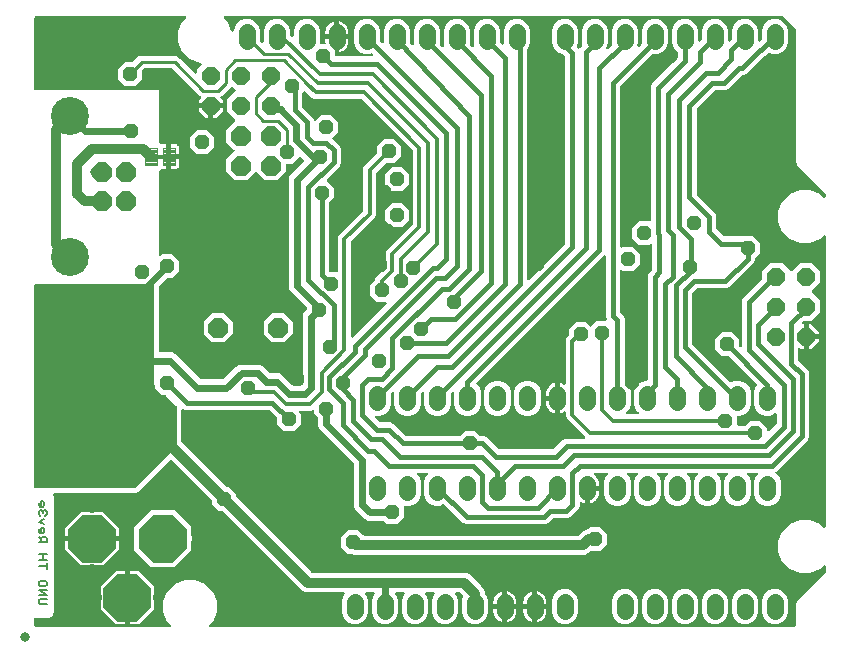
<source format=gbr>
G04 EAGLE Gerber RS-274X export*
G75*
%MOMM*%
%FSLAX34Y34*%
%LPD*%
%INBottom Copper*%
%IPPOS*%
%AMOC8*
5,1,8,0,0,1.08239X$1,22.5*%
G01*
%ADD10C,0.127000*%
%ADD11C,1.422400*%
%ADD12P,1.677704X8X292.500000*%
%ADD13P,4.329560X8X202.500000*%
%ADD14P,4.329560X8X112.500000*%
%ADD15C,1.950000*%
%ADD16P,1.814519X8X292.500000*%
%ADD17C,3.216000*%
%ADD18P,1.677704X8X202.500000*%
%ADD19C,0.116838*%
%ADD20P,1.814519X8X112.500000*%
%ADD21C,0.800000*%
%ADD22C,0.812800*%
%ADD23C,0.609600*%
%ADD24P,1.319650X8X22.500000*%
%ADD25C,0.304800*%
%ADD26C,0.406400*%
%ADD27C,0.254000*%
%ADD28C,0.381000*%

G36*
X122835Y7879D02*
X122835Y7879D01*
X122865Y7876D01*
X122976Y7899D01*
X123088Y7915D01*
X123115Y7927D01*
X123143Y7932D01*
X123244Y7985D01*
X123347Y8031D01*
X123370Y8050D01*
X123396Y8063D01*
X123478Y8141D01*
X123564Y8214D01*
X123581Y8239D01*
X123602Y8259D01*
X123659Y8357D01*
X123722Y8451D01*
X123731Y8479D01*
X123746Y8504D01*
X123773Y8614D01*
X123808Y8722D01*
X123808Y8752D01*
X123816Y8780D01*
X123812Y8893D01*
X123815Y9006D01*
X123808Y9035D01*
X123807Y9064D01*
X123772Y9172D01*
X123743Y9281D01*
X123728Y9307D01*
X123719Y9335D01*
X123674Y9398D01*
X123598Y9526D01*
X123552Y9569D01*
X123524Y9608D01*
X120537Y12595D01*
X117095Y20904D01*
X117095Y29896D01*
X120537Y38205D01*
X126895Y44563D01*
X135204Y48005D01*
X144196Y48005D01*
X152505Y44563D01*
X158863Y38205D01*
X162305Y29896D01*
X162305Y20904D01*
X158863Y12595D01*
X155876Y9608D01*
X155858Y9584D01*
X155836Y9565D01*
X155773Y9471D01*
X155705Y9381D01*
X155694Y9353D01*
X155678Y9329D01*
X155644Y9221D01*
X155604Y9115D01*
X155601Y9086D01*
X155592Y9058D01*
X155589Y8944D01*
X155580Y8832D01*
X155586Y8803D01*
X155585Y8774D01*
X155614Y8664D01*
X155636Y8553D01*
X155649Y8527D01*
X155657Y8499D01*
X155715Y8401D01*
X155767Y8301D01*
X155787Y8279D01*
X155802Y8254D01*
X155885Y8177D01*
X155963Y8095D01*
X155988Y8080D01*
X156009Y8060D01*
X156110Y8008D01*
X156208Y7951D01*
X156236Y7944D01*
X156263Y7930D01*
X156340Y7917D01*
X156484Y7881D01*
X156546Y7883D01*
X156594Y7875D01*
X650400Y7875D01*
X650456Y7883D01*
X650500Y7880D01*
X650716Y7901D01*
X650992Y7968D01*
X650999Y7972D01*
X651005Y7973D01*
X651405Y8139D01*
X651432Y8155D01*
X651461Y8164D01*
X651525Y8210D01*
X651650Y8284D01*
X651694Y8330D01*
X651735Y8359D01*
X652041Y8665D01*
X652059Y8690D01*
X652083Y8710D01*
X652125Y8777D01*
X652212Y8893D01*
X652235Y8953D01*
X652261Y8995D01*
X652427Y9395D01*
X652498Y9670D01*
X652497Y9678D01*
X652499Y9684D01*
X652520Y9900D01*
X652518Y9957D01*
X652525Y10000D01*
X652525Y26966D01*
X653724Y29861D01*
X656082Y32219D01*
X677628Y53764D01*
X677680Y53834D01*
X677740Y53898D01*
X677766Y53948D01*
X677799Y53992D01*
X677830Y54073D01*
X677870Y54151D01*
X677878Y54199D01*
X677900Y54257D01*
X677912Y54405D01*
X677925Y54482D01*
X677925Y59306D01*
X677921Y59335D01*
X677924Y59365D01*
X677901Y59476D01*
X677885Y59588D01*
X677873Y59615D01*
X677868Y59643D01*
X677815Y59744D01*
X677769Y59847D01*
X677750Y59870D01*
X677737Y59896D01*
X677659Y59978D01*
X677586Y60064D01*
X677561Y60081D01*
X677541Y60102D01*
X677443Y60159D01*
X677349Y60222D01*
X677321Y60231D01*
X677296Y60246D01*
X677186Y60273D01*
X677078Y60308D01*
X677048Y60308D01*
X677020Y60316D01*
X676907Y60312D01*
X676794Y60315D01*
X676765Y60308D01*
X676736Y60307D01*
X676628Y60272D01*
X676519Y60243D01*
X676493Y60228D01*
X676465Y60219D01*
X676402Y60174D01*
X676274Y60098D01*
X676231Y60052D01*
X676192Y60024D01*
X673205Y57037D01*
X664896Y53595D01*
X655904Y53595D01*
X647595Y57037D01*
X641237Y63395D01*
X637795Y71704D01*
X637795Y80696D01*
X641237Y89005D01*
X647595Y95363D01*
X655904Y98805D01*
X664896Y98805D01*
X673205Y95363D01*
X676192Y92376D01*
X676216Y92358D01*
X676235Y92336D01*
X676329Y92273D01*
X676419Y92205D01*
X676447Y92194D01*
X676471Y92178D01*
X676579Y92144D01*
X676685Y92104D01*
X676714Y92101D01*
X676742Y92092D01*
X676856Y92089D01*
X676968Y92080D01*
X676997Y92086D01*
X677026Y92085D01*
X677136Y92114D01*
X677247Y92136D01*
X677273Y92149D01*
X677301Y92157D01*
X677399Y92215D01*
X677499Y92267D01*
X677521Y92287D01*
X677546Y92302D01*
X677623Y92385D01*
X677705Y92463D01*
X677720Y92488D01*
X677740Y92509D01*
X677792Y92610D01*
X677849Y92708D01*
X677856Y92736D01*
X677870Y92763D01*
X677883Y92840D01*
X677919Y92984D01*
X677917Y93046D01*
X677925Y93094D01*
X677925Y338706D01*
X677921Y338735D01*
X677924Y338765D01*
X677901Y338876D01*
X677885Y338988D01*
X677873Y339015D01*
X677868Y339043D01*
X677815Y339144D01*
X677769Y339247D01*
X677750Y339270D01*
X677737Y339296D01*
X677659Y339378D01*
X677586Y339464D01*
X677561Y339481D01*
X677541Y339502D01*
X677443Y339559D01*
X677349Y339622D01*
X677321Y339631D01*
X677296Y339646D01*
X677186Y339673D01*
X677078Y339708D01*
X677048Y339708D01*
X677020Y339716D01*
X676907Y339712D01*
X676794Y339715D01*
X676765Y339708D01*
X676736Y339707D01*
X676628Y339672D01*
X676519Y339643D01*
X676493Y339628D01*
X676465Y339619D01*
X676402Y339574D01*
X676274Y339498D01*
X676231Y339452D01*
X676192Y339424D01*
X673205Y336437D01*
X664896Y332995D01*
X655904Y332995D01*
X647595Y336437D01*
X641237Y342795D01*
X637795Y351104D01*
X637795Y360096D01*
X641237Y368405D01*
X647595Y374763D01*
X655904Y378205D01*
X664896Y378205D01*
X673205Y374763D01*
X676192Y371776D01*
X676216Y371758D01*
X676235Y371736D01*
X676329Y371673D01*
X676419Y371605D01*
X676447Y371594D01*
X676471Y371578D01*
X676579Y371544D01*
X676685Y371504D01*
X676714Y371501D01*
X676742Y371492D01*
X676856Y371489D01*
X676968Y371480D01*
X676997Y371486D01*
X677026Y371485D01*
X677136Y371514D01*
X677247Y371536D01*
X677273Y371549D01*
X677301Y371557D01*
X677399Y371615D01*
X677499Y371667D01*
X677521Y371687D01*
X677546Y371702D01*
X677623Y371785D01*
X677705Y371863D01*
X677720Y371888D01*
X677740Y371909D01*
X677792Y372010D01*
X677849Y372108D01*
X677856Y372136D01*
X677870Y372163D01*
X677883Y372240D01*
X677919Y372384D01*
X677917Y372446D01*
X677925Y372494D01*
X677925Y374778D01*
X677913Y374864D01*
X677910Y374952D01*
X677893Y375004D01*
X677885Y375059D01*
X677850Y375139D01*
X677823Y375222D01*
X677795Y375261D01*
X677769Y375319D01*
X677673Y375432D01*
X677628Y375496D01*
X656082Y397041D01*
X653724Y399399D01*
X652525Y402294D01*
X652525Y514478D01*
X652513Y514564D01*
X652510Y514652D01*
X652493Y514704D01*
X652485Y514759D01*
X652450Y514839D01*
X652449Y514840D01*
X652440Y514876D01*
X652435Y514884D01*
X652423Y514922D01*
X652395Y514961D01*
X652369Y515019D01*
X652322Y515074D01*
X652295Y515120D01*
X652255Y515158D01*
X652228Y515196D01*
X642196Y525228D01*
X642126Y525280D01*
X642062Y525340D01*
X642012Y525366D01*
X641968Y525399D01*
X641887Y525430D01*
X641809Y525470D01*
X641761Y525478D01*
X641703Y525500D01*
X641555Y525512D01*
X641478Y525525D01*
X169294Y525525D01*
X169265Y525521D01*
X169235Y525524D01*
X169124Y525501D01*
X169012Y525485D01*
X168985Y525473D01*
X168957Y525468D01*
X168856Y525415D01*
X168753Y525369D01*
X168730Y525350D01*
X168704Y525337D01*
X168622Y525259D01*
X168536Y525186D01*
X168519Y525161D01*
X168498Y525141D01*
X168441Y525043D01*
X168378Y524949D01*
X168369Y524921D01*
X168354Y524896D01*
X168327Y524786D01*
X168292Y524678D01*
X168292Y524648D01*
X168284Y524620D01*
X168288Y524507D01*
X168285Y524394D01*
X168292Y524365D01*
X168293Y524336D01*
X168328Y524228D01*
X168357Y524119D01*
X168372Y524093D01*
X168381Y524065D01*
X168426Y524002D01*
X168502Y523874D01*
X168548Y523831D01*
X168576Y523792D01*
X171563Y520805D01*
X174830Y512918D01*
X174874Y512844D01*
X174909Y512766D01*
X174946Y512722D01*
X174975Y512673D01*
X175037Y512614D01*
X175093Y512549D01*
X175140Y512517D01*
X175181Y512478D01*
X175258Y512439D01*
X175329Y512391D01*
X175383Y512374D01*
X175434Y512348D01*
X175518Y512331D01*
X175600Y512305D01*
X175657Y512304D01*
X175713Y512293D01*
X175798Y512300D01*
X175884Y512298D01*
X175939Y512312D01*
X175996Y512317D01*
X176076Y512348D01*
X176159Y512370D01*
X176208Y512399D01*
X176261Y512419D01*
X176330Y512471D01*
X176404Y512515D01*
X176443Y512557D01*
X176488Y512591D01*
X176539Y512660D01*
X176598Y512722D01*
X176624Y512773D01*
X176658Y512819D01*
X176689Y512899D01*
X176728Y512976D01*
X176736Y513024D01*
X176759Y513085D01*
X176770Y513229D01*
X176783Y513307D01*
X176783Y513779D01*
X178485Y517887D01*
X181629Y521031D01*
X185737Y522733D01*
X190183Y522733D01*
X194291Y521031D01*
X197435Y517887D01*
X199137Y513779D01*
X199137Y504651D01*
X199148Y504569D01*
X199150Y504486D01*
X199168Y504429D01*
X199177Y504370D01*
X199210Y504294D01*
X199235Y504215D01*
X199265Y504172D01*
X199293Y504110D01*
X199383Y504004D01*
X199428Y503940D01*
X200444Y502905D01*
X200471Y502885D01*
X200493Y502859D01*
X200583Y502799D01*
X200669Y502732D01*
X200701Y502720D01*
X200729Y502701D01*
X200833Y502669D01*
X200934Y502629D01*
X200968Y502626D01*
X201000Y502616D01*
X201109Y502613D01*
X201217Y502603D01*
X201251Y502609D01*
X201284Y502608D01*
X201390Y502636D01*
X201497Y502656D01*
X201527Y502672D01*
X201559Y502680D01*
X201653Y502736D01*
X201750Y502785D01*
X201775Y502808D01*
X201804Y502825D01*
X201878Y502905D01*
X201958Y502979D01*
X201975Y503008D01*
X201998Y503033D01*
X202048Y503130D01*
X202104Y503223D01*
X202112Y503256D01*
X202128Y503286D01*
X202141Y503363D01*
X202176Y503498D01*
X202175Y503566D01*
X202183Y503617D01*
X202183Y513779D01*
X203885Y517887D01*
X207029Y521031D01*
X211137Y522733D01*
X215583Y522733D01*
X219691Y521031D01*
X222835Y517887D01*
X224537Y513779D01*
X224537Y509719D01*
X224549Y509633D01*
X224552Y509545D01*
X224569Y509493D01*
X224577Y509438D01*
X224612Y509358D01*
X224639Y509275D01*
X224667Y509236D01*
X224693Y509179D01*
X224789Y509065D01*
X224834Y509002D01*
X225850Y507986D01*
X225874Y507968D01*
X225893Y507945D01*
X225987Y507883D01*
X226077Y507815D01*
X226105Y507804D01*
X226129Y507788D01*
X226237Y507754D01*
X226343Y507713D01*
X226372Y507711D01*
X226400Y507702D01*
X226514Y507699D01*
X226626Y507690D01*
X226655Y507696D01*
X226684Y507695D01*
X226794Y507723D01*
X226905Y507746D01*
X226931Y507759D01*
X226959Y507767D01*
X227057Y507824D01*
X227157Y507877D01*
X227179Y507897D01*
X227204Y507912D01*
X227281Y507995D01*
X227363Y508072D01*
X227378Y508098D01*
X227398Y508119D01*
X227450Y508220D01*
X227507Y508318D01*
X227514Y508346D01*
X227528Y508372D01*
X227541Y508450D01*
X227577Y508593D01*
X227575Y508656D01*
X227583Y508703D01*
X227583Y513779D01*
X229285Y517887D01*
X232429Y521031D01*
X236537Y522733D01*
X240983Y522733D01*
X245091Y521031D01*
X248235Y517887D01*
X249937Y513779D01*
X249937Y502666D01*
X249945Y502608D01*
X249943Y502550D01*
X249965Y502468D01*
X249977Y502384D01*
X250000Y502331D01*
X250015Y502275D01*
X250058Y502202D01*
X250093Y502125D01*
X250131Y502080D01*
X250160Y502030D01*
X250222Y501972D01*
X250276Y501908D01*
X250325Y501876D01*
X250368Y501836D01*
X250443Y501797D01*
X250513Y501750D01*
X250569Y501733D01*
X250621Y501706D01*
X250689Y501695D01*
X250784Y501665D01*
X250884Y501662D01*
X250952Y501651D01*
X253641Y501651D01*
X253776Y501670D01*
X253913Y501688D01*
X253918Y501690D01*
X253922Y501691D01*
X254048Y501747D01*
X254174Y501802D01*
X254177Y501805D01*
X254182Y501807D01*
X254287Y501896D01*
X254392Y501984D01*
X254395Y501988D01*
X254399Y501990D01*
X254475Y502105D01*
X254552Y502219D01*
X254554Y502223D01*
X254556Y502227D01*
X254597Y502357D01*
X254640Y502489D01*
X254640Y502493D01*
X254642Y502498D01*
X254649Y502782D01*
X254643Y502805D01*
X254643Y502825D01*
X254507Y503684D01*
X254507Y505969D01*
X262129Y505969D01*
X262129Y496881D01*
X262141Y496795D01*
X262144Y496707D01*
X262161Y496654D01*
X262169Y496600D01*
X262204Y496520D01*
X262231Y496437D01*
X262259Y496397D01*
X262285Y496340D01*
X262381Y496227D01*
X262426Y496163D01*
X262891Y495699D01*
X262891Y492252D01*
X262899Y492194D01*
X262897Y492136D01*
X262919Y492054D01*
X262931Y491970D01*
X262954Y491917D01*
X262969Y491861D01*
X263012Y491788D01*
X263047Y491711D01*
X263085Y491666D01*
X263114Y491616D01*
X263176Y491558D01*
X263230Y491494D01*
X263279Y491462D01*
X263322Y491422D01*
X263397Y491383D01*
X263467Y491336D01*
X263523Y491319D01*
X263575Y491292D01*
X263643Y491281D01*
X263738Y491251D01*
X263838Y491248D01*
X263906Y491237D01*
X293980Y491237D01*
X294009Y491241D01*
X294038Y491238D01*
X294149Y491261D01*
X294262Y491277D01*
X294288Y491289D01*
X294317Y491294D01*
X294418Y491346D01*
X294521Y491393D01*
X294544Y491412D01*
X294569Y491425D01*
X294652Y491503D01*
X294738Y491576D01*
X294754Y491601D01*
X294776Y491621D01*
X294833Y491719D01*
X294896Y491813D01*
X294905Y491841D01*
X294919Y491866D01*
X294947Y491976D01*
X294981Y492084D01*
X294982Y492114D01*
X294989Y492142D01*
X294986Y492255D01*
X294989Y492368D01*
X294981Y492397D01*
X294980Y492426D01*
X294946Y492534D01*
X294917Y492643D01*
X294902Y492669D01*
X294893Y492697D01*
X294847Y492760D01*
X294772Y492888D01*
X294726Y492931D01*
X294698Y492970D01*
X294114Y493554D01*
X294112Y493555D01*
X294111Y493556D01*
X293993Y493645D01*
X293886Y493725D01*
X293885Y493726D01*
X293884Y493727D01*
X293750Y493777D01*
X293621Y493826D01*
X293619Y493826D01*
X293618Y493827D01*
X293479Y493838D01*
X293338Y493850D01*
X293336Y493850D01*
X293334Y493850D01*
X293320Y493846D01*
X293059Y493794D01*
X293032Y493780D01*
X293007Y493774D01*
X291783Y493267D01*
X287337Y493267D01*
X283229Y494969D01*
X280085Y498113D01*
X278383Y502221D01*
X278383Y513779D01*
X280085Y517887D01*
X283229Y521031D01*
X287337Y522733D01*
X291783Y522733D01*
X295891Y521031D01*
X299035Y517887D01*
X300737Y513779D01*
X300737Y504596D01*
X300749Y504509D01*
X300752Y504422D01*
X300769Y504369D01*
X300777Y504314D01*
X300812Y504235D01*
X300839Y504151D01*
X300867Y504112D01*
X300893Y504055D01*
X300989Y503942D01*
X301034Y503878D01*
X302050Y502862D01*
X302074Y502844D01*
X302093Y502822D01*
X302187Y502759D01*
X302277Y502691D01*
X302305Y502681D01*
X302329Y502664D01*
X302437Y502630D01*
X302543Y502590D01*
X302572Y502587D01*
X302600Y502579D01*
X302714Y502576D01*
X302826Y502566D01*
X302855Y502572D01*
X302884Y502571D01*
X302994Y502600D01*
X303105Y502622D01*
X303131Y502636D01*
X303159Y502643D01*
X303257Y502701D01*
X303357Y502753D01*
X303379Y502773D01*
X303404Y502788D01*
X303481Y502871D01*
X303563Y502949D01*
X303578Y502974D01*
X303598Y502996D01*
X303650Y503097D01*
X303707Y503194D01*
X303714Y503223D01*
X303728Y503249D01*
X303741Y503326D01*
X303777Y503470D01*
X303775Y503532D01*
X303783Y503580D01*
X303783Y513779D01*
X305485Y517887D01*
X308629Y521031D01*
X312737Y522733D01*
X317183Y522733D01*
X321291Y521031D01*
X324435Y517887D01*
X326137Y513779D01*
X326137Y502883D01*
X326147Y502811D01*
X326147Y502739D01*
X326167Y502671D01*
X326177Y502601D01*
X326206Y502536D01*
X326226Y502466D01*
X326260Y502416D01*
X326293Y502342D01*
X326370Y502250D01*
X326413Y502187D01*
X327588Y500938D01*
X327667Y500875D01*
X327741Y500805D01*
X327778Y500787D01*
X327810Y500760D01*
X327904Y500721D01*
X327993Y500675D01*
X328034Y500667D01*
X328073Y500651D01*
X328173Y500640D01*
X328272Y500620D01*
X328314Y500624D01*
X328355Y500619D01*
X328455Y500636D01*
X328556Y500645D01*
X328594Y500660D01*
X328635Y500667D01*
X328726Y500710D01*
X328821Y500747D01*
X328854Y500772D01*
X328891Y500790D01*
X328967Y500857D01*
X329048Y500918D01*
X329072Y500952D01*
X329103Y500979D01*
X329157Y501065D01*
X329218Y501146D01*
X329232Y501185D01*
X329255Y501220D01*
X329282Y501318D01*
X329318Y501412D01*
X329321Y501453D01*
X329333Y501493D01*
X329333Y501595D01*
X329341Y501695D01*
X329333Y501731D01*
X329332Y501778D01*
X329281Y501956D01*
X329265Y502023D01*
X329183Y502221D01*
X329183Y513779D01*
X330885Y517887D01*
X334029Y521031D01*
X338137Y522733D01*
X342583Y522733D01*
X346691Y521031D01*
X349835Y517887D01*
X351537Y513779D01*
X351537Y502056D01*
X351549Y501969D01*
X351552Y501882D01*
X351569Y501829D01*
X351577Y501774D01*
X351612Y501695D01*
X351639Y501611D01*
X351667Y501572D01*
X351693Y501515D01*
X351789Y501402D01*
X351834Y501338D01*
X353542Y499630D01*
X353611Y499578D01*
X353674Y499519D01*
X353724Y499493D01*
X353770Y499459D01*
X353850Y499428D01*
X353926Y499389D01*
X353982Y499378D01*
X354035Y499358D01*
X354121Y499350D01*
X354205Y499334D01*
X354262Y499339D01*
X354319Y499334D01*
X354403Y499351D01*
X354488Y499358D01*
X354542Y499379D01*
X354597Y499390D01*
X354674Y499429D01*
X354754Y499460D01*
X354799Y499495D01*
X354850Y499521D01*
X354912Y499580D01*
X354980Y499632D01*
X355014Y499677D01*
X355056Y499717D01*
X355099Y499791D01*
X355151Y499860D01*
X355171Y499913D01*
X355199Y499962D01*
X355221Y500045D01*
X355251Y500126D01*
X355256Y500182D01*
X355270Y500237D01*
X355267Y500323D01*
X355274Y500409D01*
X355263Y500457D01*
X355261Y500522D01*
X355216Y500659D01*
X355198Y500736D01*
X354583Y502221D01*
X354583Y513779D01*
X356285Y517887D01*
X359429Y521031D01*
X363537Y522733D01*
X367983Y522733D01*
X372091Y521031D01*
X375235Y517887D01*
X376937Y513779D01*
X376937Y502056D01*
X376949Y501969D01*
X376952Y501882D01*
X376969Y501829D01*
X376977Y501774D01*
X377012Y501695D01*
X377039Y501611D01*
X377067Y501572D01*
X377093Y501515D01*
X377189Y501402D01*
X377234Y501338D01*
X378942Y499630D01*
X379011Y499578D01*
X379074Y499519D01*
X379124Y499493D01*
X379170Y499459D01*
X379250Y499428D01*
X379326Y499389D01*
X379382Y499378D01*
X379435Y499358D01*
X379521Y499350D01*
X379605Y499334D01*
X379662Y499339D01*
X379719Y499334D01*
X379803Y499351D01*
X379888Y499358D01*
X379942Y499379D01*
X379997Y499390D01*
X380074Y499429D01*
X380154Y499460D01*
X380199Y499495D01*
X380250Y499521D01*
X380312Y499580D01*
X380380Y499632D01*
X380414Y499677D01*
X380456Y499717D01*
X380499Y499791D01*
X380551Y499860D01*
X380571Y499913D01*
X380599Y499962D01*
X380621Y500045D01*
X380651Y500126D01*
X380656Y500182D01*
X380670Y500237D01*
X380667Y500323D01*
X380674Y500409D01*
X380663Y500457D01*
X380661Y500522D01*
X380616Y500659D01*
X380598Y500736D01*
X379983Y502221D01*
X379983Y513779D01*
X381685Y517887D01*
X384829Y521031D01*
X388937Y522733D01*
X393383Y522733D01*
X397491Y521031D01*
X400635Y517887D01*
X402337Y513779D01*
X402337Y503326D01*
X402349Y503239D01*
X402352Y503152D01*
X402369Y503099D01*
X402377Y503044D01*
X402412Y502965D01*
X402422Y502935D01*
X402424Y502925D01*
X402426Y502923D01*
X402439Y502881D01*
X402467Y502842D01*
X402493Y502785D01*
X402543Y502726D01*
X402570Y502681D01*
X402607Y502646D01*
X402634Y502608D01*
X403650Y501592D01*
X403674Y501574D01*
X403693Y501552D01*
X403787Y501489D01*
X403877Y501421D01*
X403905Y501411D01*
X403929Y501394D01*
X404037Y501360D01*
X404143Y501320D01*
X404172Y501317D01*
X404200Y501309D01*
X404314Y501306D01*
X404426Y501296D01*
X404455Y501302D01*
X404484Y501301D01*
X404594Y501330D01*
X404705Y501352D01*
X404731Y501366D01*
X404759Y501373D01*
X404857Y501431D01*
X404957Y501483D01*
X404979Y501503D01*
X405004Y501518D01*
X405081Y501601D01*
X405163Y501679D01*
X405178Y501704D01*
X405198Y501726D01*
X405250Y501827D01*
X405307Y501924D01*
X405314Y501953D01*
X405328Y501979D01*
X405341Y502056D01*
X405377Y502200D01*
X405375Y502262D01*
X405383Y502310D01*
X405383Y513779D01*
X407085Y517887D01*
X410229Y521031D01*
X414337Y522733D01*
X418783Y522733D01*
X422891Y521031D01*
X426035Y517887D01*
X427737Y513779D01*
X427737Y502221D01*
X426035Y498113D01*
X425494Y497572D01*
X425442Y497502D01*
X425382Y497438D01*
X425356Y497389D01*
X425323Y497345D01*
X425292Y497263D01*
X425252Y497185D01*
X425244Y497138D01*
X425222Y497079D01*
X425210Y496931D01*
X425197Y496854D01*
X425197Y302920D01*
X425201Y302891D01*
X425198Y302862D01*
X425221Y302751D01*
X425237Y302638D01*
X425249Y302612D01*
X425254Y302583D01*
X425306Y302482D01*
X425353Y302379D01*
X425372Y302356D01*
X425385Y302331D01*
X425463Y302248D01*
X425536Y302162D01*
X425561Y302146D01*
X425581Y302124D01*
X425679Y302067D01*
X425773Y302004D01*
X425801Y301995D01*
X425826Y301981D01*
X425936Y301953D01*
X426044Y301919D01*
X426074Y301918D01*
X426102Y301911D01*
X426215Y301914D01*
X426328Y301911D01*
X426357Y301919D01*
X426386Y301920D01*
X426494Y301954D01*
X426603Y301983D01*
X426629Y301998D01*
X426657Y302007D01*
X426720Y302053D01*
X426848Y302128D01*
X426891Y302174D01*
X426930Y302202D01*
X457156Y332428D01*
X457208Y332498D01*
X457268Y332562D01*
X457294Y332611D01*
X457327Y332655D01*
X457358Y332737D01*
X457398Y332815D01*
X457406Y332862D01*
X457428Y332921D01*
X457440Y333069D01*
X457453Y333146D01*
X457453Y491084D01*
X457441Y491171D01*
X457438Y491258D01*
X457421Y491311D01*
X457413Y491366D01*
X457378Y491445D01*
X457351Y491529D01*
X457323Y491568D01*
X457297Y491625D01*
X457201Y491738D01*
X457184Y491763D01*
X457180Y491770D01*
X457177Y491772D01*
X457156Y491802D01*
X455988Y492970D01*
X455918Y493022D01*
X455854Y493082D01*
X455805Y493108D01*
X455761Y493141D01*
X455679Y493172D01*
X455601Y493212D01*
X455554Y493220D01*
X455495Y493242D01*
X455347Y493254D01*
X455270Y493267D01*
X454977Y493267D01*
X450869Y494969D01*
X447725Y498113D01*
X446023Y502221D01*
X446023Y513779D01*
X447725Y517887D01*
X450869Y521031D01*
X454977Y522733D01*
X459423Y522733D01*
X463531Y521031D01*
X466675Y517887D01*
X468377Y513779D01*
X468377Y502221D01*
X467349Y499739D01*
X467349Y499738D01*
X467348Y499737D01*
X467312Y499595D01*
X467278Y499464D01*
X467278Y499463D01*
X467278Y499461D01*
X467282Y499320D01*
X467286Y499180D01*
X467287Y499179D01*
X467287Y499177D01*
X467330Y499044D01*
X467373Y498909D01*
X467374Y498908D01*
X467374Y498906D01*
X467383Y498894D01*
X467531Y498673D01*
X467555Y498653D01*
X467569Y498633D01*
X468045Y498157D01*
X468137Y498088D01*
X468225Y498014D01*
X468250Y498003D01*
X468272Y497986D01*
X468379Y497945D01*
X468484Y497899D01*
X468512Y497895D01*
X468538Y497885D01*
X468652Y497875D01*
X468766Y497860D01*
X468794Y497864D01*
X468821Y497861D01*
X468934Y497884D01*
X469047Y497900D01*
X469073Y497912D01*
X469100Y497917D01*
X469202Y497970D01*
X469306Y498018D01*
X469328Y498036D01*
X469352Y498048D01*
X469435Y498127D01*
X469523Y498202D01*
X469536Y498223D01*
X469558Y498244D01*
X469693Y498474D01*
X469701Y498487D01*
X469811Y498754D01*
X471487Y500429D01*
X471488Y500430D01*
X471489Y500431D01*
X471574Y500545D01*
X471658Y500656D01*
X471659Y500658D01*
X471659Y500659D01*
X471708Y500788D01*
X471759Y500922D01*
X471759Y500924D01*
X471760Y500925D01*
X471771Y501063D01*
X471783Y501205D01*
X471782Y501207D01*
X471783Y501208D01*
X471779Y501223D01*
X471727Y501484D01*
X471713Y501511D01*
X471707Y501536D01*
X471423Y502221D01*
X471423Y513779D01*
X473125Y517887D01*
X476269Y521031D01*
X480377Y522733D01*
X484823Y522733D01*
X488931Y521031D01*
X492075Y517887D01*
X493777Y513779D01*
X493777Y502221D01*
X492264Y498568D01*
X492242Y498485D01*
X492212Y498405D01*
X492207Y498348D01*
X492193Y498293D01*
X492195Y498207D01*
X492188Y498121D01*
X492199Y498065D01*
X492201Y498009D01*
X492227Y497927D01*
X492244Y497842D01*
X492270Y497792D01*
X492288Y497738D01*
X492335Y497666D01*
X492375Y497590D01*
X492414Y497549D01*
X492446Y497502D01*
X492511Y497446D01*
X492571Y497384D01*
X492620Y497355D01*
X492663Y497319D01*
X492742Y497284D01*
X492816Y497240D01*
X492871Y497226D01*
X492923Y497203D01*
X493008Y497191D01*
X493092Y497170D01*
X493148Y497172D01*
X493205Y497164D01*
X493290Y497177D01*
X493376Y497179D01*
X493430Y497197D01*
X493486Y497205D01*
X493564Y497240D01*
X493646Y497267D01*
X493686Y497295D01*
X493745Y497322D01*
X493856Y497416D01*
X493920Y497462D01*
X496887Y500429D01*
X496888Y500430D01*
X496889Y500431D01*
X496978Y500550D01*
X497058Y500656D01*
X497058Y500658D01*
X497059Y500659D01*
X497109Y500790D01*
X497159Y500922D01*
X497159Y500924D01*
X497160Y500925D01*
X497171Y501064D01*
X497183Y501205D01*
X497182Y501207D01*
X497183Y501208D01*
X497179Y501223D01*
X497127Y501484D01*
X497113Y501511D01*
X497107Y501536D01*
X496823Y502221D01*
X496823Y513779D01*
X498525Y517887D01*
X501669Y521031D01*
X505777Y522733D01*
X510223Y522733D01*
X514331Y521031D01*
X517475Y517887D01*
X519177Y513779D01*
X519177Y502221D01*
X518562Y500736D01*
X518540Y500653D01*
X518510Y500573D01*
X518505Y500516D01*
X518491Y500461D01*
X518493Y500375D01*
X518486Y500289D01*
X518497Y500233D01*
X518499Y500177D01*
X518525Y500095D01*
X518542Y500011D01*
X518568Y499960D01*
X518586Y499906D01*
X518633Y499834D01*
X518673Y499758D01*
X518712Y499717D01*
X518744Y499670D01*
X518810Y499614D01*
X518869Y499552D01*
X518918Y499523D01*
X518961Y499487D01*
X519040Y499452D01*
X519114Y499408D01*
X519169Y499394D01*
X519221Y499371D01*
X519306Y499359D01*
X519390Y499338D01*
X519446Y499340D01*
X519503Y499332D01*
X519588Y499345D01*
X519674Y499347D01*
X519728Y499365D01*
X519784Y499373D01*
X519862Y499408D01*
X519944Y499435D01*
X519984Y499463D01*
X520043Y499490D01*
X520154Y499584D01*
X520218Y499630D01*
X521926Y501338D01*
X521978Y501408D01*
X522038Y501472D01*
X522064Y501521D01*
X522097Y501565D01*
X522128Y501647D01*
X522168Y501725D01*
X522176Y501772D01*
X522198Y501831D01*
X522210Y501979D01*
X522223Y502056D01*
X522223Y513779D01*
X523925Y517887D01*
X527069Y521031D01*
X531177Y522733D01*
X535623Y522733D01*
X539731Y521031D01*
X542875Y517887D01*
X544577Y513779D01*
X544577Y502221D01*
X542875Y498113D01*
X539731Y494969D01*
X535623Y493267D01*
X531520Y493267D01*
X531433Y493255D01*
X531346Y493252D01*
X531293Y493235D01*
X531238Y493227D01*
X531159Y493192D01*
X531075Y493165D01*
X531036Y493137D01*
X530979Y493111D01*
X530866Y493015D01*
X530802Y492970D01*
X504234Y466402D01*
X504182Y466332D01*
X504122Y466268D01*
X504096Y466219D01*
X504063Y466175D01*
X504032Y466093D01*
X503992Y466015D01*
X503984Y465968D01*
X503962Y465909D01*
X503950Y465761D01*
X503937Y465684D01*
X503937Y330257D01*
X503941Y330228D01*
X503938Y330199D01*
X503961Y330088D01*
X503977Y329976D01*
X503989Y329949D01*
X503994Y329920D01*
X504047Y329819D01*
X504093Y329716D01*
X504112Y329694D01*
X504125Y329668D01*
X504203Y329586D01*
X504276Y329499D01*
X504301Y329483D01*
X504321Y329462D01*
X504419Y329404D01*
X504513Y329342D01*
X504541Y329333D01*
X504566Y329318D01*
X504676Y329290D01*
X504784Y329256D01*
X504814Y329255D01*
X504842Y329248D01*
X504955Y329252D01*
X505068Y329249D01*
X505097Y329256D01*
X505126Y329257D01*
X505234Y329292D01*
X505343Y329320D01*
X505369Y329335D01*
X505397Y329344D01*
X505461Y329390D01*
X505588Y329466D01*
X505631Y329511D01*
X505670Y329539D01*
X506331Y330201D01*
X514749Y330201D01*
X520701Y324249D01*
X520701Y315831D01*
X514749Y309879D01*
X506331Y309879D01*
X505670Y310541D01*
X505646Y310558D01*
X505627Y310581D01*
X505533Y310644D01*
X505443Y310712D01*
X505415Y310722D01*
X505391Y310738D01*
X505283Y310773D01*
X505177Y310813D01*
X505148Y310815D01*
X505120Y310824D01*
X505006Y310827D01*
X504894Y310836D01*
X504865Y310831D01*
X504836Y310831D01*
X504726Y310803D01*
X504615Y310781D01*
X504589Y310767D01*
X504561Y310760D01*
X504463Y310702D01*
X504363Y310650D01*
X504341Y310629D01*
X504316Y310614D01*
X504239Y310532D01*
X504157Y310454D01*
X504142Y310428D01*
X504122Y310407D01*
X504070Y310306D01*
X504013Y310208D01*
X504006Y310180D01*
X503992Y310154D01*
X503979Y310077D01*
X503943Y309933D01*
X503945Y309870D01*
X503937Y309823D01*
X503937Y274726D01*
X503949Y274639D01*
X503952Y274552D01*
X503969Y274499D01*
X503977Y274444D01*
X504012Y274365D01*
X504039Y274281D01*
X504067Y274242D01*
X504093Y274185D01*
X504189Y274072D01*
X504234Y274008D01*
X506819Y271424D01*
X507747Y269183D01*
X507747Y215616D01*
X507759Y215529D01*
X507762Y215442D01*
X507779Y215389D01*
X507787Y215335D01*
X507822Y215255D01*
X507849Y215172D01*
X507877Y215132D01*
X507903Y215075D01*
X507999Y214962D01*
X508044Y214898D01*
X511125Y211817D01*
X512827Y207709D01*
X512827Y196151D01*
X511125Y192043D01*
X509284Y190202D01*
X509266Y190178D01*
X509244Y190159D01*
X509181Y190065D01*
X509113Y189975D01*
X509103Y189947D01*
X509087Y189923D01*
X509052Y189815D01*
X509012Y189709D01*
X509010Y189680D01*
X509001Y189652D01*
X508998Y189538D01*
X508988Y189426D01*
X508994Y189397D01*
X508993Y189368D01*
X509022Y189258D01*
X509044Y189147D01*
X509058Y189121D01*
X509065Y189093D01*
X509123Y188995D01*
X509175Y188895D01*
X509196Y188873D01*
X509211Y188848D01*
X509293Y188771D01*
X509371Y188689D01*
X509396Y188674D01*
X509418Y188654D01*
X509519Y188602D01*
X509616Y188545D01*
X509645Y188538D01*
X509671Y188524D01*
X509748Y188511D01*
X509892Y188475D01*
X509954Y188477D01*
X510002Y188469D01*
X518698Y188469D01*
X518727Y188473D01*
X518756Y188470D01*
X518867Y188493D01*
X518979Y188509D01*
X519006Y188521D01*
X519035Y188526D01*
X519136Y188579D01*
X519239Y188625D01*
X519261Y188644D01*
X519287Y188657D01*
X519369Y188735D01*
X519456Y188808D01*
X519472Y188833D01*
X519493Y188853D01*
X519551Y188951D01*
X519613Y189045D01*
X519622Y189073D01*
X519637Y189098D01*
X519665Y189208D01*
X519699Y189316D01*
X519700Y189346D01*
X519707Y189374D01*
X519704Y189487D01*
X519707Y189600D01*
X519699Y189629D01*
X519698Y189658D01*
X519663Y189766D01*
X519635Y189875D01*
X519620Y189901D01*
X519611Y189929D01*
X519565Y189992D01*
X519489Y190120D01*
X519444Y190163D01*
X519416Y190202D01*
X517575Y192043D01*
X515873Y196151D01*
X515873Y207709D01*
X517575Y211817D01*
X520719Y214961D01*
X524827Y216663D01*
X526288Y216663D01*
X526346Y216671D01*
X526404Y216669D01*
X526486Y216691D01*
X526570Y216703D01*
X526623Y216726D01*
X526679Y216741D01*
X526752Y216784D01*
X526829Y216819D01*
X526874Y216857D01*
X526924Y216886D01*
X526982Y216948D01*
X527046Y217002D01*
X527078Y217051D01*
X527118Y217094D01*
X527157Y217169D01*
X527204Y217239D01*
X527221Y217295D01*
X527248Y217347D01*
X527259Y217415D01*
X527289Y217510D01*
X527292Y217610D01*
X527303Y217678D01*
X527303Y306013D01*
X528231Y308254D01*
X530816Y310838D01*
X530868Y310908D01*
X530928Y310972D01*
X530954Y311021D01*
X530987Y311065D01*
X531018Y311147D01*
X531058Y311225D01*
X531066Y311272D01*
X531088Y311331D01*
X531100Y311479D01*
X531113Y311556D01*
X531113Y331413D01*
X531109Y331442D01*
X531112Y331471D01*
X531089Y331582D01*
X531073Y331694D01*
X531061Y331721D01*
X531056Y331750D01*
X531003Y331851D01*
X530957Y331954D01*
X530938Y331976D01*
X530925Y332002D01*
X530847Y332084D01*
X530774Y332171D01*
X530749Y332187D01*
X530729Y332208D01*
X530631Y332266D01*
X530537Y332328D01*
X530509Y332337D01*
X530484Y332352D01*
X530374Y332380D01*
X530266Y332414D01*
X530236Y332415D01*
X530208Y332422D01*
X530095Y332418D01*
X529982Y332421D01*
X529953Y332414D01*
X529924Y332413D01*
X529816Y332378D01*
X529707Y332350D01*
X529681Y332335D01*
X529653Y332326D01*
X529589Y332280D01*
X529462Y332204D01*
X529419Y332159D01*
X529380Y332131D01*
X528719Y331469D01*
X520301Y331469D01*
X514349Y337421D01*
X514349Y345839D01*
X520301Y351791D01*
X528828Y351791D01*
X528886Y351799D01*
X528944Y351797D01*
X529026Y351819D01*
X529110Y351831D01*
X529163Y351854D01*
X529219Y351869D01*
X529292Y351912D01*
X529369Y351947D01*
X529414Y351985D01*
X529464Y352014D01*
X529522Y352076D01*
X529586Y352130D01*
X529618Y352179D01*
X529658Y352222D01*
X529697Y352297D01*
X529744Y352367D01*
X529761Y352423D01*
X529788Y352475D01*
X529799Y352543D01*
X529829Y352638D01*
X529832Y352738D01*
X529843Y352806D01*
X529843Y466033D01*
X530771Y468274D01*
X552406Y489908D01*
X552458Y489978D01*
X552518Y490042D01*
X552544Y490091D01*
X552577Y490135D01*
X552608Y490217D01*
X552648Y490295D01*
X552656Y490342D01*
X552678Y490401D01*
X552690Y490549D01*
X552703Y490626D01*
X552703Y494314D01*
X552691Y494401D01*
X552688Y494488D01*
X552671Y494541D01*
X552663Y494595D01*
X552628Y494675D01*
X552601Y494758D01*
X552573Y494798D01*
X552547Y494855D01*
X552451Y494968D01*
X552406Y495032D01*
X549325Y498113D01*
X547623Y502221D01*
X547623Y513779D01*
X549325Y517887D01*
X552469Y521031D01*
X556577Y522733D01*
X561023Y522733D01*
X565131Y521031D01*
X568275Y517887D01*
X569977Y513779D01*
X569977Y504850D01*
X569981Y504821D01*
X569978Y504792D01*
X570001Y504681D01*
X570017Y504568D01*
X570029Y504542D01*
X570034Y504513D01*
X570086Y504412D01*
X570133Y504309D01*
X570152Y504286D01*
X570165Y504261D01*
X570243Y504178D01*
X570316Y504092D01*
X570341Y504076D01*
X570361Y504054D01*
X570459Y503997D01*
X570553Y503934D01*
X570581Y503925D01*
X570606Y503911D01*
X570716Y503883D01*
X570824Y503849D01*
X570854Y503848D01*
X570882Y503841D01*
X570995Y503844D01*
X571108Y503841D01*
X571137Y503849D01*
X571166Y503850D01*
X571274Y503884D01*
X571383Y503913D01*
X571409Y503928D01*
X571437Y503937D01*
X571500Y503983D01*
X571628Y504058D01*
X571671Y504104D01*
X571710Y504132D01*
X572726Y505148D01*
X572778Y505218D01*
X572838Y505282D01*
X572864Y505331D01*
X572897Y505375D01*
X572928Y505457D01*
X572968Y505535D01*
X572976Y505582D01*
X572998Y505641D01*
X573010Y505789D01*
X573023Y505866D01*
X573023Y513779D01*
X574725Y517887D01*
X577869Y521031D01*
X581977Y522733D01*
X586423Y522733D01*
X590531Y521031D01*
X593675Y517887D01*
X595377Y513779D01*
X595377Y504850D01*
X595381Y504821D01*
X595378Y504792D01*
X595401Y504680D01*
X595417Y504568D01*
X595429Y504542D01*
X595434Y504513D01*
X595487Y504412D01*
X595533Y504309D01*
X595552Y504287D01*
X595565Y504260D01*
X595643Y504178D01*
X595716Y504092D01*
X595741Y504076D01*
X595761Y504054D01*
X595859Y503997D01*
X595953Y503934D01*
X595981Y503925D01*
X596006Y503911D01*
X596116Y503883D01*
X596224Y503849D01*
X596254Y503848D01*
X596282Y503841D01*
X596395Y503844D01*
X596508Y503841D01*
X596537Y503849D01*
X596566Y503850D01*
X596674Y503885D01*
X596783Y503913D01*
X596809Y503928D01*
X596837Y503937D01*
X596901Y503983D01*
X597028Y504058D01*
X597071Y504104D01*
X597110Y504132D01*
X598126Y505148D01*
X598178Y505218D01*
X598238Y505282D01*
X598264Y505331D01*
X598297Y505375D01*
X598328Y505457D01*
X598368Y505535D01*
X598376Y505582D01*
X598398Y505641D01*
X598410Y505789D01*
X598423Y505866D01*
X598423Y513779D01*
X600125Y517887D01*
X603269Y521031D01*
X607377Y522733D01*
X611823Y522733D01*
X615931Y521031D01*
X619075Y517887D01*
X620777Y513779D01*
X620777Y504850D01*
X620781Y504821D01*
X620778Y504792D01*
X620801Y504681D01*
X620817Y504568D01*
X620829Y504542D01*
X620834Y504513D01*
X620886Y504412D01*
X620933Y504309D01*
X620952Y504286D01*
X620965Y504261D01*
X621043Y504178D01*
X621116Y504092D01*
X621141Y504076D01*
X621161Y504054D01*
X621259Y503997D01*
X621353Y503934D01*
X621381Y503925D01*
X621406Y503911D01*
X621516Y503883D01*
X621624Y503849D01*
X621654Y503848D01*
X621682Y503841D01*
X621795Y503844D01*
X621908Y503841D01*
X621937Y503849D01*
X621966Y503850D01*
X622074Y503884D01*
X622183Y503913D01*
X622209Y503928D01*
X622237Y503937D01*
X622300Y503983D01*
X622428Y504058D01*
X622471Y504104D01*
X622510Y504132D01*
X623526Y505148D01*
X623578Y505218D01*
X623638Y505282D01*
X623664Y505331D01*
X623697Y505375D01*
X623728Y505457D01*
X623768Y505535D01*
X623776Y505582D01*
X623798Y505641D01*
X623810Y505789D01*
X623823Y505866D01*
X623823Y513779D01*
X625525Y517887D01*
X628669Y521031D01*
X632777Y522733D01*
X637223Y522733D01*
X641331Y521031D01*
X644475Y517887D01*
X646177Y513779D01*
X646177Y502221D01*
X644475Y498113D01*
X641331Y494969D01*
X637223Y493267D01*
X632777Y493267D01*
X630655Y494146D01*
X630653Y494147D01*
X630652Y494147D01*
X630519Y494181D01*
X630379Y494217D01*
X630378Y494217D01*
X630376Y494218D01*
X630236Y494213D01*
X630095Y494209D01*
X630094Y494209D01*
X630092Y494209D01*
X629959Y494166D01*
X629824Y494122D01*
X629823Y494122D01*
X629822Y494121D01*
X629810Y494112D01*
X629588Y493964D01*
X629569Y493941D01*
X629548Y493926D01*
X627024Y491401D01*
X625042Y490581D01*
X625015Y490565D01*
X624986Y490555D01*
X624922Y490510D01*
X624797Y490436D01*
X624753Y490389D01*
X624713Y490361D01*
X610514Y476161D01*
X608273Y475233D01*
X607466Y475233D01*
X607379Y475221D01*
X607292Y475218D01*
X607239Y475201D01*
X607184Y475193D01*
X607105Y475158D01*
X607021Y475131D01*
X606982Y475103D01*
X606925Y475077D01*
X606812Y474981D01*
X606748Y474936D01*
X595274Y463461D01*
X593033Y462533D01*
X584606Y462533D01*
X584519Y462521D01*
X584432Y462518D01*
X584379Y462501D01*
X584324Y462493D01*
X584245Y462458D01*
X584161Y462431D01*
X584122Y462403D01*
X584065Y462377D01*
X583952Y462281D01*
X583888Y462236D01*
X569004Y447352D01*
X568952Y447282D01*
X568892Y447218D01*
X568866Y447169D01*
X568833Y447125D01*
X568802Y447043D01*
X568762Y446965D01*
X568754Y446918D01*
X568732Y446859D01*
X568720Y446711D01*
X568707Y446634D01*
X568707Y375056D01*
X568719Y374969D01*
X568722Y374882D01*
X568739Y374829D01*
X568747Y374774D01*
X568782Y374695D01*
X568809Y374611D01*
X568837Y374572D01*
X568863Y374515D01*
X568959Y374402D01*
X569004Y374338D01*
X584289Y359054D01*
X585217Y356813D01*
X585217Y345846D01*
X585229Y345759D01*
X585232Y345672D01*
X585249Y345619D01*
X585257Y345564D01*
X585292Y345485D01*
X585319Y345401D01*
X585347Y345362D01*
X585373Y345305D01*
X585469Y345192D01*
X585514Y345128D01*
X591508Y339134D01*
X591578Y339082D01*
X591642Y339022D01*
X591691Y338996D01*
X591735Y338963D01*
X591817Y338932D01*
X591895Y338892D01*
X591942Y338884D01*
X592001Y338862D01*
X592149Y338850D01*
X592226Y338837D01*
X607257Y338837D01*
X607343Y338849D01*
X607431Y338852D01*
X607483Y338869D01*
X607538Y338877D01*
X607618Y338912D01*
X607701Y338939D01*
X607741Y338967D01*
X607798Y338993D01*
X607911Y339089D01*
X607914Y339091D01*
X616349Y339091D01*
X622301Y333139D01*
X622301Y324721D01*
X618534Y320955D01*
X618482Y320885D01*
X618422Y320821D01*
X618396Y320772D01*
X618363Y320728D01*
X618332Y320646D01*
X618292Y320568D01*
X618284Y320520D01*
X618262Y320462D01*
X618250Y320314D01*
X618237Y320237D01*
X618237Y318827D01*
X617309Y316586D01*
X596544Y295821D01*
X594303Y294893D01*
X569366Y294893D01*
X569279Y294881D01*
X569192Y294878D01*
X569139Y294861D01*
X569084Y294853D01*
X569005Y294818D01*
X568921Y294791D01*
X568882Y294763D01*
X568825Y294737D01*
X568712Y294641D01*
X568648Y294596D01*
X565194Y291142D01*
X565142Y291072D01*
X565082Y291008D01*
X565056Y290959D01*
X565023Y290915D01*
X564992Y290833D01*
X564952Y290755D01*
X564944Y290708D01*
X564922Y290649D01*
X564910Y290501D01*
X564897Y290424D01*
X564897Y248056D01*
X564909Y247969D01*
X564912Y247882D01*
X564929Y247829D01*
X564937Y247774D01*
X564972Y247695D01*
X564999Y247611D01*
X565027Y247572D01*
X565053Y247515D01*
X565149Y247402D01*
X565194Y247338D01*
X596900Y215632D01*
X596901Y215631D01*
X596902Y215630D01*
X597018Y215543D01*
X597127Y215461D01*
X597129Y215460D01*
X597130Y215459D01*
X597262Y215410D01*
X597393Y215360D01*
X597395Y215360D01*
X597396Y215359D01*
X597541Y215347D01*
X597676Y215336D01*
X597678Y215336D01*
X597680Y215336D01*
X597695Y215340D01*
X597955Y215392D01*
X597982Y215406D01*
X598007Y215412D01*
X601027Y216663D01*
X605473Y216663D01*
X609581Y214961D01*
X612725Y211817D01*
X614427Y207709D01*
X614427Y196151D01*
X612725Y192043D01*
X609581Y188899D01*
X605473Y187197D01*
X604266Y187197D01*
X604208Y187189D01*
X604150Y187191D01*
X604068Y187169D01*
X603984Y187157D01*
X603931Y187134D01*
X603875Y187119D01*
X603802Y187076D01*
X603725Y187041D01*
X603680Y187003D01*
X603630Y186974D01*
X603572Y186912D01*
X603508Y186858D01*
X603476Y186809D01*
X603436Y186766D01*
X603397Y186691D01*
X603350Y186621D01*
X603333Y186565D01*
X603306Y186513D01*
X603295Y186445D01*
X603265Y186350D01*
X603262Y186250D01*
X603251Y186182D01*
X603251Y179324D01*
X603259Y179266D01*
X603257Y179208D01*
X603279Y179126D01*
X603291Y179042D01*
X603314Y178989D01*
X603329Y178933D01*
X603372Y178860D01*
X603407Y178783D01*
X603445Y178738D01*
X603474Y178688D01*
X603536Y178630D01*
X603590Y178566D01*
X603639Y178534D01*
X603682Y178494D01*
X603757Y178455D01*
X603827Y178408D01*
X603883Y178391D01*
X603935Y178364D01*
X604003Y178353D01*
X604098Y178323D01*
X604198Y178320D01*
X604266Y178309D01*
X609289Y178309D01*
X609375Y178321D01*
X609463Y178324D01*
X609515Y178341D01*
X609570Y178349D01*
X609650Y178384D01*
X609733Y178411D01*
X609773Y178439D01*
X609830Y178465D01*
X609943Y178561D01*
X610007Y178606D01*
X614281Y182881D01*
X622699Y182881D01*
X628651Y176929D01*
X628651Y174904D01*
X628655Y174875D01*
X628652Y174846D01*
X628675Y174735D01*
X628691Y174622D01*
X628703Y174596D01*
X628708Y174567D01*
X628760Y174466D01*
X628807Y174363D01*
X628826Y174340D01*
X628839Y174315D01*
X628917Y174232D01*
X628990Y174146D01*
X629015Y174130D01*
X629035Y174108D01*
X629133Y174051D01*
X629227Y173988D01*
X629255Y173979D01*
X629280Y173965D01*
X629390Y173937D01*
X629498Y173903D01*
X629528Y173902D01*
X629556Y173895D01*
X629669Y173898D01*
X629782Y173895D01*
X629811Y173903D01*
X629840Y173904D01*
X629948Y173938D01*
X630057Y173967D01*
X630083Y173982D01*
X630111Y173991D01*
X630174Y174037D01*
X630302Y174112D01*
X630345Y174158D01*
X630384Y174186D01*
X636226Y180028D01*
X636278Y180098D01*
X636338Y180162D01*
X636364Y180211D01*
X636397Y180255D01*
X636428Y180337D01*
X636468Y180415D01*
X636476Y180462D01*
X636498Y180521D01*
X636510Y180669D01*
X636523Y180746D01*
X636523Y188018D01*
X636507Y188132D01*
X636497Y188246D01*
X636487Y188272D01*
X636483Y188300D01*
X636437Y188404D01*
X636395Y188512D01*
X636379Y188534D01*
X636367Y188559D01*
X636293Y188647D01*
X636224Y188738D01*
X636201Y188755D01*
X636184Y188776D01*
X636088Y188840D01*
X635996Y188909D01*
X635970Y188918D01*
X635947Y188934D01*
X635837Y188968D01*
X635730Y189009D01*
X635702Y189011D01*
X635676Y189019D01*
X635561Y189022D01*
X635447Y189032D01*
X635422Y189026D01*
X635392Y189027D01*
X635135Y188960D01*
X635119Y188956D01*
X630873Y187197D01*
X626427Y187197D01*
X622319Y188899D01*
X619175Y192043D01*
X617473Y196151D01*
X617473Y207709D01*
X619175Y211817D01*
X619655Y212297D01*
X619690Y212344D01*
X619732Y212384D01*
X619775Y212457D01*
X619826Y212524D01*
X619847Y212579D01*
X619876Y212629D01*
X619897Y212711D01*
X619927Y212790D01*
X619932Y212848D01*
X619946Y212905D01*
X619944Y212989D01*
X619951Y213073D01*
X619939Y213131D01*
X619937Y213189D01*
X619911Y213269D01*
X619895Y213352D01*
X619868Y213404D01*
X619850Y213460D01*
X619810Y213516D01*
X619764Y213604D01*
X619695Y213677D01*
X619655Y213733D01*
X596196Y237192D01*
X596126Y237244D01*
X596062Y237304D01*
X596013Y237330D01*
X595969Y237363D01*
X595887Y237394D01*
X595809Y237434D01*
X595762Y237442D01*
X595703Y237464D01*
X595555Y237476D01*
X595478Y237489D01*
X590151Y237489D01*
X584199Y243441D01*
X584199Y251859D01*
X590151Y257811D01*
X598569Y257811D01*
X604521Y251859D01*
X604521Y246532D01*
X604533Y246445D01*
X604536Y246358D01*
X604553Y246305D01*
X604561Y246250D01*
X604596Y246171D01*
X604623Y246087D01*
X604651Y246048D01*
X604677Y245991D01*
X604773Y245878D01*
X604818Y245814D01*
X605580Y245052D01*
X605604Y245034D01*
X605623Y245012D01*
X605717Y244949D01*
X605807Y244881D01*
X605835Y244871D01*
X605859Y244854D01*
X605967Y244820D01*
X606073Y244780D01*
X606102Y244777D01*
X606130Y244769D01*
X606244Y244766D01*
X606356Y244756D01*
X606385Y244762D01*
X606414Y244761D01*
X606524Y244790D01*
X606635Y244812D01*
X606661Y244826D01*
X606689Y244833D01*
X606787Y244891D01*
X606887Y244943D01*
X606909Y244963D01*
X606934Y244978D01*
X607011Y245061D01*
X607093Y245139D01*
X607108Y245164D01*
X607128Y245186D01*
X607180Y245287D01*
X607237Y245384D01*
X607244Y245413D01*
X607258Y245439D01*
X607271Y245516D01*
X607307Y245660D01*
X607305Y245722D01*
X607313Y245770D01*
X607313Y284423D01*
X608241Y286664D01*
X624158Y302580D01*
X624210Y302650D01*
X624270Y302714D01*
X624296Y302763D01*
X624329Y302807D01*
X624352Y302869D01*
X624356Y302874D01*
X624361Y302891D01*
X624400Y302967D01*
X624408Y303014D01*
X624430Y303073D01*
X624434Y303122D01*
X624441Y303145D01*
X624443Y303227D01*
X624455Y303298D01*
X624455Y309694D01*
X631376Y316615D01*
X641164Y316615D01*
X648252Y309526D01*
X648299Y309491D01*
X648339Y309449D01*
X648412Y309406D01*
X648479Y309356D01*
X648534Y309335D01*
X648584Y309305D01*
X648666Y309284D01*
X648745Y309254D01*
X648803Y309249D01*
X648860Y309235D01*
X648944Y309238D01*
X649028Y309231D01*
X649086Y309242D01*
X649144Y309244D01*
X649224Y309270D01*
X649307Y309287D01*
X649359Y309314D01*
X649415Y309332D01*
X649471Y309372D01*
X649559Y309418D01*
X649632Y309486D01*
X649688Y309526D01*
X656776Y316615D01*
X666564Y316615D01*
X673485Y309694D01*
X673485Y299906D01*
X666396Y292818D01*
X666361Y292771D01*
X666319Y292731D01*
X666276Y292658D01*
X666226Y292591D01*
X666205Y292536D01*
X666175Y292486D01*
X666154Y292404D01*
X666124Y292325D01*
X666119Y292267D01*
X666105Y292210D01*
X666108Y292126D01*
X666101Y292042D01*
X666112Y291984D01*
X666114Y291926D01*
X666140Y291846D01*
X666157Y291763D01*
X666184Y291711D01*
X666202Y291655D01*
X666242Y291599D01*
X666288Y291511D01*
X666356Y291438D01*
X666396Y291382D01*
X673485Y284294D01*
X673485Y274506D01*
X666564Y267585D01*
X660034Y267585D01*
X659952Y267574D01*
X659870Y267572D01*
X659812Y267554D01*
X659752Y267545D01*
X659677Y267512D01*
X659598Y267487D01*
X659556Y267457D01*
X659493Y267429D01*
X659387Y267340D01*
X659323Y267295D01*
X658034Y266031D01*
X658013Y266004D01*
X657986Y265981D01*
X657926Y265891D01*
X657860Y265806D01*
X657848Y265774D01*
X657829Y265745D01*
X657796Y265642D01*
X657757Y265541D01*
X657753Y265507D01*
X657743Y265474D01*
X657740Y265365D01*
X657730Y265258D01*
X657737Y265224D01*
X657736Y265190D01*
X657763Y265085D01*
X657783Y264979D01*
X657799Y264948D01*
X657808Y264915D01*
X657863Y264822D01*
X657912Y264725D01*
X657935Y264700D01*
X657953Y264670D01*
X658032Y264596D01*
X658105Y264517D01*
X658135Y264499D01*
X658160Y264476D01*
X658257Y264426D01*
X658349Y264371D01*
X658383Y264362D01*
X658413Y264346D01*
X658491Y264333D01*
X658624Y264298D01*
X658693Y264299D01*
X658744Y264291D01*
X659639Y264291D01*
X659639Y255016D01*
X659647Y254958D01*
X659645Y254900D01*
X659667Y254818D01*
X659679Y254735D01*
X659703Y254681D01*
X659717Y254625D01*
X659760Y254552D01*
X659795Y254475D01*
X659833Y254431D01*
X659863Y254380D01*
X659924Y254323D01*
X659979Y254258D01*
X660027Y254226D01*
X660070Y254186D01*
X660145Y254147D01*
X660215Y254101D01*
X660271Y254083D01*
X660323Y254056D01*
X660391Y254045D01*
X660486Y254015D01*
X660586Y254012D01*
X660654Y254001D01*
X661671Y254001D01*
X661671Y253999D01*
X660654Y253999D01*
X660596Y253991D01*
X660538Y253992D01*
X660456Y253971D01*
X660373Y253959D01*
X660319Y253935D01*
X660263Y253921D01*
X660190Y253878D01*
X660113Y253843D01*
X660068Y253805D01*
X660018Y253775D01*
X659960Y253714D01*
X659896Y253659D01*
X659864Y253611D01*
X659824Y253568D01*
X659785Y253493D01*
X659739Y253423D01*
X659721Y253367D01*
X659694Y253315D01*
X659683Y253247D01*
X659653Y253152D01*
X659650Y253052D01*
X659639Y252984D01*
X659639Y243709D01*
X657407Y243709D01*
X656673Y244444D01*
X656649Y244462D01*
X656630Y244484D01*
X656536Y244547D01*
X656446Y244615D01*
X656418Y244625D01*
X656394Y244641D01*
X656286Y244676D01*
X656180Y244716D01*
X656151Y244718D01*
X656123Y244727D01*
X656009Y244730D01*
X655897Y244740D01*
X655868Y244734D01*
X655839Y244735D01*
X655729Y244706D01*
X655618Y244684D01*
X655592Y244670D01*
X655564Y244663D01*
X655466Y244605D01*
X655366Y244553D01*
X655344Y244532D01*
X655319Y244517D01*
X655242Y244435D01*
X655160Y244357D01*
X655145Y244332D01*
X655125Y244310D01*
X655073Y244209D01*
X655016Y244112D01*
X655009Y244083D01*
X654995Y244057D01*
X654982Y243980D01*
X654946Y243836D01*
X654948Y243774D01*
X654940Y243726D01*
X654940Y234016D01*
X654953Y233922D01*
X654957Y233827D01*
X654973Y233782D01*
X654980Y233734D01*
X655018Y233648D01*
X655049Y233558D01*
X655074Y233524D01*
X655096Y233475D01*
X655203Y233348D01*
X655248Y233288D01*
X661132Y227572D01*
X661151Y227558D01*
X661166Y227540D01*
X661231Y227499D01*
X661238Y227494D01*
X662135Y226597D01*
X662141Y226592D01*
X662145Y226587D01*
X663011Y225746D01*
X663473Y224630D01*
X663477Y224623D01*
X663479Y224616D01*
X663957Y223509D01*
X663957Y222301D01*
X663958Y222293D01*
X663957Y222286D01*
X663975Y221042D01*
X663962Y220988D01*
X663964Y220932D01*
X663957Y220889D01*
X663957Y168967D01*
X663029Y166726D01*
X635868Y139566D01*
X635856Y139559D01*
X635836Y139541D01*
X635812Y139526D01*
X635733Y139443D01*
X635650Y139364D01*
X635636Y139340D01*
X635617Y139320D01*
X635564Y139218D01*
X635506Y139118D01*
X635499Y139092D01*
X635487Y139067D01*
X635464Y138954D01*
X635436Y138843D01*
X635437Y138815D01*
X635432Y138788D01*
X635441Y138673D01*
X635445Y138559D01*
X635454Y138533D01*
X635456Y138505D01*
X635497Y138398D01*
X635533Y138288D01*
X635547Y138268D01*
X635558Y138240D01*
X635720Y138025D01*
X635727Y138015D01*
X635729Y138013D01*
X638125Y135617D01*
X639827Y131509D01*
X639827Y119951D01*
X638125Y115843D01*
X634981Y112699D01*
X630873Y110997D01*
X626427Y110997D01*
X622319Y112699D01*
X619175Y115843D01*
X617473Y119951D01*
X617473Y131509D01*
X619175Y135617D01*
X620508Y136950D01*
X620526Y136974D01*
X620548Y136993D01*
X620611Y137087D01*
X620679Y137177D01*
X620689Y137205D01*
X620705Y137229D01*
X620740Y137337D01*
X620780Y137443D01*
X620782Y137472D01*
X620791Y137500D01*
X620794Y137614D01*
X620804Y137726D01*
X620798Y137755D01*
X620799Y137784D01*
X620770Y137894D01*
X620748Y138005D01*
X620734Y138031D01*
X620727Y138059D01*
X620669Y138157D01*
X620617Y138257D01*
X620596Y138279D01*
X620581Y138304D01*
X620499Y138381D01*
X620421Y138463D01*
X620396Y138478D01*
X620374Y138498D01*
X620273Y138550D01*
X620176Y138607D01*
X620147Y138614D01*
X620121Y138628D01*
X620044Y138641D01*
X619900Y138677D01*
X619838Y138675D01*
X619790Y138683D01*
X612110Y138683D01*
X612081Y138679D01*
X612052Y138682D01*
X611941Y138659D01*
X611829Y138643D01*
X611802Y138631D01*
X611773Y138626D01*
X611672Y138573D01*
X611569Y138527D01*
X611547Y138508D01*
X611521Y138495D01*
X611439Y138417D01*
X611352Y138344D01*
X611336Y138319D01*
X611315Y138299D01*
X611257Y138201D01*
X611195Y138107D01*
X611186Y138079D01*
X611171Y138054D01*
X611143Y137944D01*
X611109Y137836D01*
X611108Y137806D01*
X611101Y137778D01*
X611104Y137665D01*
X611101Y137552D01*
X611109Y137523D01*
X611110Y137494D01*
X611145Y137386D01*
X611173Y137277D01*
X611188Y137251D01*
X611197Y137223D01*
X611243Y137159D01*
X611319Y137032D01*
X611364Y136989D01*
X611392Y136950D01*
X612725Y135617D01*
X614427Y131509D01*
X614427Y119951D01*
X612725Y115843D01*
X609581Y112699D01*
X605473Y110997D01*
X601027Y110997D01*
X596919Y112699D01*
X593775Y115843D01*
X592073Y119951D01*
X592073Y131509D01*
X593775Y135617D01*
X595108Y136950D01*
X595126Y136974D01*
X595148Y136993D01*
X595211Y137087D01*
X595279Y137177D01*
X595289Y137205D01*
X595305Y137229D01*
X595340Y137337D01*
X595380Y137443D01*
X595382Y137472D01*
X595391Y137500D01*
X595394Y137614D01*
X595404Y137726D01*
X595398Y137755D01*
X595399Y137784D01*
X595370Y137894D01*
X595348Y138005D01*
X595334Y138031D01*
X595327Y138059D01*
X595269Y138157D01*
X595217Y138257D01*
X595196Y138279D01*
X595181Y138304D01*
X595099Y138381D01*
X595021Y138463D01*
X594996Y138478D01*
X594974Y138498D01*
X594873Y138550D01*
X594776Y138607D01*
X594747Y138614D01*
X594721Y138628D01*
X594644Y138641D01*
X594500Y138677D01*
X594438Y138675D01*
X594390Y138683D01*
X586710Y138683D01*
X586681Y138679D01*
X586652Y138682D01*
X586541Y138659D01*
X586429Y138643D01*
X586402Y138631D01*
X586373Y138626D01*
X586272Y138573D01*
X586169Y138527D01*
X586147Y138508D01*
X586121Y138495D01*
X586039Y138417D01*
X585952Y138344D01*
X585936Y138319D01*
X585915Y138299D01*
X585857Y138201D01*
X585795Y138107D01*
X585786Y138079D01*
X585771Y138054D01*
X585743Y137944D01*
X585709Y137836D01*
X585708Y137806D01*
X585701Y137778D01*
X585704Y137665D01*
X585701Y137552D01*
X585709Y137523D01*
X585710Y137494D01*
X585745Y137386D01*
X585773Y137277D01*
X585788Y137251D01*
X585797Y137223D01*
X585843Y137159D01*
X585919Y137032D01*
X585964Y136989D01*
X585992Y136950D01*
X587325Y135617D01*
X589027Y131509D01*
X589027Y119951D01*
X587325Y115843D01*
X584181Y112699D01*
X580073Y110997D01*
X575627Y110997D01*
X571519Y112699D01*
X568375Y115843D01*
X566673Y119951D01*
X566673Y131509D01*
X568375Y135617D01*
X569708Y136950D01*
X569726Y136974D01*
X569748Y136993D01*
X569811Y137087D01*
X569879Y137177D01*
X569889Y137205D01*
X569905Y137229D01*
X569940Y137337D01*
X569980Y137443D01*
X569982Y137472D01*
X569991Y137500D01*
X569994Y137614D01*
X570004Y137726D01*
X569998Y137755D01*
X569999Y137784D01*
X569970Y137894D01*
X569948Y138005D01*
X569934Y138031D01*
X569927Y138059D01*
X569869Y138157D01*
X569817Y138257D01*
X569796Y138279D01*
X569781Y138304D01*
X569699Y138381D01*
X569621Y138463D01*
X569596Y138478D01*
X569574Y138498D01*
X569473Y138550D01*
X569376Y138607D01*
X569347Y138614D01*
X569321Y138628D01*
X569244Y138641D01*
X569100Y138677D01*
X569038Y138675D01*
X568990Y138683D01*
X561310Y138683D01*
X561281Y138679D01*
X561252Y138682D01*
X561141Y138659D01*
X561029Y138643D01*
X561002Y138631D01*
X560973Y138626D01*
X560872Y138573D01*
X560769Y138527D01*
X560747Y138508D01*
X560721Y138495D01*
X560639Y138417D01*
X560552Y138344D01*
X560536Y138319D01*
X560515Y138299D01*
X560457Y138201D01*
X560395Y138107D01*
X560386Y138079D01*
X560371Y138054D01*
X560343Y137944D01*
X560309Y137836D01*
X560308Y137806D01*
X560301Y137778D01*
X560304Y137665D01*
X560301Y137552D01*
X560309Y137523D01*
X560310Y137494D01*
X560345Y137386D01*
X560373Y137277D01*
X560388Y137251D01*
X560397Y137223D01*
X560443Y137159D01*
X560519Y137032D01*
X560564Y136989D01*
X560592Y136950D01*
X561925Y135617D01*
X563627Y131509D01*
X563627Y119951D01*
X561925Y115843D01*
X558781Y112699D01*
X554673Y110997D01*
X550227Y110997D01*
X546119Y112699D01*
X542975Y115843D01*
X541273Y119951D01*
X541273Y131509D01*
X542975Y135617D01*
X544308Y136950D01*
X544326Y136974D01*
X544348Y136993D01*
X544411Y137087D01*
X544479Y137177D01*
X544489Y137205D01*
X544505Y137229D01*
X544540Y137337D01*
X544580Y137443D01*
X544582Y137472D01*
X544591Y137500D01*
X544594Y137614D01*
X544604Y137726D01*
X544598Y137755D01*
X544599Y137784D01*
X544570Y137894D01*
X544548Y138005D01*
X544534Y138031D01*
X544527Y138059D01*
X544469Y138157D01*
X544417Y138257D01*
X544396Y138279D01*
X544381Y138304D01*
X544299Y138381D01*
X544221Y138463D01*
X544196Y138478D01*
X544174Y138498D01*
X544073Y138550D01*
X543976Y138607D01*
X543947Y138614D01*
X543921Y138628D01*
X543844Y138641D01*
X543700Y138677D01*
X543638Y138675D01*
X543590Y138683D01*
X535910Y138683D01*
X535881Y138679D01*
X535852Y138682D01*
X535741Y138659D01*
X535629Y138643D01*
X535602Y138631D01*
X535573Y138626D01*
X535472Y138573D01*
X535369Y138527D01*
X535347Y138508D01*
X535321Y138495D01*
X535239Y138417D01*
X535152Y138344D01*
X535136Y138319D01*
X535115Y138299D01*
X535057Y138201D01*
X534995Y138107D01*
X534986Y138079D01*
X534971Y138054D01*
X534943Y137944D01*
X534909Y137836D01*
X534908Y137806D01*
X534901Y137778D01*
X534904Y137665D01*
X534901Y137552D01*
X534909Y137523D01*
X534910Y137494D01*
X534945Y137386D01*
X534973Y137277D01*
X534988Y137251D01*
X534997Y137223D01*
X535043Y137159D01*
X535119Y137032D01*
X535164Y136989D01*
X535192Y136950D01*
X536525Y135617D01*
X538227Y131509D01*
X538227Y119951D01*
X536525Y115843D01*
X533381Y112699D01*
X529273Y110997D01*
X524827Y110997D01*
X520719Y112699D01*
X517575Y115843D01*
X515873Y119951D01*
X515873Y131509D01*
X517575Y135617D01*
X518908Y136950D01*
X518926Y136974D01*
X518948Y136993D01*
X519011Y137087D01*
X519079Y137177D01*
X519089Y137205D01*
X519105Y137229D01*
X519140Y137337D01*
X519180Y137443D01*
X519182Y137472D01*
X519191Y137500D01*
X519194Y137614D01*
X519204Y137726D01*
X519198Y137755D01*
X519199Y137784D01*
X519170Y137894D01*
X519148Y138005D01*
X519134Y138031D01*
X519127Y138059D01*
X519069Y138157D01*
X519017Y138257D01*
X518996Y138279D01*
X518981Y138304D01*
X518899Y138381D01*
X518821Y138463D01*
X518796Y138478D01*
X518774Y138498D01*
X518673Y138550D01*
X518576Y138607D01*
X518547Y138614D01*
X518521Y138628D01*
X518444Y138641D01*
X518300Y138677D01*
X518238Y138675D01*
X518190Y138683D01*
X510510Y138683D01*
X510481Y138679D01*
X510452Y138682D01*
X510341Y138659D01*
X510229Y138643D01*
X510202Y138631D01*
X510173Y138626D01*
X510072Y138573D01*
X509969Y138527D01*
X509947Y138508D01*
X509921Y138495D01*
X509839Y138417D01*
X509752Y138344D01*
X509736Y138319D01*
X509715Y138299D01*
X509657Y138201D01*
X509595Y138107D01*
X509586Y138079D01*
X509571Y138054D01*
X509543Y137944D01*
X509509Y137836D01*
X509508Y137806D01*
X509501Y137778D01*
X509504Y137665D01*
X509501Y137552D01*
X509509Y137523D01*
X509510Y137494D01*
X509545Y137386D01*
X509573Y137277D01*
X509588Y137251D01*
X509597Y137223D01*
X509643Y137159D01*
X509719Y137032D01*
X509764Y136989D01*
X509792Y136950D01*
X511125Y135617D01*
X512827Y131509D01*
X512827Y119951D01*
X511125Y115843D01*
X507981Y112699D01*
X503873Y110997D01*
X499427Y110997D01*
X495319Y112699D01*
X492175Y115843D01*
X490473Y119951D01*
X490473Y131509D01*
X492175Y135617D01*
X493508Y136950D01*
X493526Y136974D01*
X493548Y136993D01*
X493611Y137087D01*
X493679Y137177D01*
X493689Y137205D01*
X493705Y137229D01*
X493740Y137337D01*
X493780Y137443D01*
X493782Y137472D01*
X493791Y137500D01*
X493794Y137614D01*
X493804Y137726D01*
X493798Y137755D01*
X493799Y137784D01*
X493770Y137894D01*
X493748Y138005D01*
X493734Y138031D01*
X493727Y138059D01*
X493669Y138157D01*
X493617Y138257D01*
X493596Y138279D01*
X493581Y138304D01*
X493499Y138381D01*
X493421Y138463D01*
X493396Y138478D01*
X493374Y138498D01*
X493273Y138550D01*
X493176Y138607D01*
X493147Y138614D01*
X493121Y138628D01*
X493044Y138641D01*
X492900Y138677D01*
X492838Y138675D01*
X492790Y138683D01*
X482863Y138683D01*
X482755Y138668D01*
X482646Y138660D01*
X482615Y138648D01*
X482581Y138643D01*
X482482Y138599D01*
X482380Y138561D01*
X482353Y138541D01*
X482322Y138527D01*
X482239Y138457D01*
X482151Y138392D01*
X482130Y138365D01*
X482105Y138344D01*
X482044Y138253D01*
X481978Y138167D01*
X481966Y138135D01*
X481947Y138107D01*
X481914Y138003D01*
X481875Y137902D01*
X481871Y137868D01*
X481861Y137836D01*
X481858Y137727D01*
X481848Y137619D01*
X481855Y137586D01*
X481854Y137552D01*
X481881Y137447D01*
X481902Y137340D01*
X481917Y137309D01*
X481926Y137277D01*
X481981Y137183D01*
X482031Y137086D01*
X482052Y137064D01*
X482071Y137032D01*
X482231Y136882D01*
X482266Y136847D01*
X482539Y136649D01*
X483613Y135574D01*
X484506Y134345D01*
X485196Y132991D01*
X485665Y131546D01*
X485903Y130046D01*
X485903Y127761D01*
X477266Y127761D01*
X477208Y127753D01*
X477150Y127755D01*
X477068Y127733D01*
X476985Y127721D01*
X476931Y127697D01*
X476875Y127683D01*
X476802Y127640D01*
X476725Y127605D01*
X476681Y127567D01*
X476630Y127537D01*
X476573Y127476D01*
X476508Y127421D01*
X476476Y127373D01*
X476436Y127330D01*
X476397Y127255D01*
X476351Y127185D01*
X476333Y127129D01*
X476306Y127077D01*
X476295Y127009D01*
X476265Y126914D01*
X476262Y126814D01*
X476251Y126746D01*
X476251Y125729D01*
X475234Y125729D01*
X475176Y125721D01*
X475118Y125722D01*
X475036Y125701D01*
X474953Y125689D01*
X474899Y125665D01*
X474843Y125651D01*
X474770Y125608D01*
X474693Y125573D01*
X474648Y125535D01*
X474598Y125505D01*
X474540Y125444D01*
X474476Y125389D01*
X474444Y125341D01*
X474404Y125298D01*
X474365Y125223D01*
X474319Y125153D01*
X474301Y125097D01*
X474274Y125045D01*
X474263Y124977D01*
X474233Y124882D01*
X474230Y124782D01*
X474219Y124714D01*
X474219Y112723D01*
X473990Y112759D01*
X472545Y113228D01*
X471123Y113953D01*
X471111Y113957D01*
X471101Y113964D01*
X470977Y114003D01*
X470854Y114045D01*
X470842Y114046D01*
X470830Y114050D01*
X470700Y114053D01*
X470570Y114059D01*
X470558Y114057D01*
X470546Y114057D01*
X470420Y114024D01*
X470293Y113994D01*
X470283Y113988D01*
X470271Y113985D01*
X470159Y113919D01*
X470046Y113855D01*
X470037Y113846D01*
X470026Y113840D01*
X469937Y113745D01*
X469846Y113652D01*
X469840Y113642D01*
X469832Y113632D01*
X469772Y113516D01*
X469711Y113403D01*
X469708Y113390D01*
X469702Y113379D01*
X469692Y113317D01*
X469650Y113125D01*
X469652Y113082D01*
X469647Y113048D01*
X469647Y110547D01*
X468719Y108306D01*
X461924Y101511D01*
X459683Y100583D01*
X447446Y100583D01*
X447359Y100571D01*
X447272Y100568D01*
X447219Y100551D01*
X447164Y100543D01*
X447085Y100508D01*
X447001Y100481D01*
X446962Y100453D01*
X446905Y100427D01*
X446792Y100331D01*
X446728Y100286D01*
X442874Y96431D01*
X440633Y95503D01*
X374741Y95503D01*
X374727Y95501D01*
X374715Y95503D01*
X373534Y95473D01*
X373483Y95484D01*
X372402Y95932D01*
X372388Y95936D01*
X372377Y95942D01*
X371274Y96366D01*
X371231Y96396D01*
X370404Y97224D01*
X370392Y97233D01*
X370385Y97242D01*
X355039Y111822D01*
X354932Y111897D01*
X354827Y111976D01*
X354816Y111980D01*
X354807Y111987D01*
X354684Y112030D01*
X354561Y112076D01*
X354550Y112077D01*
X354539Y112081D01*
X354409Y112088D01*
X354278Y112099D01*
X354268Y112097D01*
X354255Y112097D01*
X353978Y112034D01*
X353964Y112027D01*
X353951Y112024D01*
X351473Y110997D01*
X347027Y110997D01*
X342919Y112699D01*
X339775Y115843D01*
X338073Y119951D01*
X338073Y131509D01*
X339775Y135617D01*
X341108Y136950D01*
X341126Y136974D01*
X341148Y136993D01*
X341211Y137087D01*
X341279Y137177D01*
X341289Y137205D01*
X341305Y137229D01*
X341340Y137337D01*
X341380Y137443D01*
X341382Y137472D01*
X341391Y137500D01*
X341394Y137614D01*
X341404Y137726D01*
X341398Y137755D01*
X341399Y137784D01*
X341370Y137894D01*
X341348Y138005D01*
X341334Y138031D01*
X341327Y138059D01*
X341269Y138157D01*
X341217Y138257D01*
X341196Y138279D01*
X341181Y138304D01*
X341099Y138381D01*
X341021Y138463D01*
X340996Y138478D01*
X340974Y138498D01*
X340873Y138550D01*
X340776Y138607D01*
X340747Y138614D01*
X340721Y138628D01*
X340644Y138641D01*
X340500Y138677D01*
X340438Y138675D01*
X340390Y138683D01*
X332710Y138683D01*
X332681Y138679D01*
X332652Y138682D01*
X332541Y138659D01*
X332429Y138643D01*
X332402Y138631D01*
X332373Y138626D01*
X332272Y138573D01*
X332169Y138527D01*
X332147Y138508D01*
X332121Y138495D01*
X332039Y138417D01*
X331952Y138344D01*
X331936Y138319D01*
X331915Y138299D01*
X331857Y138201D01*
X331795Y138107D01*
X331786Y138079D01*
X331771Y138054D01*
X331743Y137944D01*
X331709Y137836D01*
X331708Y137806D01*
X331701Y137778D01*
X331704Y137665D01*
X331701Y137552D01*
X331709Y137523D01*
X331710Y137494D01*
X331745Y137386D01*
X331773Y137277D01*
X331788Y137251D01*
X331797Y137223D01*
X331843Y137159D01*
X331919Y137032D01*
X331964Y136989D01*
X331992Y136950D01*
X333325Y135617D01*
X335027Y131509D01*
X335027Y119951D01*
X333325Y115843D01*
X330181Y112699D01*
X326073Y110997D01*
X322326Y110997D01*
X322268Y110989D01*
X322210Y110991D01*
X322128Y110969D01*
X322044Y110957D01*
X321991Y110934D01*
X321935Y110919D01*
X321862Y110876D01*
X321785Y110841D01*
X321740Y110803D01*
X321690Y110774D01*
X321632Y110712D01*
X321568Y110658D01*
X321536Y110609D01*
X321496Y110566D01*
X321457Y110491D01*
X321410Y110421D01*
X321393Y110365D01*
X321366Y110313D01*
X321355Y110245D01*
X321325Y110150D01*
X321322Y110050D01*
X321311Y109982D01*
X321311Y101201D01*
X315359Y95249D01*
X306941Y95249D01*
X304191Y98000D01*
X304121Y98052D01*
X304057Y98112D01*
X304008Y98138D01*
X303963Y98171D01*
X303882Y98202D01*
X303804Y98242D01*
X303756Y98250D01*
X303698Y98272D01*
X303550Y98284D01*
X303473Y98297D01*
X290685Y98297D01*
X288071Y99380D01*
X279720Y107731D01*
X278637Y110345D01*
X278637Y146493D01*
X278625Y146580D01*
X278622Y146667D01*
X278605Y146720D01*
X278597Y146775D01*
X278562Y146855D01*
X278535Y146938D01*
X278507Y146977D01*
X278481Y147034D01*
X278385Y147147D01*
X278340Y147211D01*
X249240Y176311D01*
X248157Y178925D01*
X248157Y185363D01*
X248145Y185449D01*
X248142Y185537D01*
X248125Y185589D01*
X248117Y185644D01*
X248082Y185724D01*
X248055Y185807D01*
X248027Y185847D01*
X248001Y185904D01*
X247905Y186017D01*
X247860Y186081D01*
X245109Y188831D01*
X245109Y190859D01*
X245093Y190973D01*
X245083Y191087D01*
X245073Y191113D01*
X245069Y191141D01*
X245022Y191246D01*
X244981Y191353D01*
X244965Y191375D01*
X244953Y191400D01*
X244879Y191488D01*
X244810Y191579D01*
X244787Y191596D01*
X244770Y191617D01*
X244674Y191681D01*
X244582Y191750D01*
X244556Y191759D01*
X244533Y191775D01*
X244423Y191809D01*
X244316Y191850D01*
X244288Y191852D01*
X244262Y191861D01*
X244147Y191863D01*
X244033Y191873D01*
X244008Y191867D01*
X243978Y191868D01*
X243721Y191801D01*
X243705Y191797D01*
X242412Y191261D01*
X233229Y191261D01*
X233200Y191257D01*
X233171Y191260D01*
X233060Y191237D01*
X232948Y191221D01*
X232921Y191209D01*
X232892Y191204D01*
X232791Y191151D01*
X232688Y191105D01*
X232666Y191086D01*
X232640Y191073D01*
X232558Y190995D01*
X232471Y190922D01*
X232455Y190897D01*
X232434Y190877D01*
X232377Y190779D01*
X232314Y190685D01*
X232305Y190657D01*
X232290Y190632D01*
X232262Y190522D01*
X232228Y190414D01*
X232227Y190384D01*
X232220Y190356D01*
X232224Y190243D01*
X232221Y190130D01*
X232228Y190101D01*
X232229Y190072D01*
X232264Y189964D01*
X232292Y189855D01*
X232307Y189829D01*
X232316Y189801D01*
X232362Y189737D01*
X232438Y189610D01*
X232483Y189567D01*
X232511Y189528D01*
X233681Y188359D01*
X233681Y179941D01*
X227729Y173989D01*
X219311Y173989D01*
X213359Y179941D01*
X213359Y185268D01*
X213347Y185355D01*
X213344Y185442D01*
X213327Y185495D01*
X213319Y185550D01*
X213284Y185629D01*
X213257Y185713D01*
X213229Y185752D01*
X213203Y185809D01*
X213107Y185922D01*
X213062Y185986D01*
X207322Y191726D01*
X207252Y191778D01*
X207188Y191838D01*
X207139Y191864D01*
X207095Y191897D01*
X207013Y191928D01*
X206935Y191968D01*
X206888Y191976D01*
X206829Y191998D01*
X206681Y192010D01*
X206604Y192023D01*
X135947Y192023D01*
X133993Y192833D01*
X133881Y192862D01*
X133772Y192896D01*
X133744Y192897D01*
X133717Y192904D01*
X133603Y192901D01*
X133488Y192904D01*
X133461Y192897D01*
X133433Y192896D01*
X133324Y192861D01*
X133213Y192832D01*
X133189Y192818D01*
X133162Y192809D01*
X133067Y192745D01*
X132968Y192687D01*
X132949Y192666D01*
X132926Y192651D01*
X132852Y192563D01*
X132774Y192479D01*
X132761Y192454D01*
X132743Y192433D01*
X132697Y192328D01*
X132644Y192226D01*
X132640Y192201D01*
X132628Y192173D01*
X132591Y191910D01*
X132589Y191895D01*
X132589Y165078D01*
X132601Y164991D01*
X132604Y164904D01*
X132621Y164851D01*
X132629Y164796D01*
X132664Y164716D01*
X132691Y164633D01*
X132719Y164594D01*
X132745Y164537D01*
X132841Y164423D01*
X132886Y164360D01*
X169948Y127298D01*
X170017Y127246D01*
X170081Y127186D01*
X170131Y127160D01*
X170175Y127127D01*
X170257Y127096D01*
X170334Y127056D01*
X170382Y127048D01*
X170441Y127026D01*
X170588Y127014D01*
X170666Y127001D01*
X173119Y127001D01*
X179071Y121049D01*
X179071Y118596D01*
X179083Y118509D01*
X179086Y118422D01*
X179103Y118369D01*
X179111Y118314D01*
X179146Y118234D01*
X179173Y118151D01*
X179201Y118112D01*
X179227Y118055D01*
X179323Y117941D01*
X179368Y117878D01*
X243100Y54146D01*
X243169Y54094D01*
X243233Y54034D01*
X243283Y54008D01*
X243327Y53975D01*
X243409Y53944D01*
X243487Y53904D01*
X243534Y53896D01*
X243593Y53874D01*
X243740Y53862D01*
X243818Y53849D01*
X302570Y53849D01*
X302601Y53853D01*
X302631Y53851D01*
X302708Y53868D01*
X302852Y53889D01*
X302910Y53915D01*
X302959Y53926D01*
X303385Y54103D01*
X306215Y54103D01*
X306641Y53926D01*
X306671Y53918D01*
X306699Y53904D01*
X306776Y53891D01*
X306917Y53855D01*
X306981Y53857D01*
X307030Y53849D01*
X373473Y53849D01*
X376461Y52611D01*
X385794Y43278D01*
X385809Y43267D01*
X385821Y43252D01*
X385883Y43211D01*
X385999Y43124D01*
X387060Y42012D01*
X387070Y42004D01*
X387077Y41995D01*
X388181Y40890D01*
X388241Y40790D01*
X388796Y39357D01*
X388802Y39346D01*
X388804Y39335D01*
X389402Y37891D01*
X389419Y37776D01*
X389396Y36810D01*
X389408Y36712D01*
X389411Y36613D01*
X389424Y36571D01*
X389430Y36528D01*
X389468Y36437D01*
X389498Y36342D01*
X389521Y36311D01*
X389540Y36266D01*
X389652Y36127D01*
X389693Y36069D01*
X390475Y35287D01*
X392177Y31179D01*
X392177Y19621D01*
X390475Y15513D01*
X387331Y12369D01*
X383223Y10667D01*
X378777Y10667D01*
X374669Y12369D01*
X371525Y15513D01*
X369823Y19621D01*
X369823Y31179D01*
X371051Y34143D01*
X371051Y34145D01*
X371052Y34146D01*
X371086Y34280D01*
X371122Y34418D01*
X371122Y34420D01*
X371122Y34421D01*
X371118Y34562D01*
X371114Y34702D01*
X371113Y34704D01*
X371113Y34706D01*
X371070Y34838D01*
X371027Y34973D01*
X371026Y34975D01*
X371026Y34976D01*
X371017Y34988D01*
X370869Y35209D01*
X370845Y35229D01*
X370831Y35249D01*
X368786Y37294D01*
X368717Y37346D01*
X368653Y37406D01*
X368603Y37432D01*
X368559Y37465D01*
X368477Y37496D01*
X368399Y37536D01*
X368352Y37544D01*
X368293Y37566D01*
X368146Y37578D01*
X368068Y37591D01*
X365222Y37591D01*
X365193Y37587D01*
X365164Y37590D01*
X365053Y37567D01*
X364941Y37551D01*
X364914Y37539D01*
X364885Y37534D01*
X364784Y37481D01*
X364681Y37435D01*
X364659Y37416D01*
X364633Y37403D01*
X364551Y37325D01*
X364464Y37252D01*
X364448Y37227D01*
X364427Y37207D01*
X364369Y37109D01*
X364307Y37015D01*
X364298Y36987D01*
X364283Y36962D01*
X364255Y36852D01*
X364221Y36744D01*
X364220Y36714D01*
X364213Y36686D01*
X364216Y36573D01*
X364213Y36460D01*
X364221Y36431D01*
X364222Y36402D01*
X364257Y36294D01*
X364285Y36185D01*
X364300Y36159D01*
X364309Y36131D01*
X364355Y36067D01*
X364431Y35940D01*
X364476Y35897D01*
X364504Y35858D01*
X365075Y35287D01*
X366777Y31179D01*
X366777Y19621D01*
X365075Y15513D01*
X361931Y12369D01*
X357823Y10667D01*
X353377Y10667D01*
X349269Y12369D01*
X346125Y15513D01*
X344423Y19621D01*
X344423Y31179D01*
X346125Y35287D01*
X346696Y35858D01*
X346714Y35882D01*
X346736Y35901D01*
X346799Y35995D01*
X346867Y36085D01*
X346877Y36113D01*
X346893Y36137D01*
X346928Y36245D01*
X346968Y36351D01*
X346970Y36380D01*
X346979Y36408D01*
X346982Y36522D01*
X346992Y36634D01*
X346986Y36663D01*
X346987Y36692D01*
X346958Y36802D01*
X346936Y36913D01*
X346922Y36939D01*
X346915Y36967D01*
X346857Y37065D01*
X346805Y37165D01*
X346784Y37187D01*
X346769Y37212D01*
X346687Y37289D01*
X346609Y37371D01*
X346584Y37386D01*
X346562Y37406D01*
X346461Y37458D01*
X346364Y37515D01*
X346335Y37522D01*
X346309Y37536D01*
X346232Y37549D01*
X346088Y37585D01*
X346026Y37583D01*
X345978Y37591D01*
X339822Y37591D01*
X339793Y37587D01*
X339764Y37590D01*
X339653Y37567D01*
X339541Y37551D01*
X339514Y37539D01*
X339485Y37534D01*
X339384Y37481D01*
X339281Y37435D01*
X339259Y37416D01*
X339233Y37403D01*
X339151Y37325D01*
X339064Y37252D01*
X339048Y37227D01*
X339027Y37207D01*
X338969Y37109D01*
X338907Y37015D01*
X338898Y36987D01*
X338883Y36962D01*
X338855Y36852D01*
X338821Y36744D01*
X338820Y36714D01*
X338813Y36686D01*
X338816Y36573D01*
X338813Y36460D01*
X338821Y36431D01*
X338822Y36402D01*
X338857Y36294D01*
X338885Y36185D01*
X338900Y36159D01*
X338909Y36131D01*
X338955Y36067D01*
X339031Y35940D01*
X339076Y35897D01*
X339104Y35858D01*
X339675Y35287D01*
X341377Y31179D01*
X341377Y19621D01*
X339675Y15513D01*
X336531Y12369D01*
X332423Y10667D01*
X327977Y10667D01*
X323869Y12369D01*
X320725Y15513D01*
X319023Y19621D01*
X319023Y31179D01*
X320725Y35287D01*
X321296Y35858D01*
X321314Y35882D01*
X321336Y35901D01*
X321399Y35995D01*
X321467Y36085D01*
X321477Y36113D01*
X321493Y36137D01*
X321528Y36245D01*
X321568Y36351D01*
X321570Y36380D01*
X321579Y36408D01*
X321582Y36522D01*
X321592Y36634D01*
X321586Y36663D01*
X321587Y36692D01*
X321558Y36802D01*
X321536Y36913D01*
X321522Y36939D01*
X321515Y36967D01*
X321457Y37065D01*
X321405Y37165D01*
X321384Y37187D01*
X321369Y37212D01*
X321287Y37289D01*
X321209Y37371D01*
X321184Y37386D01*
X321162Y37406D01*
X321061Y37458D01*
X320964Y37515D01*
X320935Y37522D01*
X320909Y37536D01*
X320832Y37549D01*
X320688Y37585D01*
X320626Y37583D01*
X320578Y37591D01*
X314422Y37591D01*
X314393Y37587D01*
X314364Y37590D01*
X314253Y37567D01*
X314141Y37551D01*
X314114Y37539D01*
X314085Y37534D01*
X313984Y37481D01*
X313881Y37435D01*
X313859Y37416D01*
X313833Y37403D01*
X313751Y37325D01*
X313664Y37252D01*
X313648Y37227D01*
X313627Y37207D01*
X313569Y37109D01*
X313507Y37015D01*
X313498Y36987D01*
X313483Y36962D01*
X313455Y36852D01*
X313421Y36744D01*
X313420Y36714D01*
X313413Y36686D01*
X313416Y36573D01*
X313413Y36460D01*
X313421Y36431D01*
X313422Y36402D01*
X313457Y36294D01*
X313485Y36185D01*
X313500Y36159D01*
X313509Y36131D01*
X313555Y36067D01*
X313631Y35940D01*
X313676Y35897D01*
X313704Y35858D01*
X314275Y35287D01*
X315977Y31179D01*
X315977Y19621D01*
X314275Y15513D01*
X311131Y12369D01*
X307023Y10667D01*
X302577Y10667D01*
X298469Y12369D01*
X295325Y15513D01*
X293623Y19621D01*
X293623Y31179D01*
X295325Y35287D01*
X295896Y35858D01*
X295914Y35882D01*
X295936Y35901D01*
X295999Y35995D01*
X296067Y36085D01*
X296077Y36113D01*
X296093Y36137D01*
X296128Y36245D01*
X296168Y36351D01*
X296170Y36380D01*
X296179Y36408D01*
X296182Y36522D01*
X296192Y36634D01*
X296186Y36663D01*
X296187Y36692D01*
X296158Y36802D01*
X296136Y36913D01*
X296122Y36939D01*
X296115Y36967D01*
X296057Y37065D01*
X296005Y37165D01*
X295984Y37187D01*
X295969Y37212D01*
X295887Y37289D01*
X295809Y37371D01*
X295784Y37386D01*
X295762Y37406D01*
X295661Y37458D01*
X295564Y37515D01*
X295535Y37522D01*
X295509Y37536D01*
X295432Y37549D01*
X295288Y37585D01*
X295226Y37583D01*
X295178Y37591D01*
X289022Y37591D01*
X288993Y37587D01*
X288964Y37590D01*
X288853Y37567D01*
X288741Y37551D01*
X288714Y37539D01*
X288685Y37534D01*
X288584Y37481D01*
X288481Y37435D01*
X288459Y37416D01*
X288433Y37403D01*
X288351Y37325D01*
X288264Y37252D01*
X288248Y37227D01*
X288227Y37207D01*
X288169Y37109D01*
X288107Y37015D01*
X288098Y36987D01*
X288083Y36962D01*
X288055Y36852D01*
X288021Y36744D01*
X288020Y36714D01*
X288013Y36686D01*
X288016Y36573D01*
X288013Y36460D01*
X288021Y36431D01*
X288022Y36402D01*
X288057Y36294D01*
X288085Y36185D01*
X288100Y36159D01*
X288109Y36131D01*
X288155Y36067D01*
X288231Y35940D01*
X288276Y35897D01*
X288304Y35858D01*
X288875Y35287D01*
X290577Y31179D01*
X290577Y19621D01*
X288875Y15513D01*
X285731Y12369D01*
X281623Y10667D01*
X277177Y10667D01*
X273069Y12369D01*
X269925Y15513D01*
X268223Y19621D01*
X268223Y31179D01*
X269925Y35287D01*
X270496Y35858D01*
X270514Y35882D01*
X270536Y35901D01*
X270599Y35995D01*
X270667Y36085D01*
X270677Y36113D01*
X270693Y36137D01*
X270728Y36245D01*
X270768Y36351D01*
X270770Y36380D01*
X270779Y36408D01*
X270782Y36522D01*
X270792Y36634D01*
X270786Y36663D01*
X270787Y36692D01*
X270758Y36802D01*
X270736Y36913D01*
X270722Y36939D01*
X270715Y36967D01*
X270657Y37065D01*
X270605Y37165D01*
X270584Y37187D01*
X270569Y37212D01*
X270487Y37289D01*
X270409Y37371D01*
X270384Y37386D01*
X270362Y37406D01*
X270261Y37458D01*
X270164Y37515D01*
X270135Y37522D01*
X270109Y37536D01*
X270032Y37549D01*
X269888Y37585D01*
X269826Y37583D01*
X269778Y37591D01*
X238413Y37591D01*
X235425Y38829D01*
X167872Y106382D01*
X167803Y106434D01*
X167739Y106494D01*
X167689Y106520D01*
X167645Y106553D01*
X167563Y106584D01*
X167486Y106624D01*
X167438Y106632D01*
X167379Y106654D01*
X167232Y106666D01*
X167154Y106679D01*
X164701Y106679D01*
X158749Y112631D01*
X158749Y115084D01*
X158737Y115171D01*
X158734Y115258D01*
X158717Y115311D01*
X158709Y115366D01*
X158674Y115446D01*
X158647Y115529D01*
X158619Y115568D01*
X158593Y115625D01*
X158497Y115739D01*
X158452Y115802D01*
X124652Y149602D01*
X124605Y149637D01*
X124565Y149680D01*
X124492Y149723D01*
X124425Y149773D01*
X124370Y149794D01*
X124320Y149824D01*
X124238Y149844D01*
X124159Y149875D01*
X124101Y149879D01*
X124044Y149894D01*
X123960Y149891D01*
X123876Y149898D01*
X123818Y149887D01*
X123760Y149885D01*
X123680Y149859D01*
X123597Y149842D01*
X123545Y149815D01*
X123489Y149797D01*
X123433Y149757D01*
X123345Y149711D01*
X123272Y149642D01*
X123216Y149602D01*
X95876Y122262D01*
X93822Y121411D01*
X25114Y121411D01*
X25000Y121395D01*
X24886Y121385D01*
X24860Y121375D01*
X24832Y121371D01*
X24727Y121324D01*
X24620Y121283D01*
X24598Y121267D01*
X24573Y121255D01*
X24485Y121181D01*
X24394Y121112D01*
X24377Y121089D01*
X24356Y121072D01*
X24292Y120976D01*
X24223Y120884D01*
X24214Y120858D01*
X24198Y120835D01*
X24164Y120725D01*
X24123Y120618D01*
X24121Y120590D01*
X24112Y120564D01*
X24110Y120449D01*
X24100Y120335D01*
X24106Y120310D01*
X24105Y120280D01*
X24172Y120023D01*
X24176Y120007D01*
X24512Y119196D01*
X24512Y20504D01*
X23680Y18496D01*
X22144Y16960D01*
X20136Y16128D01*
X8890Y16128D01*
X8832Y16120D01*
X8774Y16122D01*
X8692Y16100D01*
X8608Y16088D01*
X8555Y16065D01*
X8499Y16050D01*
X8426Y16007D01*
X8349Y15972D01*
X8304Y15934D01*
X8254Y15905D01*
X8196Y15843D01*
X8132Y15789D01*
X8100Y15740D01*
X8060Y15697D01*
X8021Y15622D01*
X7974Y15552D01*
X7957Y15496D01*
X7930Y15444D01*
X7919Y15376D01*
X7889Y15281D01*
X7886Y15181D01*
X7875Y15113D01*
X7875Y10000D01*
X7883Y9944D01*
X7880Y9900D01*
X7901Y9684D01*
X7968Y9408D01*
X7972Y9401D01*
X7973Y9395D01*
X8139Y8995D01*
X8155Y8968D01*
X8164Y8939D01*
X8210Y8875D01*
X8284Y8750D01*
X8330Y8706D01*
X8359Y8665D01*
X8665Y8359D01*
X8690Y8341D01*
X8710Y8317D01*
X8777Y8275D01*
X8893Y8188D01*
X8953Y8165D01*
X8995Y8139D01*
X9395Y7973D01*
X9670Y7902D01*
X9678Y7903D01*
X9684Y7901D01*
X9900Y7880D01*
X9957Y7882D01*
X10000Y7875D01*
X122806Y7875D01*
X122835Y7879D01*
G37*
G36*
X234210Y212865D02*
X234210Y212865D01*
X234297Y212868D01*
X234350Y212885D01*
X234405Y212893D01*
X234485Y212928D01*
X234568Y212955D01*
X234607Y212983D01*
X234664Y213009D01*
X234777Y213105D01*
X234841Y213150D01*
X235160Y213469D01*
X235212Y213539D01*
X235272Y213603D01*
X235298Y213652D01*
X235331Y213696D01*
X235362Y213778D01*
X235402Y213856D01*
X235410Y213903D01*
X235432Y213962D01*
X235444Y214109D01*
X235457Y214187D01*
X235457Y271925D01*
X236540Y274539D01*
X238462Y276461D01*
X238514Y276531D01*
X238574Y276595D01*
X238600Y276644D01*
X238633Y276688D01*
X238664Y276770D01*
X238704Y276848D01*
X238712Y276895D01*
X238734Y276954D01*
X238746Y277101D01*
X238759Y277179D01*
X238759Y278218D01*
X238747Y278305D01*
X238744Y278392D01*
X238727Y278445D01*
X238719Y278500D01*
X238684Y278580D01*
X238657Y278663D01*
X238629Y278702D01*
X238603Y278759D01*
X238507Y278872D01*
X238462Y278936D01*
X224678Y292720D01*
X223595Y295334D01*
X223595Y388333D01*
X224678Y390947D01*
X236238Y402507D01*
X236273Y402554D01*
X236316Y402594D01*
X236358Y402667D01*
X236409Y402734D01*
X236430Y402789D01*
X236459Y402839D01*
X236480Y402921D01*
X236510Y403000D01*
X236515Y403058D01*
X236530Y403115D01*
X236527Y403199D01*
X236534Y403283D01*
X236522Y403341D01*
X236521Y403399D01*
X236495Y403479D01*
X236478Y403562D01*
X236451Y403614D01*
X236433Y403670D01*
X236393Y403726D01*
X236347Y403814D01*
X236278Y403887D01*
X236238Y403943D01*
X234013Y406168D01*
X233966Y406203D01*
X233926Y406245D01*
X233853Y406288D01*
X233786Y406339D01*
X233731Y406360D01*
X233681Y406389D01*
X233599Y406410D01*
X233520Y406440D01*
X233462Y406445D01*
X233405Y406459D01*
X233321Y406457D01*
X233237Y406464D01*
X233180Y406452D01*
X233121Y406450D01*
X233041Y406424D01*
X232958Y406408D01*
X232906Y406381D01*
X232851Y406363D01*
X232794Y406323D01*
X232706Y406277D01*
X232634Y406208D01*
X232577Y406168D01*
X226459Y400049D01*
X221742Y400049D01*
X221684Y400041D01*
X221626Y400043D01*
X221544Y400021D01*
X221460Y400009D01*
X221407Y399986D01*
X221351Y399971D01*
X221278Y399928D01*
X221201Y399893D01*
X221156Y399855D01*
X221106Y399826D01*
X221048Y399764D01*
X220984Y399710D01*
X220952Y399661D01*
X220912Y399618D01*
X220873Y399543D01*
X220826Y399473D01*
X220809Y399417D01*
X220782Y399365D01*
X220771Y399297D01*
X220741Y399202D01*
X220738Y399102D01*
X220727Y399034D01*
X220727Y393624D01*
X213436Y386333D01*
X203124Y386333D01*
X196298Y393160D01*
X196251Y393195D01*
X196211Y393237D01*
X196138Y393280D01*
X196071Y393331D01*
X196016Y393351D01*
X195966Y393381D01*
X195884Y393402D01*
X195805Y393432D01*
X195747Y393437D01*
X195690Y393451D01*
X195606Y393448D01*
X195522Y393455D01*
X195464Y393444D01*
X195406Y393442D01*
X195326Y393416D01*
X195243Y393400D01*
X195191Y393373D01*
X195135Y393355D01*
X195079Y393315D01*
X194991Y393269D01*
X194918Y393200D01*
X194862Y393160D01*
X188036Y386333D01*
X177724Y386333D01*
X170433Y393624D01*
X170433Y403936D01*
X177260Y410762D01*
X177295Y410809D01*
X177337Y410849D01*
X177380Y410922D01*
X177431Y410989D01*
X177451Y411044D01*
X177481Y411094D01*
X177502Y411176D01*
X177532Y411255D01*
X177537Y411313D01*
X177551Y411370D01*
X177548Y411454D01*
X177555Y411538D01*
X177544Y411596D01*
X177542Y411654D01*
X177516Y411734D01*
X177500Y411817D01*
X177473Y411869D01*
X177455Y411925D01*
X177415Y411981D01*
X177369Y412069D01*
X177300Y412142D01*
X177260Y412198D01*
X170433Y419024D01*
X170433Y429336D01*
X177707Y436609D01*
X177724Y436632D01*
X177745Y436650D01*
X177762Y436675D01*
X177784Y436696D01*
X177827Y436769D01*
X177878Y436836D01*
X177889Y436865D01*
X177903Y436887D01*
X177911Y436912D01*
X177928Y436941D01*
X177949Y437023D01*
X177979Y437102D01*
X177982Y437135D01*
X177989Y437158D01*
X177989Y437182D01*
X177998Y437217D01*
X177995Y437301D01*
X178002Y437385D01*
X177995Y437420D01*
X177996Y437442D01*
X177990Y437464D01*
X177989Y437501D01*
X177963Y437581D01*
X177946Y437664D01*
X177929Y437697D01*
X177924Y437717D01*
X177913Y437735D01*
X177902Y437771D01*
X177861Y437828D01*
X177815Y437916D01*
X177789Y437944D01*
X177779Y437961D01*
X177741Y437997D01*
X177707Y438045D01*
X171065Y444686D01*
X171065Y454474D01*
X178154Y461562D01*
X178189Y461609D01*
X178231Y461649D01*
X178274Y461722D01*
X178324Y461789D01*
X178345Y461844D01*
X178375Y461894D01*
X178396Y461976D01*
X178426Y462055D01*
X178431Y462113D01*
X178445Y462170D01*
X178442Y462254D01*
X178449Y462338D01*
X178438Y462396D01*
X178436Y462454D01*
X178410Y462534D01*
X178393Y462617D01*
X178366Y462669D01*
X178348Y462725D01*
X178308Y462781D01*
X178262Y462869D01*
X178194Y462942D01*
X178154Y462998D01*
X175841Y465311D01*
X175794Y465346D01*
X175754Y465388D01*
X175681Y465431D01*
X175614Y465482D01*
X175559Y465502D01*
X175509Y465532D01*
X175427Y465553D01*
X175348Y465583D01*
X175290Y465588D01*
X175233Y465602D01*
X175149Y465599D01*
X175065Y465606D01*
X175007Y465595D01*
X174949Y465593D01*
X174869Y465567D01*
X174786Y465550D01*
X174734Y465523D01*
X174678Y465505D01*
X174622Y465465D01*
X174534Y465419D01*
X174461Y465351D01*
X174405Y465311D01*
X168495Y459401D01*
X166852Y457757D01*
X166137Y457461D01*
X166038Y457403D01*
X165936Y457350D01*
X165916Y457331D01*
X165892Y457317D01*
X165814Y457233D01*
X165730Y457154D01*
X165716Y457130D01*
X165697Y457110D01*
X165644Y457008D01*
X165586Y456909D01*
X165580Y456882D01*
X165567Y456857D01*
X165545Y456745D01*
X165516Y456633D01*
X165517Y456606D01*
X165512Y456579D01*
X165522Y456464D01*
X165525Y456349D01*
X165534Y456323D01*
X165536Y456295D01*
X165578Y456188D01*
X165613Y456079D01*
X165627Y456059D01*
X165638Y456030D01*
X165799Y455818D01*
X165808Y455805D01*
X167771Y453843D01*
X167771Y451611D01*
X158496Y451611D01*
X158438Y451603D01*
X158380Y451605D01*
X158298Y451583D01*
X158215Y451571D01*
X158161Y451547D01*
X158105Y451533D01*
X158032Y451490D01*
X157955Y451455D01*
X157911Y451417D01*
X157860Y451387D01*
X157803Y451326D01*
X157738Y451271D01*
X157706Y451223D01*
X157666Y451180D01*
X157627Y451105D01*
X157581Y451035D01*
X157563Y450979D01*
X157536Y450927D01*
X157525Y450859D01*
X157495Y450764D01*
X157492Y450664D01*
X157481Y450596D01*
X157481Y449579D01*
X157479Y449579D01*
X157479Y450596D01*
X157471Y450654D01*
X157472Y450712D01*
X157451Y450794D01*
X157439Y450877D01*
X157415Y450931D01*
X157401Y450987D01*
X157358Y451060D01*
X157323Y451137D01*
X157285Y451182D01*
X157255Y451232D01*
X157194Y451290D01*
X157139Y451354D01*
X157091Y451386D01*
X157048Y451426D01*
X156973Y451465D01*
X156903Y451511D01*
X156847Y451529D01*
X156795Y451556D01*
X156727Y451567D01*
X156632Y451597D01*
X156532Y451600D01*
X156464Y451611D01*
X147189Y451611D01*
X147189Y453843D01*
X149152Y455805D01*
X149221Y455897D01*
X149295Y455985D01*
X149306Y456011D01*
X149323Y456033D01*
X149364Y456140D01*
X149411Y456245D01*
X149414Y456272D01*
X149424Y456298D01*
X149434Y456413D01*
X149450Y456527D01*
X149446Y456554D01*
X149448Y456582D01*
X149425Y456694D01*
X149409Y456808D01*
X149398Y456833D01*
X149392Y456860D01*
X149339Y456962D01*
X149292Y457067D01*
X149274Y457088D01*
X149261Y457113D01*
X149182Y457196D01*
X149108Y457283D01*
X149086Y457297D01*
X149065Y457319D01*
X148836Y457453D01*
X148823Y457461D01*
X148108Y457757D01*
X125088Y480778D01*
X125018Y480830D01*
X124954Y480890D01*
X124905Y480916D01*
X124860Y480949D01*
X124779Y480980D01*
X124701Y481020D01*
X124653Y481028D01*
X124595Y481050D01*
X124447Y481062D01*
X124370Y481075D01*
X101330Y481075D01*
X101244Y481063D01*
X101156Y481060D01*
X101104Y481043D01*
X101049Y481035D01*
X100969Y481000D01*
X100886Y480973D01*
X100846Y480945D01*
X100789Y480919D01*
X100676Y480823D01*
X100612Y480778D01*
X99358Y479524D01*
X99306Y479454D01*
X99246Y479390D01*
X99220Y479341D01*
X99187Y479296D01*
X99156Y479215D01*
X99116Y479137D01*
X99108Y479089D01*
X99086Y479031D01*
X99074Y478883D01*
X99061Y478806D01*
X99061Y472401D01*
X93109Y466449D01*
X84691Y466449D01*
X78739Y472401D01*
X78739Y480819D01*
X84691Y486771D01*
X91096Y486771D01*
X91182Y486783D01*
X91270Y486786D01*
X91322Y486803D01*
X91377Y486811D01*
X91457Y486846D01*
X91540Y486873D01*
X91580Y486901D01*
X91637Y486927D01*
X91750Y487023D01*
X91814Y487068D01*
X94669Y489923D01*
X94760Y490045D01*
X94812Y490104D01*
X94990Y490388D01*
X95426Y490700D01*
X95497Y490768D01*
X95553Y490808D01*
X95932Y491187D01*
X96242Y491315D01*
X96374Y491393D01*
X96444Y491427D01*
X96717Y491622D01*
X97239Y491743D01*
X97331Y491778D01*
X97398Y491794D01*
X97893Y491999D01*
X98228Y491999D01*
X98379Y492020D01*
X98457Y492025D01*
X98784Y492101D01*
X99313Y492013D01*
X99412Y492010D01*
X99480Y491999D01*
X100015Y491999D01*
X100325Y491870D01*
X100473Y491832D01*
X100547Y491807D01*
X100837Y491759D01*
X100936Y491756D01*
X101003Y491745D01*
X128061Y491745D01*
X130022Y490933D01*
X131665Y489289D01*
X143932Y477022D01*
X143956Y477005D01*
X143975Y476982D01*
X144069Y476920D01*
X144159Y476851D01*
X144187Y476841D01*
X144211Y476825D01*
X144319Y476790D01*
X144425Y476750D01*
X144454Y476748D01*
X144482Y476739D01*
X144596Y476736D01*
X144708Y476727D01*
X144737Y476732D01*
X144766Y476732D01*
X144876Y476760D01*
X144987Y476783D01*
X145013Y476796D01*
X145041Y476803D01*
X145139Y476861D01*
X145239Y476914D01*
X145261Y476934D01*
X145286Y476949D01*
X145363Y477031D01*
X145445Y477109D01*
X145460Y477135D01*
X145480Y477156D01*
X145532Y477257D01*
X145589Y477355D01*
X145596Y477383D01*
X145610Y477409D01*
X145623Y477487D01*
X145659Y477630D01*
X145657Y477693D01*
X145665Y477740D01*
X145665Y479874D01*
X149454Y483662D01*
X149471Y483686D01*
X149494Y483705D01*
X149556Y483799D01*
X149624Y483889D01*
X149635Y483917D01*
X149651Y483941D01*
X149685Y484049D01*
X149726Y484155D01*
X149728Y484184D01*
X149737Y484212D01*
X149740Y484326D01*
X149749Y484438D01*
X149744Y484467D01*
X149744Y484496D01*
X149716Y484606D01*
X149693Y484717D01*
X149680Y484743D01*
X149672Y484771D01*
X149615Y484869D01*
X149562Y484969D01*
X149542Y484991D01*
X149527Y485016D01*
X149445Y485093D01*
X149367Y485175D01*
X149341Y485190D01*
X149320Y485210D01*
X149219Y485262D01*
X149121Y485319D01*
X149093Y485326D01*
X149067Y485340D01*
X148989Y485353D01*
X148846Y485389D01*
X148783Y485387D01*
X148736Y485395D01*
X147904Y485395D01*
X139595Y488837D01*
X133237Y495195D01*
X129795Y503504D01*
X129795Y512496D01*
X133237Y520805D01*
X136224Y523792D01*
X136242Y523816D01*
X136264Y523835D01*
X136327Y523929D01*
X136395Y524019D01*
X136406Y524047D01*
X136422Y524071D01*
X136456Y524179D01*
X136496Y524285D01*
X136499Y524314D01*
X136508Y524342D01*
X136511Y524456D01*
X136520Y524568D01*
X136514Y524597D01*
X136515Y524626D01*
X136486Y524736D01*
X136464Y524847D01*
X136451Y524873D01*
X136443Y524901D01*
X136385Y524999D01*
X136333Y525099D01*
X136313Y525121D01*
X136298Y525146D01*
X136215Y525223D01*
X136137Y525305D01*
X136112Y525320D01*
X136091Y525340D01*
X135990Y525392D01*
X135892Y525449D01*
X135864Y525456D01*
X135837Y525470D01*
X135760Y525483D01*
X135616Y525519D01*
X135554Y525517D01*
X135506Y525525D01*
X10000Y525525D01*
X9944Y525517D01*
X9900Y525520D01*
X9684Y525499D01*
X9408Y525432D01*
X9401Y525428D01*
X9395Y525427D01*
X8995Y525261D01*
X8968Y525245D01*
X8939Y525236D01*
X8875Y525190D01*
X8750Y525116D01*
X8706Y525070D01*
X8665Y525041D01*
X8359Y524735D01*
X8341Y524710D01*
X8317Y524690D01*
X8275Y524623D01*
X8188Y524507D01*
X8165Y524447D01*
X8139Y524405D01*
X7973Y524005D01*
X7943Y523886D01*
X7912Y523790D01*
X7912Y523765D01*
X7902Y523730D01*
X7903Y523722D01*
X7901Y523716D01*
X7880Y523500D01*
X7882Y523443D01*
X7875Y523400D01*
X7875Y463550D01*
X7883Y463492D01*
X7881Y463434D01*
X7903Y463352D01*
X7915Y463269D01*
X7938Y463215D01*
X7953Y463159D01*
X7996Y463086D01*
X8031Y463009D01*
X8069Y462964D01*
X8098Y462914D01*
X8160Y462856D01*
X8214Y462792D01*
X8263Y462760D01*
X8306Y462720D01*
X8381Y462681D01*
X8451Y462635D01*
X8507Y462617D01*
X8559Y462590D01*
X8627Y462579D01*
X8722Y462549D01*
X8822Y462546D01*
X8890Y462535D01*
X113285Y462535D01*
X113285Y419465D01*
X113297Y419378D01*
X113300Y419291D01*
X113317Y419238D01*
X113325Y419183D01*
X113360Y419104D01*
X113387Y419020D01*
X113415Y418981D01*
X113441Y418924D01*
X113537Y418811D01*
X113582Y418747D01*
X115155Y417174D01*
X115218Y417127D01*
X115273Y417073D01*
X115331Y417042D01*
X115383Y417003D01*
X115455Y416975D01*
X115524Y416938D01*
X115587Y416925D01*
X115648Y416902D01*
X115726Y416895D01*
X115802Y416879D01*
X115858Y416884D01*
X115932Y416878D01*
X116059Y416904D01*
X116136Y416911D01*
X116251Y416942D01*
X119889Y416942D01*
X119889Y407416D01*
X119897Y407358D01*
X119895Y407300D01*
X119917Y407218D01*
X119929Y407135D01*
X119953Y407081D01*
X119967Y407025D01*
X120010Y406952D01*
X120045Y406875D01*
X120083Y406831D01*
X120113Y406780D01*
X120174Y406723D01*
X120229Y406658D01*
X120277Y406626D01*
X120320Y406586D01*
X120395Y406547D01*
X120465Y406501D01*
X120521Y406483D01*
X120573Y406456D01*
X120641Y406445D01*
X120736Y406415D01*
X120836Y406412D01*
X120904Y406401D01*
X121921Y406401D01*
X121921Y406399D01*
X120904Y406399D01*
X120846Y406391D01*
X120788Y406392D01*
X120706Y406371D01*
X120623Y406359D01*
X120569Y406335D01*
X120513Y406321D01*
X120440Y406278D01*
X120363Y406243D01*
X120318Y406205D01*
X120268Y406175D01*
X120210Y406114D01*
X120146Y406059D01*
X120114Y406011D01*
X120074Y405968D01*
X120035Y405893D01*
X119989Y405823D01*
X119971Y405767D01*
X119944Y405715D01*
X119933Y405647D01*
X119903Y405552D01*
X119900Y405452D01*
X119889Y405384D01*
X119889Y395858D01*
X116251Y395858D01*
X116136Y395889D01*
X116059Y395898D01*
X115983Y395918D01*
X115919Y395916D01*
X115854Y395923D01*
X115777Y395911D01*
X115699Y395909D01*
X115637Y395889D01*
X115573Y395878D01*
X115503Y395845D01*
X115429Y395821D01*
X115383Y395789D01*
X115316Y395757D01*
X115219Y395671D01*
X115155Y395626D01*
X113582Y394053D01*
X113530Y393983D01*
X113470Y393919D01*
X113444Y393870D01*
X113411Y393826D01*
X113380Y393744D01*
X113340Y393666D01*
X113332Y393619D01*
X113310Y393560D01*
X113298Y393412D01*
X113285Y393335D01*
X113285Y323145D01*
X113289Y323116D01*
X113286Y323087D01*
X113309Y322976D01*
X113325Y322864D01*
X113337Y322837D01*
X113342Y322808D01*
X113395Y322707D01*
X113441Y322604D01*
X113460Y322582D01*
X113473Y322556D01*
X113551Y322474D01*
X113625Y322387D01*
X113649Y322371D01*
X113669Y322350D01*
X113767Y322293D01*
X113861Y322230D01*
X113889Y322221D01*
X113914Y322206D01*
X114024Y322178D01*
X114132Y322144D01*
X114162Y322143D01*
X114190Y322136D01*
X114303Y322140D01*
X114416Y322137D01*
X114445Y322144D01*
X114474Y322145D01*
X114582Y322180D01*
X114691Y322208D01*
X114717Y322223D01*
X114745Y322232D01*
X114809Y322278D01*
X114936Y322354D01*
X114979Y322399D01*
X115018Y322427D01*
X116441Y323851D01*
X124859Y323851D01*
X130811Y317899D01*
X130811Y309481D01*
X124859Y303529D01*
X120969Y303529D01*
X120882Y303517D01*
X120795Y303514D01*
X120742Y303497D01*
X120687Y303489D01*
X120607Y303454D01*
X120524Y303427D01*
X120485Y303399D01*
X120428Y303373D01*
X120315Y303277D01*
X120251Y303232D01*
X113836Y296817D01*
X113784Y296747D01*
X113724Y296683D01*
X113698Y296634D01*
X113665Y296590D01*
X113634Y296508D01*
X113594Y296430D01*
X113586Y296383D01*
X113564Y296324D01*
X113552Y296177D01*
X113539Y296099D01*
X113539Y241808D01*
X113547Y241750D01*
X113545Y241692D01*
X113567Y241610D01*
X113579Y241526D01*
X113602Y241473D01*
X113617Y241417D01*
X113660Y241344D01*
X113695Y241267D01*
X113733Y241222D01*
X113762Y241172D01*
X113824Y241114D01*
X113878Y241050D01*
X113927Y241018D01*
X113970Y240978D01*
X114045Y240939D01*
X114115Y240892D01*
X114171Y240875D01*
X114223Y240848D01*
X114291Y240837D01*
X114386Y240807D01*
X114486Y240804D01*
X114554Y240793D01*
X124605Y240793D01*
X127219Y239710D01*
X129363Y237566D01*
X148699Y218230D01*
X148769Y218178D01*
X148833Y218118D01*
X148882Y218092D01*
X148926Y218059D01*
X149008Y218028D01*
X149086Y217988D01*
X149133Y217980D01*
X149192Y217958D01*
X149339Y217946D01*
X149417Y217933D01*
X167416Y217933D01*
X167493Y217944D01*
X167570Y217944D01*
X167633Y217963D01*
X167698Y217973D01*
X167768Y218004D01*
X167842Y218027D01*
X167889Y218058D01*
X167957Y218089D01*
X168055Y218172D01*
X168119Y218216D01*
X178655Y228338D01*
X178662Y228347D01*
X178670Y228353D01*
X179660Y229343D01*
X179675Y229351D01*
X179683Y229355D01*
X180977Y229861D01*
X180986Y229866D01*
X180995Y229869D01*
X182288Y230404D01*
X182308Y230407D01*
X183703Y230379D01*
X183714Y230380D01*
X183723Y230379D01*
X195638Y230379D01*
X195650Y230381D01*
X195663Y230379D01*
X195726Y230391D01*
X195919Y230419D01*
X195934Y230425D01*
X197213Y230379D01*
X197233Y230381D01*
X197249Y230379D01*
X198545Y230379D01*
X198558Y230376D01*
X198746Y230328D01*
X198762Y230328D01*
X199927Y229796D01*
X199946Y229791D01*
X199960Y229782D01*
X201158Y229286D01*
X201168Y229279D01*
X201324Y229162D01*
X201339Y229156D01*
X202211Y228219D01*
X202226Y228206D01*
X202236Y228193D01*
X203153Y227276D01*
X203159Y227266D01*
X203259Y227098D01*
X203290Y227068D01*
X203309Y227039D01*
X206757Y223336D01*
X206839Y223270D01*
X206916Y223198D01*
X206949Y223181D01*
X206978Y223157D01*
X207075Y223116D01*
X207169Y223068D01*
X207202Y223063D01*
X207240Y223047D01*
X207440Y223023D01*
X207500Y223013D01*
X214775Y223013D01*
X217389Y221930D01*
X226169Y213150D01*
X226239Y213098D01*
X226303Y213038D01*
X226352Y213012D01*
X226396Y212979D01*
X226478Y212948D01*
X226556Y212908D01*
X226603Y212900D01*
X226662Y212878D01*
X226809Y212866D01*
X226887Y212853D01*
X234123Y212853D01*
X234210Y212865D01*
G37*
G36*
X92836Y125491D02*
X92836Y125491D01*
X92962Y125498D01*
X93008Y125511D01*
X93056Y125517D01*
X93175Y125559D01*
X93297Y125594D01*
X93339Y125618D01*
X93384Y125634D01*
X93491Y125703D01*
X93601Y125764D01*
X93647Y125804D01*
X93677Y125823D01*
X93711Y125858D01*
X93787Y125923D01*
X128077Y160213D01*
X128156Y160312D01*
X128240Y160406D01*
X128264Y160448D01*
X128294Y160486D01*
X128348Y160600D01*
X128409Y160711D01*
X128422Y160757D01*
X128443Y160801D01*
X128469Y160924D01*
X128504Y161046D01*
X128509Y161107D01*
X128516Y161142D01*
X128515Y161190D01*
X128523Y161290D01*
X128523Y194310D01*
X128509Y194436D01*
X128502Y194562D01*
X128489Y194608D01*
X128483Y194656D01*
X128441Y194775D01*
X128406Y194897D01*
X128382Y194939D01*
X128366Y194984D01*
X128297Y195091D01*
X128236Y195201D01*
X128196Y195247D01*
X128177Y195277D01*
X128142Y195311D01*
X128077Y195387D01*
X119441Y204023D01*
X119342Y204102D01*
X119248Y204186D01*
X119206Y204210D01*
X119168Y204240D01*
X119054Y204294D01*
X118943Y204355D01*
X118897Y204368D01*
X118853Y204389D01*
X118730Y204415D01*
X118608Y204450D01*
X118547Y204455D01*
X118512Y204462D01*
X118464Y204461D01*
X118364Y204469D01*
X116441Y204469D01*
X110489Y210421D01*
X110489Y212344D01*
X110488Y212353D01*
X110488Y212354D01*
X110487Y212362D01*
X110475Y212469D01*
X110468Y212596D01*
X110455Y212642D01*
X110449Y212690D01*
X110407Y212809D01*
X110372Y212931D01*
X110348Y212973D01*
X110332Y213018D01*
X110263Y213124D01*
X110202Y213235D01*
X110162Y213281D01*
X110143Y213311D01*
X110108Y213345D01*
X110043Y213421D01*
X109473Y213991D01*
X109473Y297180D01*
X109470Y297206D01*
X109472Y297232D01*
X109450Y297379D01*
X109433Y297526D01*
X109425Y297551D01*
X109421Y297577D01*
X109366Y297715D01*
X109316Y297854D01*
X109302Y297876D01*
X109292Y297901D01*
X109207Y298022D01*
X109127Y298147D01*
X109108Y298165D01*
X109093Y298187D01*
X108983Y298286D01*
X108876Y298389D01*
X108854Y298403D01*
X108834Y298420D01*
X108704Y298492D01*
X108577Y298568D01*
X108552Y298576D01*
X108529Y298589D01*
X108386Y298629D01*
X108245Y298674D01*
X108219Y298676D01*
X108194Y298684D01*
X107950Y298703D01*
X104154Y298703D01*
X104028Y298689D01*
X103902Y298682D01*
X103855Y298669D01*
X103807Y298663D01*
X103689Y298621D01*
X103567Y298586D01*
X103525Y298562D01*
X103479Y298546D01*
X103373Y298477D01*
X103323Y298449D01*
X94801Y298449D01*
X94771Y298474D01*
X94656Y298528D01*
X94546Y298589D01*
X94499Y298602D01*
X94455Y298623D01*
X94332Y298649D01*
X94210Y298684D01*
X94150Y298689D01*
X94115Y298696D01*
X94067Y298695D01*
X93966Y298703D01*
X9398Y298703D01*
X9372Y298700D01*
X9346Y298702D01*
X9199Y298680D01*
X9052Y298663D01*
X9027Y298655D01*
X9001Y298651D01*
X8863Y298596D01*
X8724Y298546D01*
X8702Y298532D01*
X8677Y298522D01*
X8556Y298437D01*
X8431Y298357D01*
X8413Y298338D01*
X8391Y298323D01*
X8292Y298213D01*
X8189Y298106D01*
X8175Y298084D01*
X8158Y298064D01*
X8086Y297934D01*
X8010Y297807D01*
X8002Y297782D01*
X7989Y297759D01*
X7949Y297616D01*
X7904Y297475D01*
X7902Y297449D01*
X7894Y297424D01*
X7875Y297180D01*
X7875Y127000D01*
X7878Y126974D01*
X7876Y126948D01*
X7898Y126801D01*
X7915Y126654D01*
X7923Y126629D01*
X7927Y126603D01*
X7982Y126465D01*
X8032Y126326D01*
X8046Y126304D01*
X8056Y126279D01*
X8141Y126158D01*
X8221Y126033D01*
X8240Y126015D01*
X8255Y125993D01*
X8365Y125894D01*
X8472Y125791D01*
X8494Y125777D01*
X8514Y125760D01*
X8644Y125688D01*
X8771Y125612D01*
X8796Y125604D01*
X8819Y125591D01*
X8962Y125551D01*
X9103Y125506D01*
X9129Y125504D01*
X9154Y125496D01*
X9398Y125477D01*
X92710Y125477D01*
X92836Y125491D01*
G37*
G36*
X446721Y158509D02*
X446721Y158509D01*
X446808Y158512D01*
X446861Y158529D01*
X446916Y158537D01*
X446995Y158572D01*
X447079Y158599D01*
X447118Y158627D01*
X447175Y158653D01*
X447288Y158749D01*
X447352Y158794D01*
X455270Y166713D01*
X457511Y167641D01*
X473515Y167641D01*
X473544Y167645D01*
X473573Y167642D01*
X473684Y167665D01*
X473796Y167681D01*
X473823Y167693D01*
X473852Y167698D01*
X473952Y167750D01*
X474056Y167797D01*
X474078Y167816D01*
X474104Y167829D01*
X474186Y167907D01*
X474273Y167980D01*
X474289Y168005D01*
X474310Y168025D01*
X474367Y168123D01*
X474430Y168217D01*
X474439Y168245D01*
X474454Y168270D01*
X474482Y168380D01*
X474516Y168488D01*
X474517Y168518D01*
X474524Y168546D01*
X474520Y168659D01*
X474523Y168772D01*
X474516Y168801D01*
X474515Y168830D01*
X474480Y168938D01*
X474451Y169047D01*
X474436Y169073D01*
X474427Y169101D01*
X474382Y169164D01*
X474306Y169292D01*
X474260Y169335D01*
X474232Y169374D01*
X460527Y183079D01*
X458812Y184794D01*
X457961Y186848D01*
X457961Y189617D01*
X457953Y189673D01*
X457955Y189721D01*
X457947Y189751D01*
X457945Y189800D01*
X457929Y189848D01*
X457921Y189898D01*
X457890Y189969D01*
X457883Y189996D01*
X457875Y190009D01*
X457855Y190069D01*
X457826Y190111D01*
X457805Y190158D01*
X457746Y190228D01*
X457740Y190236D01*
X457738Y190240D01*
X457736Y190241D01*
X457694Y190304D01*
X457654Y190336D01*
X457622Y190375D01*
X457545Y190426D01*
X457474Y190484D01*
X457427Y190504D01*
X457385Y190532D01*
X457297Y190560D01*
X457213Y190596D01*
X457162Y190603D01*
X457114Y190618D01*
X457022Y190620D01*
X456931Y190632D01*
X456880Y190624D01*
X456830Y190625D01*
X456741Y190602D01*
X456650Y190588D01*
X456610Y190568D01*
X456555Y190553D01*
X456450Y190491D01*
X456388Y190464D01*
X456371Y190449D01*
X456349Y190438D01*
X455909Y190118D01*
X454555Y189428D01*
X453110Y188959D01*
X452881Y188923D01*
X452881Y200914D01*
X452873Y200972D01*
X452875Y201030D01*
X452853Y201112D01*
X452841Y201195D01*
X452817Y201249D01*
X452803Y201305D01*
X452760Y201378D01*
X452725Y201455D01*
X452687Y201499D01*
X452657Y201550D01*
X452596Y201607D01*
X452541Y201672D01*
X452493Y201704D01*
X452450Y201744D01*
X452375Y201783D01*
X452305Y201829D01*
X452249Y201847D01*
X452197Y201874D01*
X452129Y201885D01*
X452034Y201915D01*
X451934Y201918D01*
X451866Y201929D01*
X450849Y201929D01*
X450849Y201931D01*
X451866Y201931D01*
X451924Y201939D01*
X451982Y201938D01*
X452064Y201959D01*
X452147Y201971D01*
X452201Y201995D01*
X452257Y202009D01*
X452330Y202052D01*
X452407Y202087D01*
X452452Y202125D01*
X452502Y202155D01*
X452560Y202216D01*
X452624Y202271D01*
X452656Y202319D01*
X452696Y202362D01*
X452735Y202437D01*
X452781Y202507D01*
X452799Y202563D01*
X452826Y202615D01*
X452837Y202683D01*
X452867Y202778D01*
X452870Y202878D01*
X452881Y202946D01*
X452881Y214937D01*
X453110Y214901D01*
X454555Y214432D01*
X455909Y213742D01*
X456349Y213422D01*
X456430Y213379D01*
X456507Y213328D01*
X456556Y213312D01*
X456600Y213289D01*
X456690Y213270D01*
X456778Y213242D01*
X456829Y213241D01*
X456879Y213230D01*
X456970Y213237D01*
X457062Y213235D01*
X457112Y213248D01*
X457162Y213251D01*
X457248Y213283D01*
X457337Y213307D01*
X457381Y213332D01*
X457429Y213350D01*
X457503Y213405D01*
X457582Y213452D01*
X457617Y213489D01*
X457657Y213519D01*
X457713Y213592D01*
X457776Y213659D01*
X457800Y213704D01*
X457830Y213745D01*
X457864Y213830D01*
X457906Y213912D01*
X457913Y213956D01*
X457934Y214009D01*
X457949Y214167D01*
X457961Y214243D01*
X457961Y249215D01*
X457921Y249497D01*
X457919Y249503D01*
X457918Y249509D01*
X457878Y249640D01*
X457956Y250418D01*
X457954Y250476D01*
X457961Y250519D01*
X457961Y251302D01*
X458014Y251428D01*
X458085Y251704D01*
X458084Y251710D01*
X458086Y251716D01*
X458100Y251852D01*
X458469Y252542D01*
X458489Y252595D01*
X458513Y252633D01*
X458812Y253356D01*
X458909Y253453D01*
X459080Y253680D01*
X459082Y253686D01*
X459086Y253691D01*
X459151Y253812D01*
X459756Y254307D01*
X459795Y254349D01*
X459831Y254375D01*
X460077Y254621D01*
X460130Y254690D01*
X460189Y254754D01*
X460215Y254804D01*
X460248Y254848D01*
X460279Y254929D01*
X460319Y255007D01*
X460327Y255055D01*
X460349Y255113D01*
X460361Y255261D01*
X460374Y255338D01*
X460374Y260114D01*
X466326Y266066D01*
X474744Y266066D01*
X478072Y262737D01*
X478119Y262702D01*
X478159Y262660D01*
X478232Y262617D01*
X478299Y262566D01*
X478354Y262546D01*
X478404Y262516D01*
X478486Y262495D01*
X478565Y262465D01*
X478623Y262460D01*
X478680Y262446D01*
X478764Y262449D01*
X478848Y262442D01*
X478906Y262453D01*
X478964Y262455D01*
X479044Y262481D01*
X479127Y262498D01*
X479179Y262524D01*
X479235Y262542D01*
X479291Y262583D01*
X479379Y262629D01*
X479452Y262697D01*
X479508Y262737D01*
X484106Y267336D01*
X491562Y267336D01*
X491676Y267352D01*
X491790Y267362D01*
X491816Y267372D01*
X491844Y267376D01*
X491949Y267423D01*
X492056Y267464D01*
X492078Y267480D01*
X492103Y267492D01*
X492191Y267566D01*
X492283Y267635D01*
X492299Y267658D01*
X492320Y267675D01*
X492384Y267771D01*
X492453Y267863D01*
X492462Y267889D01*
X492478Y267912D01*
X492513Y268022D01*
X492553Y268129D01*
X492555Y268157D01*
X492564Y268183D01*
X492567Y268298D01*
X492576Y268412D01*
X492570Y268437D01*
X492571Y268467D01*
X492504Y268724D01*
X492500Y268740D01*
X491743Y270567D01*
X491743Y321920D01*
X491739Y321949D01*
X491742Y321978D01*
X491719Y322089D01*
X491703Y322202D01*
X491691Y322228D01*
X491686Y322257D01*
X491634Y322358D01*
X491587Y322461D01*
X491568Y322483D01*
X491555Y322510D01*
X491477Y322592D01*
X491404Y322678D01*
X491379Y322694D01*
X491359Y322716D01*
X491261Y322773D01*
X491167Y322836D01*
X491139Y322845D01*
X491114Y322859D01*
X491004Y322887D01*
X490896Y322921D01*
X490867Y322922D01*
X490838Y322929D01*
X490725Y322926D01*
X490612Y322929D01*
X490583Y322921D01*
X490554Y322920D01*
X490446Y322885D01*
X490337Y322857D01*
X490311Y322842D01*
X490283Y322833D01*
X490220Y322787D01*
X490092Y322712D01*
X490049Y322666D01*
X490010Y322638D01*
X489721Y322349D01*
X489721Y322348D01*
X382375Y215003D01*
X382340Y214956D01*
X382298Y214916D01*
X382255Y214843D01*
X382204Y214776D01*
X382183Y214721D01*
X382154Y214671D01*
X382133Y214589D01*
X382103Y214510D01*
X382098Y214452D01*
X382084Y214395D01*
X382086Y214311D01*
X382079Y214227D01*
X382091Y214170D01*
X382093Y214111D01*
X382119Y214031D01*
X382135Y213948D01*
X382162Y213896D01*
X382180Y213841D01*
X382220Y213784D01*
X382266Y213696D01*
X382335Y213623D01*
X382375Y213567D01*
X384125Y211817D01*
X385827Y207709D01*
X385827Y196151D01*
X384125Y192043D01*
X380981Y188899D01*
X376873Y187197D01*
X372427Y187197D01*
X368319Y188899D01*
X365175Y192043D01*
X363473Y196151D01*
X363473Y206350D01*
X363469Y206379D01*
X363472Y206408D01*
X363449Y206520D01*
X363433Y206632D01*
X363421Y206658D01*
X363416Y206687D01*
X363363Y206788D01*
X363317Y206891D01*
X363298Y206913D01*
X363285Y206940D01*
X363207Y207022D01*
X363134Y207108D01*
X363109Y207124D01*
X363089Y207146D01*
X362991Y207203D01*
X362897Y207266D01*
X362869Y207275D01*
X362844Y207289D01*
X362734Y207317D01*
X362626Y207351D01*
X362596Y207352D01*
X362568Y207359D01*
X362455Y207356D01*
X362342Y207359D01*
X362313Y207351D01*
X362284Y207350D01*
X362176Y207315D01*
X362067Y207287D01*
X362041Y207272D01*
X362013Y207263D01*
X361949Y207217D01*
X361822Y207142D01*
X361779Y207096D01*
X361740Y207068D01*
X360724Y206052D01*
X360672Y205982D01*
X360612Y205918D01*
X360586Y205869D01*
X360553Y205825D01*
X360522Y205743D01*
X360482Y205665D01*
X360474Y205618D01*
X360452Y205559D01*
X360440Y205411D01*
X360427Y205334D01*
X360427Y196151D01*
X358725Y192043D01*
X355581Y188899D01*
X351473Y187197D01*
X347027Y187197D01*
X342919Y188899D01*
X339775Y192043D01*
X338073Y196151D01*
X338073Y206350D01*
X338069Y206379D01*
X338072Y206408D01*
X338049Y206520D01*
X338033Y206632D01*
X338021Y206658D01*
X338016Y206687D01*
X337963Y206788D01*
X337917Y206891D01*
X337898Y206913D01*
X337885Y206940D01*
X337807Y207022D01*
X337734Y207108D01*
X337709Y207124D01*
X337689Y207146D01*
X337591Y207203D01*
X337497Y207266D01*
X337469Y207275D01*
X337444Y207289D01*
X337334Y207317D01*
X337226Y207351D01*
X337196Y207352D01*
X337168Y207359D01*
X337055Y207356D01*
X336942Y207359D01*
X336913Y207351D01*
X336884Y207350D01*
X336776Y207315D01*
X336667Y207287D01*
X336641Y207272D01*
X336613Y207263D01*
X336549Y207217D01*
X336422Y207142D01*
X336379Y207096D01*
X336340Y207068D01*
X335324Y206052D01*
X335272Y205982D01*
X335212Y205918D01*
X335186Y205869D01*
X335153Y205825D01*
X335122Y205743D01*
X335082Y205665D01*
X335074Y205618D01*
X335052Y205559D01*
X335040Y205411D01*
X335027Y205334D01*
X335027Y196151D01*
X333325Y192043D01*
X330181Y188899D01*
X326073Y187197D01*
X321627Y187197D01*
X317519Y188899D01*
X314375Y192043D01*
X312673Y196151D01*
X312673Y206350D01*
X312669Y206379D01*
X312672Y206408D01*
X312649Y206520D01*
X312633Y206632D01*
X312621Y206658D01*
X312616Y206687D01*
X312563Y206788D01*
X312517Y206891D01*
X312498Y206913D01*
X312485Y206940D01*
X312407Y207022D01*
X312334Y207108D01*
X312309Y207124D01*
X312289Y207146D01*
X312191Y207203D01*
X312097Y207266D01*
X312069Y207275D01*
X312044Y207289D01*
X311934Y207317D01*
X311826Y207351D01*
X311796Y207352D01*
X311768Y207359D01*
X311655Y207356D01*
X311542Y207359D01*
X311513Y207351D01*
X311484Y207350D01*
X311376Y207315D01*
X311267Y207287D01*
X311241Y207272D01*
X311213Y207263D01*
X311149Y207217D01*
X311022Y207142D01*
X310979Y207096D01*
X310940Y207068D01*
X309924Y206052D01*
X309872Y205982D01*
X309812Y205918D01*
X309786Y205869D01*
X309753Y205825D01*
X309722Y205743D01*
X309682Y205665D01*
X309674Y205618D01*
X309652Y205559D01*
X309640Y205411D01*
X309627Y205334D01*
X309627Y196151D01*
X307925Y192043D01*
X304781Y188899D01*
X300673Y187197D01*
X297586Y187197D01*
X297557Y187193D01*
X297528Y187196D01*
X297417Y187173D01*
X297304Y187157D01*
X297278Y187145D01*
X297249Y187140D01*
X297148Y187088D01*
X297045Y187041D01*
X297022Y187022D01*
X296997Y187009D01*
X296914Y186931D01*
X296828Y186858D01*
X296812Y186833D01*
X296790Y186813D01*
X296733Y186715D01*
X296670Y186621D01*
X296661Y186593D01*
X296647Y186568D01*
X296619Y186458D01*
X296585Y186350D01*
X296584Y186320D01*
X296577Y186292D01*
X296580Y186179D01*
X296577Y186066D01*
X296585Y186037D01*
X296586Y186008D01*
X296620Y185900D01*
X296649Y185791D01*
X296664Y185765D01*
X296673Y185737D01*
X296719Y185674D01*
X296794Y185546D01*
X296840Y185503D01*
X296868Y185464D01*
X300678Y181654D01*
X300748Y181602D01*
X300812Y181542D01*
X300861Y181516D01*
X300905Y181483D01*
X300987Y181452D01*
X301065Y181412D01*
X301112Y181404D01*
X301171Y181382D01*
X301319Y181370D01*
X301396Y181357D01*
X309823Y181357D01*
X312064Y180429D01*
X322268Y170224D01*
X322338Y170172D01*
X322402Y170112D01*
X322451Y170086D01*
X322495Y170053D01*
X322577Y170022D01*
X322655Y169982D01*
X322702Y169974D01*
X322761Y169952D01*
X322909Y169940D01*
X322986Y169927D01*
X368497Y169927D01*
X368583Y169939D01*
X368671Y169942D01*
X368723Y169959D01*
X368778Y169967D01*
X368858Y170002D01*
X368941Y170029D01*
X368981Y170057D01*
X369038Y170083D01*
X369151Y170179D01*
X369215Y170224D01*
X372981Y173991D01*
X381399Y173991D01*
X385165Y170224D01*
X385235Y170172D01*
X385299Y170112D01*
X385348Y170086D01*
X385392Y170053D01*
X385474Y170022D01*
X385552Y169982D01*
X385600Y169974D01*
X385658Y169952D01*
X385806Y169940D01*
X385883Y169927D01*
X388563Y169927D01*
X390804Y168999D01*
X401008Y158794D01*
X401078Y158742D01*
X401142Y158682D01*
X401191Y158656D01*
X401235Y158623D01*
X401317Y158592D01*
X401395Y158552D01*
X401442Y158544D01*
X401501Y158522D01*
X401649Y158510D01*
X401726Y158497D01*
X446634Y158497D01*
X446721Y158509D01*
G37*
G36*
X277117Y253146D02*
X277117Y253146D01*
X277230Y253143D01*
X277259Y253151D01*
X277288Y253152D01*
X277396Y253186D01*
X277505Y253215D01*
X277531Y253230D01*
X277559Y253239D01*
X277622Y253285D01*
X277750Y253360D01*
X277793Y253406D01*
X277832Y253434D01*
X305874Y281476D01*
X305892Y281500D01*
X305914Y281519D01*
X305977Y281613D01*
X306045Y281703D01*
X306055Y281731D01*
X306072Y281755D01*
X306106Y281863D01*
X306146Y281969D01*
X306149Y281998D01*
X306157Y282026D01*
X306160Y282140D01*
X306170Y282252D01*
X306164Y282281D01*
X306165Y282310D01*
X306136Y282420D01*
X306114Y282531D01*
X306100Y282557D01*
X306093Y282585D01*
X306035Y282683D01*
X305983Y282783D01*
X305963Y282805D01*
X305948Y282830D01*
X305865Y282907D01*
X305787Y282989D01*
X305762Y283004D01*
X305740Y283024D01*
X305640Y283076D01*
X305542Y283133D01*
X305513Y283140D01*
X305487Y283154D01*
X305410Y283167D01*
X305266Y283203D01*
X305204Y283201D01*
X305156Y283209D01*
X298051Y283209D01*
X292099Y289161D01*
X292099Y297579D01*
X296563Y302043D01*
X296582Y302067D01*
X296605Y302087D01*
X296647Y302154D01*
X296734Y302270D01*
X296757Y302330D01*
X296783Y302372D01*
X297522Y304156D01*
X305264Y311898D01*
X305316Y311967D01*
X305376Y312031D01*
X305402Y312081D01*
X305435Y312125D01*
X305466Y312206D01*
X305506Y312284D01*
X305514Y312332D01*
X305536Y312390D01*
X305548Y312538D01*
X305561Y312615D01*
X305561Y324962D01*
X306412Y327016D01*
X328124Y348728D01*
X328176Y348797D01*
X328236Y348861D01*
X328262Y348911D01*
X328295Y348955D01*
X328326Y349036D01*
X328366Y349114D01*
X328374Y349162D01*
X328396Y349220D01*
X328408Y349368D01*
X328421Y349445D01*
X328421Y411285D01*
X328409Y411371D01*
X328406Y411459D01*
X328389Y411511D01*
X328381Y411566D01*
X328346Y411646D01*
X328319Y411729D01*
X328291Y411768D01*
X328265Y411825D01*
X328169Y411939D01*
X328124Y412002D01*
X285002Y455124D01*
X284933Y455176D01*
X284869Y455236D01*
X284819Y455262D01*
X284775Y455295D01*
X284694Y455326D01*
X284616Y455366D01*
X284568Y455374D01*
X284510Y455396D01*
X284362Y455408D01*
X284285Y455421D01*
X245014Y455421D01*
X242960Y456272D01*
X241245Y457987D01*
X237504Y461729D01*
X237457Y461764D01*
X237417Y461806D01*
X237344Y461849D01*
X237277Y461899D01*
X237222Y461920D01*
X237171Y461950D01*
X237090Y461971D01*
X237011Y462001D01*
X236953Y462006D01*
X236896Y462020D01*
X236812Y462017D01*
X236728Y462024D01*
X236670Y462013D01*
X236612Y462011D01*
X236532Y461985D01*
X236449Y461968D01*
X236397Y461941D01*
X236341Y461923D01*
X236285Y461883D01*
X236197Y461837D01*
X236124Y461769D01*
X236068Y461729D01*
X234994Y460655D01*
X234942Y460585D01*
X234882Y460521D01*
X234856Y460472D01*
X234823Y460427D01*
X234792Y460346D01*
X234752Y460268D01*
X234744Y460220D01*
X234722Y460162D01*
X234710Y460014D01*
X234697Y459937D01*
X234697Y448716D01*
X234709Y448629D01*
X234712Y448542D01*
X234729Y448489D01*
X234737Y448434D01*
X234772Y448355D01*
X234799Y448271D01*
X234827Y448232D01*
X234853Y448175D01*
X234949Y448062D01*
X234994Y447998D01*
X243929Y439064D01*
X244588Y437472D01*
X244646Y437373D01*
X244699Y437272D01*
X244718Y437251D01*
X244732Y437227D01*
X244816Y437149D01*
X244895Y437065D01*
X244919Y437051D01*
X244939Y437032D01*
X245041Y436980D01*
X245140Y436922D01*
X245167Y436915D01*
X245192Y436902D01*
X245304Y436880D01*
X245416Y436852D01*
X245443Y436852D01*
X245471Y436847D01*
X245585Y436857D01*
X245700Y436861D01*
X245726Y436869D01*
X245754Y436872D01*
X245861Y436913D01*
X245970Y436948D01*
X245990Y436963D01*
X246019Y436974D01*
X246231Y437134D01*
X246244Y437143D01*
X251061Y441961D01*
X259479Y441961D01*
X265431Y436009D01*
X265431Y427591D01*
X260499Y422659D01*
X260463Y422612D01*
X260421Y422572D01*
X260378Y422499D01*
X260328Y422432D01*
X260307Y422377D01*
X260277Y422327D01*
X260257Y422245D01*
X260227Y422166D01*
X260222Y422108D01*
X260207Y422051D01*
X260210Y421967D01*
X260203Y421883D01*
X260214Y421826D01*
X260216Y421767D01*
X260242Y421687D01*
X260259Y421604D01*
X260286Y421552D01*
X260304Y421497D01*
X260344Y421441D01*
X260390Y421352D01*
X260459Y421280D01*
X260499Y421223D01*
X264677Y417045D01*
X266535Y415188D01*
X267463Y412947D01*
X267463Y400615D01*
X266535Y398374D01*
X264677Y396517D01*
X255673Y387513D01*
X255638Y387466D01*
X255595Y387426D01*
X255552Y387353D01*
X255502Y387285D01*
X255481Y387231D01*
X255451Y387180D01*
X255431Y387099D01*
X255401Y387020D01*
X255396Y386961D01*
X255381Y386905D01*
X255384Y386820D01*
X255377Y386736D01*
X255388Y386679D01*
X255390Y386621D01*
X255416Y386540D01*
X255433Y386458D01*
X255460Y386406D01*
X255478Y386350D01*
X255518Y386294D01*
X255564Y386205D01*
X255633Y386133D01*
X255673Y386077D01*
X261621Y380129D01*
X261621Y371711D01*
X257854Y367945D01*
X257802Y367875D01*
X257742Y367811D01*
X257716Y367762D01*
X257683Y367717D01*
X257652Y367636D01*
X257612Y367558D01*
X257604Y367510D01*
X257582Y367452D01*
X257570Y367304D01*
X257557Y367227D01*
X257557Y309626D01*
X257565Y309568D01*
X257563Y309510D01*
X257585Y309428D01*
X257597Y309344D01*
X257620Y309291D01*
X257635Y309235D01*
X257678Y309162D01*
X257713Y309085D01*
X257751Y309040D01*
X257780Y308990D01*
X257842Y308932D01*
X257896Y308868D01*
X257945Y308836D01*
X257988Y308796D01*
X258063Y308757D01*
X258133Y308710D01*
X258189Y308693D01*
X258241Y308666D01*
X258309Y308655D01*
X258404Y308625D01*
X258504Y308622D01*
X258572Y308611D01*
X263321Y308611D01*
X263325Y308609D01*
X263415Y308540D01*
X263443Y308530D01*
X263467Y308514D01*
X263575Y308479D01*
X263681Y308439D01*
X263710Y308437D01*
X263738Y308428D01*
X263851Y308425D01*
X263964Y308416D01*
X263993Y308421D01*
X264022Y308421D01*
X264132Y308449D01*
X264243Y308471D01*
X264269Y308485D01*
X264297Y308492D01*
X264395Y308550D01*
X264495Y308602D01*
X264517Y308623D01*
X264542Y308638D01*
X264619Y308720D01*
X264701Y308798D01*
X264716Y308824D01*
X264736Y308845D01*
X264788Y308946D01*
X264845Y309043D01*
X264852Y309072D01*
X264866Y309098D01*
X264879Y309175D01*
X264915Y309319D01*
X264913Y309382D01*
X264921Y309429D01*
X264921Y337662D01*
X265772Y339716D01*
X286214Y360158D01*
X286266Y360227D01*
X286326Y360291D01*
X286352Y360341D01*
X286385Y360385D01*
X286416Y360466D01*
X286456Y360544D01*
X286464Y360592D01*
X286486Y360650D01*
X286498Y360798D01*
X286511Y360875D01*
X286511Y396082D01*
X287362Y398136D01*
X298152Y408926D01*
X298204Y408995D01*
X298264Y409059D01*
X298290Y409109D01*
X298323Y409153D01*
X298354Y409234D01*
X298394Y409312D01*
X298402Y409360D01*
X298424Y409418D01*
X298436Y409566D01*
X298449Y409643D01*
X298449Y415689D01*
X304401Y421641D01*
X312819Y421641D01*
X318771Y415689D01*
X318771Y407271D01*
X312819Y401319D01*
X306773Y401319D01*
X306687Y401307D01*
X306599Y401304D01*
X306547Y401287D01*
X306492Y401279D01*
X306412Y401244D01*
X306329Y401217D01*
X306290Y401189D01*
X306233Y401163D01*
X306119Y401067D01*
X306056Y401022D01*
X297986Y392952D01*
X297934Y392883D01*
X297874Y392819D01*
X297848Y392769D01*
X297815Y392725D01*
X297784Y392644D01*
X297744Y392566D01*
X297736Y392518D01*
X297714Y392460D01*
X297702Y392312D01*
X297689Y392235D01*
X297689Y357028D01*
X296838Y354974D01*
X276396Y334532D01*
X276344Y334463D01*
X276284Y334399D01*
X276258Y334349D01*
X276225Y334305D01*
X276194Y334224D01*
X276154Y334146D01*
X276146Y334098D01*
X276124Y334040D01*
X276117Y333950D01*
X276113Y333938D01*
X276111Y333891D01*
X276099Y333815D01*
X276099Y254152D01*
X276103Y254123D01*
X276100Y254094D01*
X276123Y253983D01*
X276139Y253870D01*
X276151Y253844D01*
X276156Y253815D01*
X276208Y253714D01*
X276255Y253611D01*
X276274Y253588D01*
X276287Y253563D01*
X276365Y253480D01*
X276438Y253394D01*
X276463Y253378D01*
X276483Y253356D01*
X276581Y253299D01*
X276675Y253236D01*
X276703Y253227D01*
X276728Y253213D01*
X276838Y253185D01*
X276946Y253151D01*
X276976Y253150D01*
X277004Y253143D01*
X277117Y253146D01*
G37*
%LPC*%
G36*
X279053Y69341D02*
X279053Y69341D01*
X278013Y69772D01*
X277983Y69780D01*
X277956Y69794D01*
X277878Y69807D01*
X277738Y69843D01*
X277674Y69841D01*
X277625Y69849D01*
X273921Y69849D01*
X267969Y75801D01*
X267969Y84219D01*
X273921Y90171D01*
X282339Y90171D01*
X286613Y85896D01*
X286683Y85844D01*
X286747Y85784D01*
X286796Y85758D01*
X286841Y85725D01*
X286922Y85694D01*
X287000Y85654D01*
X287048Y85646D01*
X287106Y85624D01*
X287254Y85612D01*
X287331Y85599D01*
X468652Y85599D01*
X468739Y85611D01*
X468826Y85614D01*
X468879Y85631D01*
X468934Y85639D01*
X469014Y85674D01*
X469097Y85701D01*
X469136Y85729D01*
X469193Y85755D01*
X469307Y85851D01*
X469370Y85896D01*
X472915Y89441D01*
X475903Y90679D01*
X475939Y90679D01*
X476025Y90691D01*
X476113Y90694D01*
X476165Y90711D01*
X476220Y90719D01*
X476300Y90754D01*
X476383Y90781D01*
X476423Y90809D01*
X476480Y90835D01*
X476593Y90931D01*
X476657Y90976D01*
X478391Y92711D01*
X486809Y92711D01*
X492761Y86759D01*
X492761Y78341D01*
X486809Y72389D01*
X479276Y72389D01*
X479189Y72377D01*
X479102Y72374D01*
X479049Y72357D01*
X478994Y72349D01*
X478914Y72314D01*
X478831Y72287D01*
X478792Y72259D01*
X478735Y72233D01*
X478621Y72137D01*
X478558Y72092D01*
X477045Y70579D01*
X474057Y69341D01*
X279053Y69341D01*
G37*
%LPD*%
%LPC*%
G36*
X106872Y58993D02*
X106872Y58993D01*
X92775Y73090D01*
X92775Y93026D01*
X106872Y107123D01*
X126808Y107123D01*
X140905Y93026D01*
X140905Y86263D01*
X140909Y86232D01*
X140907Y86201D01*
X140924Y86124D01*
X140945Y85981D01*
X140971Y85922D01*
X140982Y85874D01*
X141479Y84675D01*
X141479Y81441D01*
X140982Y80242D01*
X140974Y80212D01*
X140960Y80184D01*
X140947Y80107D01*
X140911Y79967D01*
X140913Y79902D01*
X140905Y79853D01*
X140905Y73090D01*
X126808Y58993D01*
X106872Y58993D01*
G37*
%LPD*%
%LPC*%
G36*
X77531Y10479D02*
X77531Y10479D01*
X64327Y23683D01*
X64327Y30989D01*
X64418Y30989D01*
X64476Y30997D01*
X64534Y30995D01*
X64616Y31017D01*
X64700Y31029D01*
X64753Y31053D01*
X64809Y31067D01*
X64882Y31110D01*
X64959Y31145D01*
X65004Y31183D01*
X65054Y31213D01*
X65112Y31274D01*
X65176Y31329D01*
X65208Y31377D01*
X65248Y31420D01*
X65287Y31495D01*
X65334Y31565D01*
X65351Y31621D01*
X65378Y31673D01*
X65389Y31741D01*
X65419Y31836D01*
X65422Y31936D01*
X65433Y32004D01*
X65433Y34036D01*
X65425Y34094D01*
X65427Y34152D01*
X65405Y34234D01*
X65393Y34317D01*
X65370Y34371D01*
X65355Y34427D01*
X65312Y34500D01*
X65277Y34577D01*
X65239Y34622D01*
X65210Y34672D01*
X65148Y34730D01*
X65094Y34794D01*
X65045Y34826D01*
X65002Y34866D01*
X64927Y34905D01*
X64857Y34951D01*
X64801Y34969D01*
X64749Y34996D01*
X64681Y35007D01*
X64586Y35037D01*
X64486Y35040D01*
X64418Y35051D01*
X64327Y35051D01*
X64327Y42357D01*
X77531Y55561D01*
X84837Y55561D01*
X84837Y46336D01*
X84837Y46335D01*
X84837Y46333D01*
X84857Y46194D01*
X84877Y46055D01*
X84877Y46053D01*
X84877Y46052D01*
X84934Y45926D01*
X84993Y45795D01*
X84994Y45794D01*
X84995Y45793D01*
X85086Y45686D01*
X85177Y45578D01*
X85178Y45578D01*
X85179Y45576D01*
X85192Y45568D01*
X85413Y45421D01*
X85442Y45412D01*
X85463Y45398D01*
X86479Y44978D01*
X86564Y44956D01*
X86646Y44925D01*
X86701Y44920D01*
X86755Y44907D01*
X86842Y44909D01*
X86929Y44902D01*
X86976Y44913D01*
X87039Y44915D01*
X87180Y44960D01*
X87257Y44978D01*
X88272Y45398D01*
X88274Y45399D01*
X88275Y45400D01*
X88391Y45469D01*
X88517Y45543D01*
X88518Y45544D01*
X88520Y45545D01*
X88615Y45646D01*
X88712Y45750D01*
X88713Y45751D01*
X88714Y45752D01*
X88779Y45878D01*
X88843Y46002D01*
X88843Y46004D01*
X88844Y46005D01*
X88846Y46020D01*
X88898Y46281D01*
X88895Y46312D01*
X88899Y46336D01*
X88899Y55561D01*
X96205Y55561D01*
X109409Y42357D01*
X109409Y35051D01*
X109318Y35051D01*
X109260Y35043D01*
X109202Y35045D01*
X109120Y35023D01*
X109036Y35011D01*
X108983Y34987D01*
X108927Y34973D01*
X108854Y34930D01*
X108777Y34895D01*
X108732Y34857D01*
X108682Y34827D01*
X108624Y34766D01*
X108560Y34711D01*
X108528Y34663D01*
X108488Y34620D01*
X108449Y34545D01*
X108402Y34475D01*
X108385Y34419D01*
X108358Y34367D01*
X108347Y34299D01*
X108317Y34204D01*
X108314Y34104D01*
X108303Y34036D01*
X108303Y32004D01*
X108311Y31946D01*
X108309Y31888D01*
X108331Y31806D01*
X108343Y31723D01*
X108366Y31669D01*
X108381Y31613D01*
X108424Y31540D01*
X108459Y31463D01*
X108497Y31418D01*
X108526Y31368D01*
X108588Y31310D01*
X108642Y31246D01*
X108691Y31214D01*
X108734Y31174D01*
X108809Y31135D01*
X108879Y31089D01*
X108935Y31071D01*
X108987Y31044D01*
X109055Y31033D01*
X109150Y31003D01*
X109250Y31000D01*
X109318Y30989D01*
X109409Y30989D01*
X109409Y23683D01*
X96205Y10479D01*
X88899Y10479D01*
X88899Y19704D01*
X88899Y19705D01*
X88899Y19707D01*
X88878Y19850D01*
X88859Y19985D01*
X88859Y19986D01*
X88859Y19988D01*
X88800Y20117D01*
X88743Y20245D01*
X88742Y20246D01*
X88741Y20247D01*
X88649Y20355D01*
X88559Y20462D01*
X88558Y20462D01*
X88557Y20464D01*
X88544Y20472D01*
X88323Y20619D01*
X88294Y20628D01*
X88272Y20642D01*
X87257Y21062D01*
X87172Y21084D01*
X87090Y21115D01*
X87035Y21120D01*
X86981Y21133D01*
X86894Y21131D01*
X86807Y21138D01*
X86759Y21127D01*
X86697Y21125D01*
X86556Y21080D01*
X86479Y21062D01*
X85463Y20642D01*
X85462Y20641D01*
X85461Y20640D01*
X85343Y20570D01*
X85219Y20497D01*
X85218Y20496D01*
X85216Y20495D01*
X85119Y20391D01*
X85023Y20290D01*
X85023Y20289D01*
X85022Y20288D01*
X84957Y20161D01*
X84893Y20038D01*
X84893Y20036D01*
X84892Y20035D01*
X84890Y20020D01*
X84838Y19759D01*
X84841Y19728D01*
X84837Y19704D01*
X84837Y10479D01*
X77531Y10479D01*
G37*
%LPD*%
%LPC*%
G36*
X58927Y60608D02*
X58927Y60608D01*
X58919Y60666D01*
X58921Y60724D01*
X58899Y60806D01*
X58887Y60890D01*
X58863Y60943D01*
X58849Y60999D01*
X58806Y61072D01*
X58771Y61149D01*
X58733Y61194D01*
X58703Y61244D01*
X58642Y61302D01*
X58587Y61366D01*
X58539Y61398D01*
X58496Y61438D01*
X58421Y61477D01*
X58351Y61524D01*
X58295Y61541D01*
X58243Y61568D01*
X58175Y61579D01*
X58080Y61609D01*
X57980Y61612D01*
X57912Y61623D01*
X55880Y61623D01*
X55822Y61615D01*
X55764Y61617D01*
X55682Y61595D01*
X55599Y61583D01*
X55545Y61560D01*
X55489Y61545D01*
X55416Y61502D01*
X55339Y61467D01*
X55294Y61429D01*
X55244Y61400D01*
X55186Y61338D01*
X55122Y61284D01*
X55090Y61235D01*
X55050Y61192D01*
X55011Y61117D01*
X54965Y61047D01*
X54947Y60991D01*
X54920Y60939D01*
X54909Y60871D01*
X54879Y60776D01*
X54876Y60676D01*
X54865Y60608D01*
X54865Y60517D01*
X47559Y60517D01*
X34355Y73721D01*
X34355Y81027D01*
X43580Y81027D01*
X43581Y81027D01*
X43583Y81027D01*
X43722Y81047D01*
X43861Y81067D01*
X43863Y81067D01*
X43864Y81067D01*
X43994Y81126D01*
X44121Y81183D01*
X44122Y81184D01*
X44123Y81185D01*
X44233Y81278D01*
X44338Y81367D01*
X44338Y81368D01*
X44340Y81369D01*
X44348Y81382D01*
X44495Y81603D01*
X44504Y81632D01*
X44518Y81653D01*
X44938Y82669D01*
X44960Y82754D01*
X44991Y82836D01*
X44996Y82891D01*
X45009Y82945D01*
X45007Y83032D01*
X45014Y83119D01*
X45003Y83166D01*
X45001Y83229D01*
X44956Y83370D01*
X44938Y83446D01*
X44518Y84462D01*
X44517Y84464D01*
X44516Y84465D01*
X44445Y84586D01*
X44373Y84707D01*
X44372Y84708D01*
X44371Y84710D01*
X44267Y84807D01*
X44166Y84902D01*
X44165Y84903D01*
X44164Y84904D01*
X44038Y84969D01*
X43914Y85033D01*
X43912Y85033D01*
X43911Y85034D01*
X43896Y85036D01*
X43635Y85088D01*
X43604Y85085D01*
X43580Y85089D01*
X34355Y85089D01*
X34355Y92395D01*
X47559Y105599D01*
X54865Y105599D01*
X54865Y105508D01*
X54873Y105450D01*
X54871Y105392D01*
X54893Y105310D01*
X54905Y105226D01*
X54929Y105173D01*
X54943Y105117D01*
X54986Y105044D01*
X55021Y104967D01*
X55059Y104922D01*
X55089Y104872D01*
X55150Y104814D01*
X55205Y104750D01*
X55253Y104718D01*
X55296Y104678D01*
X55371Y104639D01*
X55441Y104592D01*
X55497Y104575D01*
X55549Y104548D01*
X55617Y104537D01*
X55712Y104507D01*
X55812Y104504D01*
X55880Y104493D01*
X57912Y104493D01*
X57970Y104501D01*
X58028Y104499D01*
X58110Y104521D01*
X58193Y104533D01*
X58247Y104556D01*
X58303Y104571D01*
X58376Y104614D01*
X58453Y104649D01*
X58498Y104687D01*
X58548Y104716D01*
X58606Y104778D01*
X58670Y104832D01*
X58702Y104881D01*
X58742Y104924D01*
X58781Y104999D01*
X58827Y105069D01*
X58845Y105125D01*
X58872Y105177D01*
X58883Y105245D01*
X58913Y105340D01*
X58916Y105440D01*
X58927Y105508D01*
X58927Y105599D01*
X66233Y105599D01*
X79437Y92395D01*
X79437Y85089D01*
X70212Y85089D01*
X70211Y85089D01*
X70209Y85089D01*
X70069Y85069D01*
X69931Y85049D01*
X69929Y85049D01*
X69928Y85049D01*
X69800Y84991D01*
X69671Y84933D01*
X69670Y84932D01*
X69669Y84931D01*
X69562Y84840D01*
X69454Y84749D01*
X69454Y84748D01*
X69452Y84747D01*
X69444Y84734D01*
X69297Y84513D01*
X69288Y84484D01*
X69274Y84462D01*
X68854Y83446D01*
X68832Y83362D01*
X68801Y83280D01*
X68796Y83225D01*
X68783Y83171D01*
X68785Y83084D01*
X68778Y82997D01*
X68789Y82950D01*
X68791Y82887D01*
X68836Y82746D01*
X68854Y82669D01*
X69274Y81653D01*
X69275Y81652D01*
X69276Y81651D01*
X69346Y81533D01*
X69419Y81409D01*
X69420Y81408D01*
X69421Y81406D01*
X69525Y81309D01*
X69626Y81213D01*
X69627Y81213D01*
X69628Y81212D01*
X69754Y81147D01*
X69878Y81083D01*
X69880Y81083D01*
X69881Y81082D01*
X69896Y81080D01*
X70157Y81028D01*
X70188Y81031D01*
X70212Y81027D01*
X79437Y81027D01*
X79437Y73721D01*
X66233Y60517D01*
X58927Y60517D01*
X58927Y60608D01*
G37*
%LPD*%
%LPC*%
G36*
X556577Y10667D02*
X556577Y10667D01*
X552469Y12369D01*
X549325Y15513D01*
X547623Y19621D01*
X547623Y31179D01*
X549325Y35287D01*
X552469Y38431D01*
X556577Y40133D01*
X561023Y40133D01*
X565131Y38431D01*
X568275Y35287D01*
X569977Y31179D01*
X569977Y19621D01*
X568275Y15513D01*
X565131Y12369D01*
X561023Y10667D01*
X556577Y10667D01*
G37*
%LPD*%
%LPC*%
G36*
X581977Y10667D02*
X581977Y10667D01*
X577869Y12369D01*
X574725Y15513D01*
X573023Y19621D01*
X573023Y31179D01*
X574725Y35287D01*
X577869Y38431D01*
X581977Y40133D01*
X586423Y40133D01*
X590531Y38431D01*
X593675Y35287D01*
X595377Y31179D01*
X595377Y19621D01*
X593675Y15513D01*
X590531Y12369D01*
X586423Y10667D01*
X581977Y10667D01*
G37*
%LPD*%
%LPC*%
G36*
X632777Y10667D02*
X632777Y10667D01*
X628669Y12369D01*
X625525Y15513D01*
X623823Y19621D01*
X623823Y31179D01*
X625525Y35287D01*
X628669Y38431D01*
X632777Y40133D01*
X637223Y40133D01*
X641331Y38431D01*
X644475Y35287D01*
X646177Y31179D01*
X646177Y19621D01*
X644475Y15513D01*
X641331Y12369D01*
X637223Y10667D01*
X632777Y10667D01*
G37*
%LPD*%
%LPC*%
G36*
X607377Y10667D02*
X607377Y10667D01*
X603269Y12369D01*
X600125Y15513D01*
X598423Y19621D01*
X598423Y31179D01*
X600125Y35287D01*
X603269Y38431D01*
X607377Y40133D01*
X611823Y40133D01*
X615931Y38431D01*
X619075Y35287D01*
X620777Y31179D01*
X620777Y19621D01*
X619075Y15513D01*
X615931Y12369D01*
X611823Y10667D01*
X607377Y10667D01*
G37*
%LPD*%
%LPC*%
G36*
X531177Y10667D02*
X531177Y10667D01*
X527069Y12369D01*
X523925Y15513D01*
X522223Y19621D01*
X522223Y31179D01*
X523925Y35287D01*
X527069Y38431D01*
X531177Y40133D01*
X535623Y40133D01*
X539731Y38431D01*
X542875Y35287D01*
X544577Y31179D01*
X544577Y19621D01*
X542875Y15513D01*
X539731Y12369D01*
X535623Y10667D01*
X531177Y10667D01*
G37*
%LPD*%
%LPC*%
G36*
X397827Y187197D02*
X397827Y187197D01*
X393719Y188899D01*
X390575Y192043D01*
X388873Y196151D01*
X388873Y207709D01*
X390575Y211817D01*
X393719Y214961D01*
X397827Y216663D01*
X402273Y216663D01*
X406381Y214961D01*
X409525Y211817D01*
X411227Y207709D01*
X411227Y196151D01*
X409525Y192043D01*
X406381Y188899D01*
X402273Y187197D01*
X397827Y187197D01*
G37*
%LPD*%
%LPC*%
G36*
X423227Y187197D02*
X423227Y187197D01*
X419119Y188899D01*
X415975Y192043D01*
X414273Y196151D01*
X414273Y207709D01*
X415975Y211817D01*
X419119Y214961D01*
X423227Y216663D01*
X427673Y216663D01*
X431781Y214961D01*
X434925Y211817D01*
X436627Y207709D01*
X436627Y196151D01*
X434925Y192043D01*
X431781Y188899D01*
X427673Y187197D01*
X423227Y187197D01*
G37*
%LPD*%
%LPC*%
G36*
X505777Y10667D02*
X505777Y10667D01*
X501669Y12369D01*
X498525Y15513D01*
X496823Y19621D01*
X496823Y31179D01*
X498525Y35287D01*
X501669Y38431D01*
X505777Y40133D01*
X510223Y40133D01*
X514331Y38431D01*
X517475Y35287D01*
X519177Y31179D01*
X519177Y19621D01*
X517475Y15513D01*
X514331Y12369D01*
X510223Y10667D01*
X505777Y10667D01*
G37*
%LPD*%
%LPC*%
G36*
X454977Y10667D02*
X454977Y10667D01*
X450869Y12369D01*
X447725Y15513D01*
X446023Y19621D01*
X446023Y31179D01*
X447725Y35287D01*
X450869Y38431D01*
X454977Y40133D01*
X459423Y40133D01*
X463531Y38431D01*
X466675Y35287D01*
X468377Y31179D01*
X468377Y19621D01*
X466675Y15513D01*
X463531Y12369D01*
X459423Y10667D01*
X454977Y10667D01*
G37*
%LPD*%
%LPC*%
G36*
X158674Y249173D02*
X158674Y249173D01*
X151383Y256464D01*
X151383Y266776D01*
X158674Y274067D01*
X168986Y274067D01*
X176277Y266776D01*
X176277Y256464D01*
X168986Y249173D01*
X158674Y249173D01*
G37*
%LPD*%
%LPC*%
G36*
X209474Y249173D02*
X209474Y249173D01*
X202183Y256464D01*
X202183Y266776D01*
X209474Y274067D01*
X219786Y274067D01*
X227077Y266776D01*
X227077Y256464D01*
X219786Y249173D01*
X209474Y249173D01*
G37*
%LPD*%
%LPC*%
G36*
X310497Y377189D02*
X310497Y377189D01*
X304545Y383141D01*
X304545Y391559D01*
X310497Y397511D01*
X318915Y397511D01*
X324867Y391559D01*
X324867Y383141D01*
X318915Y377189D01*
X310497Y377189D01*
G37*
%LPD*%
%LPC*%
G36*
X145651Y408939D02*
X145651Y408939D01*
X139699Y414891D01*
X139699Y423309D01*
X145651Y429261D01*
X154069Y429261D01*
X160021Y423309D01*
X160021Y414891D01*
X154069Y408939D01*
X145651Y408939D01*
G37*
%LPD*%
%LPC*%
G36*
X310497Y346709D02*
X310497Y346709D01*
X304545Y352661D01*
X304545Y361079D01*
X310497Y367031D01*
X318915Y367031D01*
X324867Y361079D01*
X324867Y352661D01*
X318915Y346709D01*
X310497Y346709D01*
G37*
%LPD*%
%LPC*%
G36*
X266191Y510031D02*
X266191Y510031D01*
X266191Y521007D01*
X266420Y520971D01*
X267865Y520502D01*
X269219Y519812D01*
X270448Y518919D01*
X271523Y517844D01*
X272416Y516615D01*
X273106Y515261D01*
X273575Y513816D01*
X273813Y512316D01*
X273813Y510031D01*
X266191Y510031D01*
G37*
%LPD*%
%LPC*%
G36*
X408431Y27431D02*
X408431Y27431D01*
X408431Y38407D01*
X408660Y38371D01*
X410105Y37902D01*
X411459Y37212D01*
X412688Y36319D01*
X413763Y35244D01*
X414656Y34015D01*
X415346Y32661D01*
X415815Y31216D01*
X416053Y29716D01*
X416053Y27431D01*
X408431Y27431D01*
G37*
%LPD*%
%LPC*%
G36*
X433831Y27431D02*
X433831Y27431D01*
X433831Y38407D01*
X434060Y38371D01*
X435505Y37902D01*
X436859Y37212D01*
X438088Y36319D01*
X439163Y35244D01*
X440056Y34015D01*
X440746Y32661D01*
X441215Y31216D01*
X441453Y29716D01*
X441453Y27431D01*
X433831Y27431D01*
G37*
%LPD*%
%LPC*%
G36*
X266191Y505969D02*
X266191Y505969D01*
X273813Y505969D01*
X273813Y503684D01*
X273575Y502184D01*
X273106Y500739D01*
X272416Y499385D01*
X271523Y498156D01*
X270448Y497081D01*
X269219Y496188D01*
X267865Y495498D01*
X266420Y495029D01*
X266191Y494993D01*
X266191Y505969D01*
G37*
%LPD*%
%LPC*%
G36*
X478281Y123699D02*
X478281Y123699D01*
X485903Y123699D01*
X485903Y121414D01*
X485665Y119914D01*
X485196Y118469D01*
X484506Y117115D01*
X483613Y115886D01*
X482538Y114811D01*
X481309Y113918D01*
X479955Y113228D01*
X478510Y112759D01*
X478281Y112723D01*
X478281Y123699D01*
G37*
%LPD*%
%LPC*%
G36*
X408431Y23369D02*
X408431Y23369D01*
X416053Y23369D01*
X416053Y21084D01*
X415815Y19584D01*
X415346Y18139D01*
X414656Y16785D01*
X413763Y15556D01*
X412688Y14481D01*
X411459Y13588D01*
X410105Y12898D01*
X408660Y12429D01*
X408431Y12393D01*
X408431Y23369D01*
G37*
%LPD*%
%LPC*%
G36*
X433831Y23369D02*
X433831Y23369D01*
X441453Y23369D01*
X441453Y21084D01*
X441215Y19584D01*
X440746Y18139D01*
X440056Y16785D01*
X439163Y15556D01*
X438088Y14481D01*
X436859Y13588D01*
X435505Y12898D01*
X434060Y12429D01*
X433831Y12393D01*
X433831Y23369D01*
G37*
%LPD*%
%LPC*%
G36*
X441197Y203961D02*
X441197Y203961D01*
X441197Y206246D01*
X441435Y207746D01*
X441904Y209191D01*
X442594Y210545D01*
X443487Y211774D01*
X444562Y212849D01*
X445791Y213742D01*
X447145Y214432D01*
X448590Y214901D01*
X448819Y214937D01*
X448819Y203961D01*
X441197Y203961D01*
G37*
%LPD*%
%LPC*%
G36*
X254507Y510031D02*
X254507Y510031D01*
X254507Y512316D01*
X254745Y513816D01*
X255214Y515261D01*
X255904Y516615D01*
X256797Y517844D01*
X257872Y518919D01*
X259101Y519812D01*
X260455Y520502D01*
X261900Y520971D01*
X262129Y521007D01*
X262129Y510031D01*
X254507Y510031D01*
G37*
%LPD*%
%LPC*%
G36*
X396747Y27431D02*
X396747Y27431D01*
X396747Y29716D01*
X396985Y31216D01*
X397454Y32661D01*
X398144Y34015D01*
X399037Y35244D01*
X400112Y36319D01*
X401341Y37212D01*
X402695Y37902D01*
X404140Y38371D01*
X404369Y38407D01*
X404369Y27431D01*
X396747Y27431D01*
G37*
%LPD*%
%LPC*%
G36*
X422147Y27431D02*
X422147Y27431D01*
X422147Y29716D01*
X422385Y31216D01*
X422854Y32661D01*
X423544Y34015D01*
X424437Y35244D01*
X425512Y36319D01*
X426741Y37212D01*
X428095Y37902D01*
X429540Y38371D01*
X429769Y38407D01*
X429769Y27431D01*
X422147Y27431D01*
G37*
%LPD*%
%LPC*%
G36*
X448590Y188959D02*
X448590Y188959D01*
X447145Y189428D01*
X445791Y190118D01*
X444562Y191011D01*
X443487Y192086D01*
X442594Y193315D01*
X441904Y194669D01*
X441435Y196114D01*
X441197Y197614D01*
X441197Y199899D01*
X448819Y199899D01*
X448819Y188923D01*
X448590Y188959D01*
G37*
%LPD*%
%LPC*%
G36*
X404140Y12429D02*
X404140Y12429D01*
X402695Y12898D01*
X401341Y13588D01*
X400112Y14481D01*
X399037Y15556D01*
X398144Y16785D01*
X397454Y18139D01*
X396985Y19584D01*
X396747Y21084D01*
X396747Y23369D01*
X404369Y23369D01*
X404369Y12393D01*
X404140Y12429D01*
G37*
%LPD*%
%LPC*%
G36*
X429540Y12429D02*
X429540Y12429D01*
X428095Y12898D01*
X426741Y13588D01*
X425512Y14481D01*
X424437Y15556D01*
X423544Y16785D01*
X422854Y18139D01*
X422385Y19584D01*
X422147Y21084D01*
X422147Y23369D01*
X429769Y23369D01*
X429769Y12393D01*
X429540Y12429D01*
G37*
%LPD*%
%LPC*%
G36*
X123951Y408431D02*
X123951Y408431D01*
X123951Y416942D01*
X127589Y416942D01*
X128384Y416729D01*
X129097Y416317D01*
X129678Y415736D01*
X130090Y415023D01*
X130303Y414228D01*
X130303Y408431D01*
X123951Y408431D01*
G37*
%LPD*%
%LPC*%
G36*
X123951Y395858D02*
X123951Y395858D01*
X123951Y404369D01*
X130303Y404369D01*
X130303Y398572D01*
X130090Y397777D01*
X129678Y397064D01*
X129097Y396483D01*
X128384Y396071D01*
X127589Y395858D01*
X123951Y395858D01*
G37*
%LPD*%
%LPC*%
G36*
X663701Y256031D02*
X663701Y256031D01*
X663701Y264291D01*
X665933Y264291D01*
X671961Y258263D01*
X671961Y256031D01*
X663701Y256031D01*
G37*
%LPD*%
%LPC*%
G36*
X663701Y251969D02*
X663701Y251969D01*
X671961Y251969D01*
X671961Y249737D01*
X665933Y243709D01*
X663701Y243709D01*
X663701Y251969D01*
G37*
%LPD*%
%LPC*%
G36*
X159511Y439289D02*
X159511Y439289D01*
X159511Y447549D01*
X167771Y447549D01*
X167771Y445317D01*
X161743Y439289D01*
X159511Y439289D01*
G37*
%LPD*%
%LPC*%
G36*
X153217Y439289D02*
X153217Y439289D01*
X147189Y445317D01*
X147189Y447549D01*
X155449Y447549D01*
X155449Y439289D01*
X153217Y439289D01*
G37*
%LPD*%
%LPC*%
G36*
X264159Y507999D02*
X264159Y507999D01*
X264159Y508001D01*
X264161Y508001D01*
X264161Y507999D01*
X264159Y507999D01*
G37*
%LPD*%
%LPC*%
G36*
X406399Y25399D02*
X406399Y25399D01*
X406399Y25401D01*
X406401Y25401D01*
X406401Y25399D01*
X406399Y25399D01*
G37*
%LPD*%
%LPC*%
G36*
X431799Y25399D02*
X431799Y25399D01*
X431799Y25401D01*
X431801Y25401D01*
X431801Y25399D01*
X431799Y25399D01*
G37*
%LPD*%
D10*
X18421Y27665D02*
X12701Y27665D01*
X11557Y28809D01*
X11557Y31097D01*
X12701Y32241D01*
X18421Y32241D01*
X18421Y35149D02*
X11557Y35149D01*
X11557Y39725D02*
X18421Y35149D01*
X18421Y39725D02*
X11557Y39725D01*
X18421Y43777D02*
X18421Y46065D01*
X18421Y43777D02*
X17277Y42633D01*
X12701Y42633D01*
X11557Y43777D01*
X11557Y46065D01*
X12701Y47209D01*
X17277Y47209D01*
X18421Y46065D01*
X18421Y59890D02*
X11557Y59890D01*
X18421Y57602D02*
X18421Y62178D01*
X18421Y65086D02*
X11557Y65086D01*
X14989Y65086D02*
X14989Y69662D01*
X18421Y69662D02*
X11557Y69662D01*
X11557Y80054D02*
X18421Y80054D01*
X18421Y83486D01*
X17277Y84630D01*
X14989Y84630D01*
X13845Y83486D01*
X13845Y80054D01*
X13845Y82342D02*
X11557Y84630D01*
X11557Y88682D02*
X11557Y90970D01*
X11557Y88682D02*
X12701Y87538D01*
X14989Y87538D01*
X16133Y88682D01*
X16133Y90970D01*
X14989Y92114D01*
X13845Y92114D01*
X13845Y87538D01*
X16133Y95023D02*
X11557Y97310D01*
X16133Y99598D01*
X17277Y102507D02*
X18421Y103651D01*
X18421Y105939D01*
X17277Y107083D01*
X16133Y107083D01*
X14989Y105939D01*
X14989Y104795D01*
X14989Y105939D02*
X13845Y107083D01*
X12701Y107083D01*
X11557Y105939D01*
X11557Y103651D01*
X12701Y102507D01*
X11557Y111135D02*
X11557Y113423D01*
X11557Y111135D02*
X12701Y109991D01*
X14989Y109991D01*
X16133Y111135D01*
X16133Y113423D01*
X14989Y114567D01*
X13845Y114567D01*
X13845Y109991D01*
D11*
X628650Y198374D02*
X628650Y205486D01*
X603250Y205486D02*
X603250Y198374D01*
X577850Y198374D02*
X577850Y205486D01*
X552450Y205486D02*
X552450Y198374D01*
X527050Y198374D02*
X527050Y205486D01*
X501650Y205486D02*
X501650Y198374D01*
X476250Y198374D02*
X476250Y205486D01*
X450850Y205486D02*
X450850Y198374D01*
X425450Y198374D02*
X425450Y205486D01*
X400050Y205486D02*
X400050Y198374D01*
X374650Y198374D02*
X374650Y205486D01*
X349250Y205486D02*
X349250Y198374D01*
X323850Y198374D02*
X323850Y205486D01*
X298450Y205486D02*
X298450Y198374D01*
X298450Y129286D02*
X298450Y122174D01*
X323850Y122174D02*
X323850Y129286D01*
X349250Y129286D02*
X349250Y122174D01*
X374650Y122174D02*
X374650Y129286D01*
X400050Y129286D02*
X400050Y122174D01*
X425450Y122174D02*
X425450Y129286D01*
X450850Y129286D02*
X450850Y122174D01*
X476250Y122174D02*
X476250Y129286D01*
X501650Y129286D02*
X501650Y122174D01*
X527050Y122174D02*
X527050Y129286D01*
X552450Y129286D02*
X552450Y122174D01*
X577850Y122174D02*
X577850Y129286D01*
X603250Y129286D02*
X603250Y122174D01*
X628650Y122174D02*
X628650Y129286D01*
D12*
X636270Y304800D03*
X661670Y304800D03*
X636270Y279400D03*
X661670Y279400D03*
X636270Y254000D03*
X661670Y254000D03*
D11*
X635000Y504444D02*
X635000Y511556D01*
X609600Y511556D02*
X609600Y504444D01*
X584200Y504444D02*
X584200Y511556D01*
X558800Y511556D02*
X558800Y504444D01*
X533400Y504444D02*
X533400Y511556D01*
X508000Y511556D02*
X508000Y504444D01*
X482600Y504444D02*
X482600Y511556D01*
X457200Y511556D02*
X457200Y504444D01*
X416560Y504444D02*
X416560Y511556D01*
X391160Y511556D02*
X391160Y504444D01*
X365760Y504444D02*
X365760Y511556D01*
X340360Y511556D02*
X340360Y504444D01*
X314960Y504444D02*
X314960Y511556D01*
X289560Y511556D02*
X289560Y504444D01*
X264160Y504444D02*
X264160Y511556D01*
X238760Y511556D02*
X238760Y504444D01*
X213360Y504444D02*
X213360Y511556D01*
X187960Y511556D02*
X187960Y504444D01*
X508000Y28956D02*
X508000Y21844D01*
X533400Y21844D02*
X533400Y28956D01*
X558800Y28956D02*
X558800Y21844D01*
X584200Y21844D02*
X584200Y28956D01*
X609600Y28956D02*
X609600Y21844D01*
X635000Y21844D02*
X635000Y28956D01*
D13*
X86868Y33020D03*
D14*
X116840Y83058D03*
X56896Y83058D03*
D15*
X94488Y33020D03*
X79248Y33020D03*
X56896Y75438D03*
X56896Y90678D03*
X116840Y75438D03*
X116840Y90678D03*
D16*
X85200Y368500D03*
X85200Y393500D03*
X65200Y393500D03*
X65200Y368500D03*
D17*
X38100Y441000D03*
X38100Y321000D03*
D18*
X208280Y474980D03*
X208280Y449580D03*
X182880Y474980D03*
X182880Y449580D03*
X157480Y474980D03*
X157480Y449580D03*
D19*
X127178Y413817D02*
X116662Y413817D01*
X127178Y413817D02*
X127178Y398983D01*
X116662Y398983D01*
X116662Y413817D01*
X116662Y400093D02*
X127178Y400093D01*
X127178Y401203D02*
X116662Y401203D01*
X116662Y402313D02*
X127178Y402313D01*
X127178Y403423D02*
X116662Y403423D01*
X116662Y404533D02*
X127178Y404533D01*
X127178Y405643D02*
X116662Y405643D01*
X116662Y406753D02*
X127178Y406753D01*
X127178Y407863D02*
X116662Y407863D01*
X116662Y408973D02*
X127178Y408973D01*
X127178Y410083D02*
X116662Y410083D01*
X116662Y411193D02*
X127178Y411193D01*
X127178Y412303D02*
X116662Y412303D01*
X116662Y413413D02*
X127178Y413413D01*
X111938Y413817D02*
X101422Y413817D01*
X111938Y413817D02*
X111938Y398983D01*
X101422Y398983D01*
X101422Y413817D01*
X101422Y400093D02*
X111938Y400093D01*
X111938Y401203D02*
X101422Y401203D01*
X101422Y402313D02*
X111938Y402313D01*
X111938Y403423D02*
X101422Y403423D01*
X101422Y404533D02*
X111938Y404533D01*
X111938Y405643D02*
X101422Y405643D01*
X101422Y406753D02*
X111938Y406753D01*
X111938Y407863D02*
X101422Y407863D01*
X101422Y408973D02*
X111938Y408973D01*
X111938Y410083D02*
X101422Y410083D01*
X101422Y411193D02*
X111938Y411193D01*
X111938Y412303D02*
X101422Y412303D01*
X101422Y413413D02*
X111938Y413413D01*
D20*
X208280Y398780D03*
X182880Y398780D03*
X208280Y424180D03*
X182880Y424180D03*
D11*
X279400Y28956D02*
X279400Y21844D01*
X304800Y21844D02*
X304800Y28956D01*
X330200Y28956D02*
X330200Y21844D01*
X355600Y21844D02*
X355600Y28956D01*
X381000Y28956D02*
X381000Y21844D01*
X406400Y21844D02*
X406400Y28956D01*
X431800Y28956D02*
X431800Y21844D01*
X457200Y21844D02*
X457200Y28956D01*
D16*
X214630Y261620D03*
X163830Y261620D03*
D21*
X0Y0D03*
X431800Y25400D03*
X132080Y82550D03*
X457200Y25400D03*
X381000Y25400D03*
X355600Y25400D03*
X330200Y25400D03*
X508000Y25400D03*
X533400Y25400D03*
X558800Y25400D03*
X584200Y25400D03*
X609600Y25400D03*
X635000Y25400D03*
X635000Y508000D03*
X609600Y508000D03*
X584200Y508000D03*
X558800Y508000D03*
X533400Y508000D03*
X508000Y508000D03*
X482600Y508000D03*
X457200Y508000D03*
X416560Y508000D03*
X391160Y508000D03*
X365760Y508000D03*
X340360Y508000D03*
X314960Y508000D03*
X289560Y508000D03*
X238760Y508000D03*
X213360Y508000D03*
X187960Y508000D03*
X425450Y201930D03*
X400050Y201930D03*
X566420Y350520D03*
X524510Y341630D03*
X510540Y320040D03*
X313690Y387350D03*
X313690Y356870D03*
X259080Y298450D03*
X99060Y308610D03*
X149860Y419100D03*
X163830Y261620D03*
X214630Y261620D03*
X208280Y398780D03*
X208280Y424180D03*
X182880Y398780D03*
X182880Y424180D03*
X208280Y474980D03*
X157480Y474980D03*
X182880Y449580D03*
X182880Y474980D03*
X85090Y368300D03*
X85090Y393700D03*
X59690Y393700D03*
X90170Y427990D03*
X59690Y368300D03*
X120650Y214630D03*
X189230Y210820D03*
X255270Y431800D03*
X299720Y233680D03*
X264160Y508000D03*
X661670Y304800D03*
D22*
X381254Y36322D02*
X371856Y45720D01*
X381254Y36322D02*
X381000Y25400D01*
X168910Y116840D02*
X120650Y165100D01*
X240030Y45720D02*
X306070Y45720D01*
X371856Y45720D01*
X240030Y45720D02*
X168910Y116840D01*
D23*
X210820Y447040D02*
X217170Y447040D01*
X210820Y447040D02*
X208280Y449580D01*
X248920Y278537D02*
X248920Y276860D01*
X248920Y278537D02*
X230708Y296749D01*
X230708Y386918D01*
X250190Y406400D01*
X304800Y46990D02*
X304800Y25400D01*
X306070Y45720D02*
X304800Y46990D01*
X242570Y270510D02*
X248920Y276860D01*
X170688Y210820D02*
X146050Y210820D01*
X123190Y233680D01*
X242570Y210820D02*
X242570Y270510D01*
X242570Y210820D02*
X237490Y205740D01*
X223520Y205740D01*
X213360Y215900D01*
X203962Y215900D01*
X197104Y223266D01*
X183642Y223266D01*
X170688Y210820D01*
X123190Y233680D02*
X93980Y233680D01*
X88900Y215900D01*
X95250Y288290D02*
X120650Y313690D01*
X95250Y288290D02*
X69850Y288290D01*
X217170Y445770D02*
X217170Y447040D01*
X217170Y445770D02*
X229870Y433070D01*
X229870Y420370D01*
X243840Y406400D01*
X250190Y406400D01*
D24*
X69850Y288290D03*
X168910Y116840D03*
X25400Y215900D03*
X50800Y203200D03*
X69850Y241300D03*
X88900Y215900D03*
X25400Y133350D03*
X50800Y146050D03*
X25400Y173990D03*
X88900Y133350D03*
X76200Y152400D03*
X76200Y196850D03*
X248920Y276860D03*
X250190Y406400D03*
X120650Y313690D03*
D25*
X121920Y406400D02*
X107950Y406400D01*
D24*
X292100Y62230D03*
X271780Y142240D03*
X189484Y337058D03*
X166624Y68834D03*
X306324Y343154D03*
X546100Y491490D03*
X303784Y376428D03*
X114300Y127000D03*
X411734Y179324D03*
X514350Y215900D03*
X300990Y314960D03*
X436880Y508000D03*
X482600Y25400D03*
X594360Y279400D03*
X215900Y28194D03*
X672084Y106934D03*
X646684Y473964D03*
X120650Y247650D03*
X672338Y177038D03*
X230124Y218186D03*
X104140Y499110D03*
X471424Y292354D03*
X189230Y261620D03*
X433324Y315214D03*
X219710Y115570D03*
X140970Y171450D03*
X646684Y405384D03*
D26*
X290830Y157480D02*
X269240Y179070D01*
X290830Y157480D02*
X295910Y157480D01*
X308610Y144780D01*
X379730Y144780D01*
X387350Y137160D01*
X387350Y114300D01*
X392430Y109220D01*
X434340Y109220D01*
X450850Y125730D01*
X269240Y179070D02*
X269240Y198120D01*
X257810Y209550D01*
X257810Y219710D01*
X279400Y241300D01*
X345440Y312420D02*
X349250Y312420D01*
X356870Y320040D01*
X356870Y426720D01*
X298450Y485140D01*
X259080Y485140D01*
X252730Y491490D01*
X279400Y246380D02*
X279400Y241300D01*
X279400Y246380D02*
X345440Y312420D01*
D24*
X252730Y491490D03*
D27*
X98954Y486664D02*
X88900Y476610D01*
X170180Y480060D02*
X178054Y487934D01*
X170180Y480060D02*
X170180Y468630D01*
X163830Y462280D01*
X151130Y462280D01*
X127000Y486410D01*
X100478Y486410D01*
X98954Y486664D01*
D25*
X239776Y467360D02*
X246126Y461010D01*
X287020Y461010D01*
X334010Y414020D01*
X334010Y346710D01*
D27*
X219202Y487934D02*
X178054Y487934D01*
X219202Y487934D02*
X239776Y467360D01*
D25*
X302260Y300990D02*
X302260Y293370D01*
X302260Y300990D02*
X311150Y309880D01*
X311150Y323850D01*
X334010Y346710D01*
D26*
X594360Y247650D02*
X628650Y213360D01*
X628650Y201930D01*
D24*
X594360Y247650D03*
X302260Y293370D03*
X88900Y476610D03*
D22*
X477520Y82550D02*
X482600Y82550D01*
X477520Y82550D02*
X472440Y77470D01*
X280670Y77470D01*
X278130Y80010D01*
D24*
X482600Y82550D03*
X278130Y80010D03*
X524510Y341630D03*
X510540Y320040D03*
D26*
X621030Y264160D02*
X636270Y279400D01*
X621030Y264160D02*
X621030Y247650D01*
X650240Y218440D01*
X293370Y167640D02*
X278130Y182880D01*
X293370Y167640D02*
X302260Y167640D01*
X317500Y152400D01*
X400050Y139700D02*
X400050Y129540D01*
X400050Y125730D01*
X387350Y152400D02*
X317500Y152400D01*
X387350Y152400D02*
X400050Y139700D01*
X365760Y313690D02*
X365760Y430530D01*
X464820Y153670D02*
X455930Y144780D01*
X415290Y144780D01*
X400050Y129540D01*
X464820Y153670D02*
X629920Y153670D01*
X650240Y173990D01*
X650240Y218440D01*
X355600Y303530D02*
X347980Y303530D01*
X355600Y303530D02*
X365760Y313690D01*
X289560Y506730D02*
X289560Y508000D01*
X289560Y506730D02*
X365760Y430530D01*
X269240Y219710D02*
X269240Y214630D01*
X278130Y200660D02*
X278130Y182880D01*
X278130Y200660D02*
X269240Y209550D01*
X269240Y214630D01*
X269240Y219710D02*
X288290Y238760D01*
X288290Y243840D01*
X347980Y303530D01*
D24*
X269240Y214630D03*
X566420Y350520D03*
X314706Y356870D03*
X314706Y387350D03*
D22*
X132842Y82550D02*
X132080Y82550D01*
X132842Y82550D02*
X133350Y83058D01*
X132080Y82550D02*
X117348Y82550D01*
X116840Y83058D01*
D25*
X85090Y393610D02*
X85090Y393700D01*
X85090Y393610D02*
X85200Y393500D01*
D23*
X65000Y393700D02*
X59690Y393700D01*
X65000Y393700D02*
X65200Y393500D01*
X292100Y105410D02*
X311150Y105410D01*
X292100Y105410D02*
X285750Y111760D01*
X285750Y149860D01*
X255270Y180340D01*
X255270Y193040D01*
D24*
X311150Y105410D03*
X255270Y193040D03*
D26*
X314960Y505460D02*
X314960Y508000D01*
X314960Y505460D02*
X375920Y440690D01*
X285750Y187960D02*
X298450Y175260D01*
X634500Y304300D02*
X636270Y304800D01*
X634500Y304300D02*
X613410Y283210D01*
X377190Y163830D02*
X378460Y161290D01*
X613410Y242570D02*
X642620Y213360D01*
X613410Y242570D02*
X613410Y283210D01*
X378460Y162560D02*
X378460Y161290D01*
X375920Y311150D02*
X375920Y440690D01*
X458724Y161544D02*
X449580Y152400D01*
X398780Y152400D01*
X387350Y163830D01*
X377190Y163830D01*
X458724Y161544D02*
X626364Y161544D01*
X642620Y177800D01*
X642620Y213360D01*
X375920Y311150D02*
X359410Y294640D01*
X285750Y213360D02*
X285750Y187960D01*
X311150Y252730D02*
X353060Y294640D01*
X359410Y294640D01*
X290830Y218440D02*
X285750Y213360D01*
X290830Y218440D02*
X302260Y218440D01*
X311150Y227330D01*
X311150Y252730D01*
X308610Y175260D02*
X298450Y175260D01*
X308610Y175260D02*
X320040Y163830D01*
X377190Y163830D01*
D24*
X377190Y163830D03*
D26*
X340360Y504190D02*
X340360Y508000D01*
X661670Y279400D02*
X661800Y278260D01*
X648970Y265684D01*
X648970Y230886D02*
X657860Y222250D01*
D28*
X648970Y230886D02*
X648970Y265684D01*
D26*
X374650Y101600D02*
X349250Y125730D01*
X374650Y101600D02*
X439420Y101600D01*
X444500Y106680D01*
X458470Y106680D01*
X463550Y111760D01*
X463550Y138430D01*
X469900Y144780D01*
X386080Y458470D02*
X340360Y504190D01*
X363220Y287020D02*
X363220Y283210D01*
X363220Y287020D02*
X386080Y309880D01*
X386080Y458470D01*
X469900Y144780D02*
X632460Y144780D01*
X657860Y170180D01*
X657860Y222250D01*
D24*
X363220Y283210D03*
D26*
X394970Y299720D02*
X394970Y474980D01*
X394970Y299720D02*
X364490Y269240D01*
X344170Y269240D02*
X335280Y260350D01*
X344170Y269240D02*
X364490Y269240D01*
X365760Y504190D02*
X365760Y508000D01*
X365760Y504190D02*
X394970Y474980D01*
D24*
X335280Y260350D03*
D26*
X259080Y298450D02*
X251460Y306070D01*
X251460Y375920D01*
D24*
X251460Y375920D03*
X259080Y298450D03*
D26*
X209550Y198120D02*
X223520Y184150D01*
X209550Y198120D02*
X137160Y198120D01*
X120650Y214630D01*
D24*
X223520Y184150D03*
X120650Y214630D03*
X299720Y233680D03*
X99060Y308610D03*
X149860Y419100D03*
D26*
X226060Y466090D02*
X228600Y463550D01*
X261620Y280670D02*
X261620Y248666D01*
X258318Y245364D01*
X240030Y302260D02*
X240030Y380492D01*
X240030Y302260D02*
X261620Y280670D01*
X240030Y380492D02*
X261366Y401828D01*
X228600Y445770D02*
X228600Y463550D01*
X228600Y445770D02*
X238760Y435610D01*
X238760Y422910D01*
X243840Y417830D01*
X255270Y417830D01*
X261366Y411734D01*
X261366Y401828D01*
D24*
X258318Y245364D03*
X226060Y466090D03*
D27*
X222250Y429260D02*
X222250Y410210D01*
X222250Y429260D02*
X214630Y436880D01*
X201930Y436880D01*
X195580Y443230D01*
X195580Y457200D01*
X208280Y469900D01*
X208280Y474980D01*
D24*
X222250Y410210D03*
D22*
X26670Y429260D02*
X26670Y332740D01*
X26670Y429260D02*
X38100Y440690D01*
X38100Y441000D01*
D23*
X51110Y427990D02*
X90170Y427990D01*
X51110Y427990D02*
X38100Y441000D01*
D22*
X26670Y332740D02*
X38100Y321310D01*
X38100Y321000D01*
D24*
X90170Y427990D03*
D22*
X65200Y368500D02*
X50600Y368500D01*
X44450Y374650D01*
X44450Y400050D01*
X57150Y412750D01*
X100330Y412750D01*
X106680Y406400D01*
D23*
X65000Y368300D02*
X59690Y368300D01*
X65000Y368300D02*
X65200Y368500D01*
D25*
X85090Y368390D02*
X85090Y368300D01*
X85090Y368390D02*
X85200Y368500D01*
X213360Y508000D02*
X217932Y508000D01*
X488950Y256540D02*
X488950Y191770D01*
X488950Y256540D02*
X488315Y257175D01*
X349250Y332740D02*
X328930Y312420D01*
X349250Y332740D02*
X349250Y421640D01*
X294640Y476250D01*
X249682Y476250D01*
X217932Y508000D01*
X488950Y191770D02*
X497840Y182880D01*
X593090Y182880D01*
D24*
X328930Y312420D03*
X593090Y182880D03*
X488315Y257175D03*
D27*
X202184Y493522D02*
X187960Y508000D01*
X202184Y493522D02*
X222758Y493522D01*
X247904Y468630D01*
D25*
X478790Y172720D02*
X618490Y172720D01*
X478790Y172720D02*
X463550Y187960D01*
X463550Y250190D01*
X470535Y255905D01*
X318770Y300990D02*
X318770Y320040D01*
X341630Y342900D01*
X341630Y417830D01*
X290830Y468630D01*
X247904Y468630D01*
D24*
X318770Y300990D03*
X618490Y172720D03*
X470535Y255905D03*
D26*
X552450Y218440D02*
X552450Y201930D01*
X552450Y218440D02*
X542290Y228600D01*
X542290Y298450D01*
X548640Y304800D01*
X548640Y340360D01*
X544830Y344170D01*
X544830Y459740D01*
X571500Y486410D01*
X571500Y495300D01*
X584200Y508000D01*
X577850Y210820D02*
X577850Y201930D01*
X553720Y454660D02*
X576580Y477520D01*
X586740Y477520D01*
X598170Y488950D01*
X551434Y237236D02*
X577850Y210820D01*
X553720Y346710D02*
X553720Y454660D01*
X551434Y297434D02*
X551434Y237236D01*
X551434Y297434D02*
X563880Y309880D01*
X563880Y311150D01*
X563372Y313182D01*
X563880Y336550D02*
X553720Y346710D01*
X563880Y336550D02*
X563880Y313690D01*
X563372Y313182D01*
X598170Y488950D02*
X598170Y496570D01*
X609600Y508000D01*
D24*
X563372Y313182D03*
D26*
X601980Y201930D02*
X603250Y201930D01*
X612140Y320040D02*
X612140Y328930D01*
X612140Y320040D02*
X593090Y300990D01*
X566420Y300990D01*
X558800Y293370D01*
X591820Y468630D02*
X604520Y481330D01*
X591820Y468630D02*
X581660Y468630D01*
X562610Y449580D01*
X608330Y332740D02*
X612140Y328930D01*
X558800Y293370D02*
X558800Y245110D01*
X601980Y201930D01*
X604520Y481330D02*
X607060Y481330D01*
X622300Y496570D01*
X623570Y496570D01*
X635000Y508000D01*
X608330Y332740D02*
X589280Y332740D01*
X579120Y342900D01*
X579120Y355600D01*
X562610Y372110D01*
X562610Y449580D01*
D24*
X612140Y328930D03*
D26*
X527050Y207010D02*
X527050Y201930D01*
X527050Y207010D02*
X533400Y213360D01*
X533400Y304800D01*
X537210Y308610D01*
X537210Y340360D01*
X535940Y341630D01*
X535940Y464820D01*
X558800Y487680D02*
X558800Y508000D01*
X558800Y487680D02*
X535940Y464820D01*
X497840Y468630D02*
X532130Y502920D01*
X533400Y508000D01*
X501650Y267970D02*
X501650Y201930D01*
X497840Y271780D02*
X497840Y468630D01*
X497840Y271780D02*
X501650Y267970D01*
X486410Y481330D02*
X508000Y502920D01*
X508000Y508000D01*
X374650Y215900D02*
X374650Y201930D01*
X374650Y215900D02*
X486410Y327660D01*
X486410Y481330D01*
X482600Y502920D02*
X482600Y508000D01*
X482600Y502920D02*
X474980Y495300D01*
X474980Y328930D01*
X349250Y203200D02*
X349250Y201930D01*
X349250Y203200D02*
X474980Y328930D01*
X463550Y494030D02*
X457200Y500380D01*
X457200Y508000D01*
X323850Y203200D02*
X323850Y201930D01*
X323850Y203200D02*
X349250Y228600D01*
X361950Y228600D01*
X463550Y330200D01*
X463550Y494030D01*
X332740Y237490D02*
X298450Y203200D01*
X298450Y201930D01*
X332740Y237490D02*
X358140Y237490D01*
X416560Y502920D02*
X416560Y508000D01*
X419100Y505460D02*
X416560Y502920D01*
X419100Y298450D02*
X358140Y237490D01*
X419100Y298450D02*
X419100Y505460D01*
X356870Y248920D02*
X323850Y248920D01*
X406400Y298450D02*
X406400Y490220D01*
X391160Y505460D01*
X391160Y508000D01*
X406400Y298450D02*
X356870Y248920D01*
D24*
X323850Y248920D03*
X255270Y431800D03*
D25*
X292100Y358140D02*
X270510Y336550D01*
X270510Y242570D01*
X292100Y358140D02*
X292100Y394970D01*
X308610Y411480D01*
X270510Y242570D02*
X251460Y223520D01*
X251460Y207010D01*
X241300Y196850D01*
X220980Y196850D01*
X210820Y207010D01*
X193040Y207010D01*
X189230Y210820D01*
D24*
X308610Y411480D03*
X189230Y210820D03*
M02*

</source>
